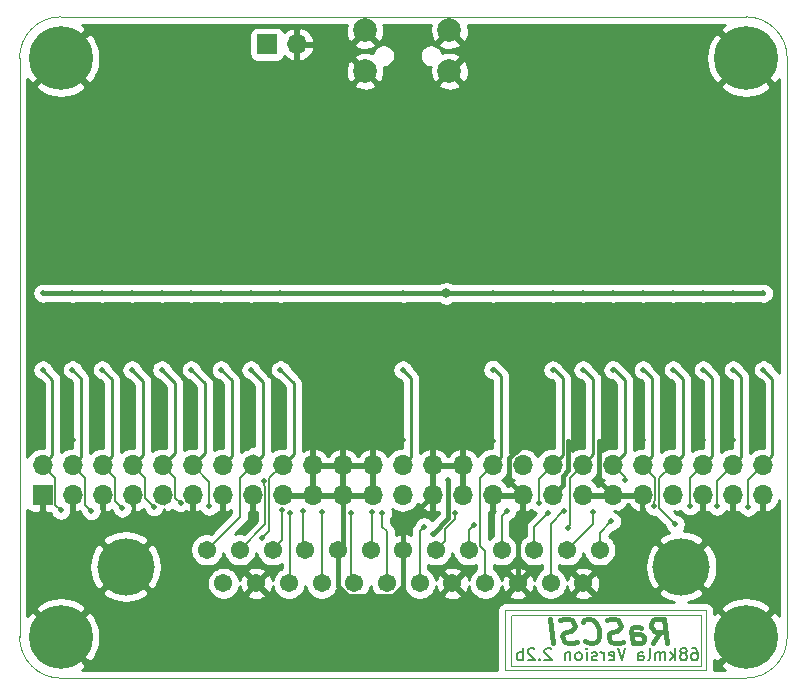
<source format=gbr>
%TF.GenerationSoftware,KiCad,Pcbnew,(5.1.4)-1*%
%TF.CreationDate,2020-08-22T19:58:44-05:00*%
%TF.ProjectId,rascsi_tester,72617363-7369-45f7-9465-737465722e6b,rev?*%
%TF.SameCoordinates,PX59d60c0PY325aa00*%
%TF.FileFunction,Copper,L2,Bot*%
%TF.FilePolarity,Positive*%
%FSLAX46Y46*%
G04 Gerber Fmt 4.6, Leading zero omitted, Abs format (unit mm)*
G04 Created by KiCad (PCBNEW (5.1.4)-1) date 2020-08-22 19:58:44*
%MOMM*%
%LPD*%
G04 APERTURE LIST*
%TA.AperFunction,NonConductor*%
%ADD10C,0.150000*%
%TD*%
%TA.AperFunction,NonConductor*%
%ADD11C,0.400000*%
%TD*%
%ADD12C,0.120000*%
%TA.AperFunction,NonConductor*%
%ADD13C,0.050000*%
%TD*%
%TA.AperFunction,ComponentPad*%
%ADD14C,4.845000*%
%TD*%
%TA.AperFunction,ComponentPad*%
%ADD15C,1.545000*%
%TD*%
%TA.AperFunction,ComponentPad*%
%ADD16O,1.700000X1.700000*%
%TD*%
%TA.AperFunction,ComponentPad*%
%ADD17R,1.700000X1.700000*%
%TD*%
%TA.AperFunction,ComponentPad*%
%ADD18C,2.000000*%
%TD*%
%TA.AperFunction,ComponentPad*%
%ADD19C,0.800000*%
%TD*%
%TA.AperFunction,ComponentPad*%
%ADD20C,5.400000*%
%TD*%
%TA.AperFunction,ViaPad*%
%ADD21C,0.500000*%
%TD*%
%TA.AperFunction,ViaPad*%
%ADD22C,0.800000*%
%TD*%
%TA.AperFunction,Conductor*%
%ADD23C,0.400000*%
%TD*%
%TA.AperFunction,Conductor*%
%ADD24C,0.200000*%
%TD*%
%TA.AperFunction,Conductor*%
%ADD25C,0.250000*%
%TD*%
%TA.AperFunction,Conductor*%
%ADD26C,0.150000*%
%TD*%
%TA.AperFunction,Conductor*%
%ADD27C,0.254000*%
%TD*%
G04 APERTURE END LIST*
D10*
X137272476Y-43172380D02*
X137462952Y-43172380D01*
X137558190Y-43220000D01*
X137605809Y-43267619D01*
X137701047Y-43410476D01*
X137748666Y-43600952D01*
X137748666Y-43981904D01*
X137701047Y-44077142D01*
X137653428Y-44124761D01*
X137558190Y-44172380D01*
X137367714Y-44172380D01*
X137272476Y-44124761D01*
X137224857Y-44077142D01*
X137177238Y-43981904D01*
X137177238Y-43743809D01*
X137224857Y-43648571D01*
X137272476Y-43600952D01*
X137367714Y-43553333D01*
X137558190Y-43553333D01*
X137653428Y-43600952D01*
X137701047Y-43648571D01*
X137748666Y-43743809D01*
X136605809Y-43600952D02*
X136701047Y-43553333D01*
X136748666Y-43505714D01*
X136796285Y-43410476D01*
X136796285Y-43362857D01*
X136748666Y-43267619D01*
X136701047Y-43220000D01*
X136605809Y-43172380D01*
X136415333Y-43172380D01*
X136320095Y-43220000D01*
X136272476Y-43267619D01*
X136224857Y-43362857D01*
X136224857Y-43410476D01*
X136272476Y-43505714D01*
X136320095Y-43553333D01*
X136415333Y-43600952D01*
X136605809Y-43600952D01*
X136701047Y-43648571D01*
X136748666Y-43696190D01*
X136796285Y-43791428D01*
X136796285Y-43981904D01*
X136748666Y-44077142D01*
X136701047Y-44124761D01*
X136605809Y-44172380D01*
X136415333Y-44172380D01*
X136320095Y-44124761D01*
X136272476Y-44077142D01*
X136224857Y-43981904D01*
X136224857Y-43791428D01*
X136272476Y-43696190D01*
X136320095Y-43648571D01*
X136415333Y-43600952D01*
X135796285Y-44172380D02*
X135796285Y-43172380D01*
X135701047Y-43791428D02*
X135415333Y-44172380D01*
X135415333Y-43505714D02*
X135796285Y-43886666D01*
X134986761Y-44172380D02*
X134986761Y-43505714D01*
X134986761Y-43600952D02*
X134939142Y-43553333D01*
X134843904Y-43505714D01*
X134701047Y-43505714D01*
X134605809Y-43553333D01*
X134558190Y-43648571D01*
X134558190Y-44172380D01*
X134558190Y-43648571D02*
X134510571Y-43553333D01*
X134415333Y-43505714D01*
X134272476Y-43505714D01*
X134177238Y-43553333D01*
X134129619Y-43648571D01*
X134129619Y-44172380D01*
X133510571Y-44172380D02*
X133605809Y-44124761D01*
X133653428Y-44029523D01*
X133653428Y-43172380D01*
X132701047Y-44172380D02*
X132701047Y-43648571D01*
X132748666Y-43553333D01*
X132843904Y-43505714D01*
X133034380Y-43505714D01*
X133129619Y-43553333D01*
X132701047Y-44124761D02*
X132796285Y-44172380D01*
X133034380Y-44172380D01*
X133129619Y-44124761D01*
X133177238Y-44029523D01*
X133177238Y-43934285D01*
X133129619Y-43839047D01*
X133034380Y-43791428D01*
X132796285Y-43791428D01*
X132701047Y-43743809D01*
X131605809Y-43172380D02*
X131272476Y-44172380D01*
X130939142Y-43172380D01*
X130224857Y-44124761D02*
X130320095Y-44172380D01*
X130510571Y-44172380D01*
X130605809Y-44124761D01*
X130653428Y-44029523D01*
X130653428Y-43648571D01*
X130605809Y-43553333D01*
X130510571Y-43505714D01*
X130320095Y-43505714D01*
X130224857Y-43553333D01*
X130177238Y-43648571D01*
X130177238Y-43743809D01*
X130653428Y-43839047D01*
X129748666Y-44172380D02*
X129748666Y-43505714D01*
X129748666Y-43696190D02*
X129701047Y-43600952D01*
X129653428Y-43553333D01*
X129558190Y-43505714D01*
X129462952Y-43505714D01*
X129177238Y-44124761D02*
X129082000Y-44172380D01*
X128891523Y-44172380D01*
X128796285Y-44124761D01*
X128748666Y-44029523D01*
X128748666Y-43981904D01*
X128796285Y-43886666D01*
X128891523Y-43839047D01*
X129034380Y-43839047D01*
X129129619Y-43791428D01*
X129177238Y-43696190D01*
X129177238Y-43648571D01*
X129129619Y-43553333D01*
X129034380Y-43505714D01*
X128891523Y-43505714D01*
X128796285Y-43553333D01*
X128320095Y-44172380D02*
X128320095Y-43505714D01*
X128320095Y-43172380D02*
X128367714Y-43220000D01*
X128320095Y-43267619D01*
X128272476Y-43220000D01*
X128320095Y-43172380D01*
X128320095Y-43267619D01*
X127701047Y-44172380D02*
X127796285Y-44124761D01*
X127843904Y-44077142D01*
X127891523Y-43981904D01*
X127891523Y-43696190D01*
X127843904Y-43600952D01*
X127796285Y-43553333D01*
X127701047Y-43505714D01*
X127558190Y-43505714D01*
X127462952Y-43553333D01*
X127415333Y-43600952D01*
X127367714Y-43696190D01*
X127367714Y-43981904D01*
X127415333Y-44077142D01*
X127462952Y-44124761D01*
X127558190Y-44172380D01*
X127701047Y-44172380D01*
X126939142Y-43505714D02*
X126939142Y-44172380D01*
X126939142Y-43600952D02*
X126891523Y-43553333D01*
X126796285Y-43505714D01*
X126653428Y-43505714D01*
X126558190Y-43553333D01*
X126510571Y-43648571D01*
X126510571Y-44172380D01*
X125320095Y-43267619D02*
X125272476Y-43220000D01*
X125177238Y-43172380D01*
X124939142Y-43172380D01*
X124843904Y-43220000D01*
X124796285Y-43267619D01*
X124748666Y-43362857D01*
X124748666Y-43458095D01*
X124796285Y-43600952D01*
X125367714Y-44172380D01*
X124748666Y-44172380D01*
X124320095Y-44077142D02*
X124272476Y-44124761D01*
X124320095Y-44172380D01*
X124367714Y-44124761D01*
X124320095Y-44077142D01*
X124320095Y-44172380D01*
X123891523Y-43267619D02*
X123843904Y-43220000D01*
X123748666Y-43172380D01*
X123510571Y-43172380D01*
X123415333Y-43220000D01*
X123367714Y-43267619D01*
X123320095Y-43362857D01*
X123320095Y-43458095D01*
X123367714Y-43600952D01*
X123939142Y-44172380D01*
X123320095Y-44172380D01*
X122891523Y-44172380D02*
X122891523Y-43172380D01*
X122891523Y-43553333D02*
X122796285Y-43505714D01*
X122605809Y-43505714D01*
X122510571Y-43553333D01*
X122462952Y-43600952D01*
X122415333Y-43696190D01*
X122415333Y-43981904D01*
X122462952Y-44077142D01*
X122510571Y-44124761D01*
X122605809Y-44172380D01*
X122796285Y-44172380D01*
X122891523Y-44124761D01*
D11*
X133956761Y-42719761D02*
X134504380Y-41767380D01*
X135099619Y-42719761D02*
X134849619Y-40719761D01*
X134087714Y-40719761D01*
X133909142Y-40815000D01*
X133825809Y-40910238D01*
X133754380Y-41100714D01*
X133790095Y-41386428D01*
X133909142Y-41576904D01*
X134016285Y-41672142D01*
X134218666Y-41767380D01*
X134980571Y-41767380D01*
X132242476Y-42719761D02*
X132111523Y-41672142D01*
X132182952Y-41481666D01*
X132361523Y-41386428D01*
X132742476Y-41386428D01*
X132944857Y-41481666D01*
X132230571Y-42624523D02*
X132432952Y-42719761D01*
X132909142Y-42719761D01*
X133087714Y-42624523D01*
X133159142Y-42434047D01*
X133135333Y-42243571D01*
X133016285Y-42053095D01*
X132813904Y-41957857D01*
X132337714Y-41957857D01*
X132135333Y-41862619D01*
X131373428Y-42624523D02*
X131099619Y-42719761D01*
X130623428Y-42719761D01*
X130421047Y-42624523D01*
X130313904Y-42529285D01*
X130194857Y-42338809D01*
X130171047Y-42148333D01*
X130242476Y-41957857D01*
X130325809Y-41862619D01*
X130504380Y-41767380D01*
X130873428Y-41672142D01*
X131052000Y-41576904D01*
X131135333Y-41481666D01*
X131206761Y-41291190D01*
X131182952Y-41100714D01*
X131063904Y-40910238D01*
X130956761Y-40815000D01*
X130754380Y-40719761D01*
X130278190Y-40719761D01*
X130004380Y-40815000D01*
X128218666Y-42529285D02*
X128325809Y-42624523D01*
X128623428Y-42719761D01*
X128813904Y-42719761D01*
X129087714Y-42624523D01*
X129254380Y-42434047D01*
X129325809Y-42243571D01*
X129373428Y-41862619D01*
X129337714Y-41576904D01*
X129194857Y-41195952D01*
X129075809Y-41005476D01*
X128861523Y-40815000D01*
X128563904Y-40719761D01*
X128373428Y-40719761D01*
X128099619Y-40815000D01*
X128016285Y-40910238D01*
X127468666Y-42624523D02*
X127194857Y-42719761D01*
X126718666Y-42719761D01*
X126516285Y-42624523D01*
X126409142Y-42529285D01*
X126290095Y-42338809D01*
X126266285Y-42148333D01*
X126337714Y-41957857D01*
X126421047Y-41862619D01*
X126599619Y-41767380D01*
X126968666Y-41672142D01*
X127147238Y-41576904D01*
X127230571Y-41481666D01*
X127302000Y-41291190D01*
X127278190Y-41100714D01*
X127159142Y-40910238D01*
X127052000Y-40815000D01*
X126849619Y-40719761D01*
X126373428Y-40719761D01*
X126099619Y-40815000D01*
X125480571Y-42719761D02*
X125230571Y-40719761D01*
D12*
X121994000Y-40342000D02*
X137996000Y-40342000D01*
X121930500Y-44660000D02*
X121930500Y-40405500D01*
X137996000Y-40342000D02*
X137996000Y-44660000D01*
X137996000Y-44660000D02*
X121930500Y-44660000D01*
X121422500Y-39961000D02*
X121422500Y-45041000D01*
X138440500Y-45041000D02*
X121422500Y-45041000D01*
X138377000Y-39961000D02*
X121422500Y-39961000D01*
X138440500Y-45041000D02*
X138440500Y-39961000D01*
D13*
X83800000Y-45696000D02*
X141800000Y-45696000D01*
X83800000Y-45696000D02*
G75*
G02X80300000Y-42196000I0J3500000D01*
G01*
X145300000Y-42196000D02*
G75*
G02X141800000Y-45696000I-3500000J0D01*
G01*
X80300000Y6800000D02*
X80300000Y-42196000D01*
X145300000Y6800000D02*
X145300000Y-42196000D01*
X83800000Y10300000D02*
X141800000Y10300000D01*
X80300000Y6800000D02*
G75*
G02X83800000Y10300000I3500000J0D01*
G01*
X141800000Y10300000D02*
G75*
G02X145300000Y6800000I0J-3500000D01*
G01*
D14*
%TO.P,J4,MH2*%
%TO.N,GND*%
X89281600Y-36250000D03*
%TO.P,J4,MH1*%
X136321600Y-36250000D03*
D15*
%TO.P,J4,25*%
%TO.N,TERMPOW*%
X97566600Y-37670000D03*
%TO.P,J4,24*%
%TO.N,GND*%
X100336600Y-37670000D03*
%TO.P,J4,23*%
%TO.N,C-D4*%
X103106600Y-37670000D03*
%TO.P,J4,22*%
%TO.N,C-D2*%
X105876600Y-37670000D03*
%TO.P,J4,21*%
%TO.N,C-D1*%
X108646600Y-37670000D03*
%TO.P,J4,20*%
%TO.N,C-DP*%
X111416600Y-37670000D03*
%TO.P,J4,19*%
%TO.N,C-SEL*%
X114186600Y-37670000D03*
%TO.P,J4,18*%
%TO.N,GND*%
X116956600Y-37670000D03*
%TO.P,J4,17*%
%TO.N,C-ATN*%
X119726600Y-37670000D03*
%TO.P,J4,16*%
%TO.N,GND*%
X122496600Y-37670000D03*
%TO.P,J4,15*%
%TO.N,C-C_D*%
X125266600Y-37670000D03*
%TO.P,J4,14*%
%TO.N,GND*%
X128036600Y-37670000D03*
%TO.P,J4,13*%
%TO.N,C-D7*%
X96181600Y-34830000D03*
%TO.P,J4,12*%
%TO.N,C-D6*%
X98951600Y-34830000D03*
%TO.P,J4,11*%
%TO.N,C-D5*%
X101721600Y-34830000D03*
%TO.P,J4,10*%
%TO.N,C-D3*%
X104491600Y-34830000D03*
%TO.P,J4,9*%
%TO.N,GND*%
X107261600Y-34830000D03*
%TO.P,J4,8*%
%TO.N,C-D0*%
X110031600Y-34830000D03*
%TO.P,J4,7*%
%TO.N,GND*%
X112801600Y-34830000D03*
%TO.P,J4,6*%
%TO.N,C-BSY*%
X115571600Y-34830000D03*
%TO.P,J4,5*%
%TO.N,C-ACK*%
X118341600Y-34830000D03*
%TO.P,J4,4*%
%TO.N,C-RST*%
X121111600Y-34830000D03*
%TO.P,J4,3*%
%TO.N,C-I_O*%
X123881600Y-34830000D03*
%TO.P,J4,2*%
%TO.N,C-MSG*%
X126651600Y-34830000D03*
%TO.P,J4,1*%
%TO.N,C-REQ*%
X129421600Y-34830000D03*
%TD*%
D16*
%TO.P,J2,50*%
%TO.N,C-I_O*%
X143226500Y-27654500D03*
%TO.P,J2,49*%
%TO.N,GND*%
X143226500Y-30194500D03*
%TO.P,J2,48*%
%TO.N,C-REQ*%
X140686500Y-27654500D03*
%TO.P,J2,47*%
%TO.N,GND*%
X140686500Y-30194500D03*
%TO.P,J2,46*%
%TO.N,C-C_D*%
X138146500Y-27654500D03*
%TO.P,J2,45*%
%TO.N,GND*%
X138146500Y-30194500D03*
%TO.P,J2,44*%
%TO.N,C-SEL*%
X135606500Y-27654500D03*
%TO.P,J2,43*%
%TO.N,GND*%
X135606500Y-30194500D03*
%TO.P,J2,42*%
%TO.N,C-MSG*%
X133066500Y-27654500D03*
%TO.P,J2,41*%
%TO.N,GND*%
X133066500Y-30194500D03*
%TO.P,J2,40*%
%TO.N,C-RST*%
X130526500Y-27654500D03*
%TO.P,J2,39*%
%TO.N,GND*%
X130526500Y-30194500D03*
%TO.P,J2,38*%
%TO.N,C-ACK*%
X127986500Y-27654500D03*
%TO.P,J2,37*%
%TO.N,GND*%
X127986500Y-30194500D03*
%TO.P,J2,36*%
%TO.N,C-BSY*%
X125446500Y-27654500D03*
%TO.P,J2,35*%
%TO.N,GND*%
X125446500Y-30194500D03*
%TO.P,J2,34*%
%TO.N,Net-(J2-Pad34)*%
X122906500Y-27654500D03*
%TO.P,J2,33*%
%TO.N,GND*%
X122906500Y-30194500D03*
%TO.P,J2,32*%
%TO.N,C-ATN*%
X120366500Y-27654500D03*
%TO.P,J2,31*%
%TO.N,GND*%
X120366500Y-30194500D03*
%TO.P,J2,30*%
X117826500Y-27654500D03*
%TO.P,J2,29*%
X117826500Y-30194500D03*
%TO.P,J2,28*%
X115286500Y-27654500D03*
%TO.P,J2,27*%
X115286500Y-30194500D03*
%TO.P,J2,26*%
%TO.N,TERMPOW*%
X112746500Y-27654500D03*
%TO.P,J2,25*%
%TO.N,Net-(J2-Pad25)*%
X112746500Y-30194500D03*
%TO.P,J2,24*%
%TO.N,GND*%
X110206500Y-27654500D03*
%TO.P,J2,23*%
X110206500Y-30194500D03*
%TO.P,J2,22*%
X107666500Y-27654500D03*
%TO.P,J2,21*%
X107666500Y-30194500D03*
%TO.P,J2,20*%
X105126500Y-27654500D03*
%TO.P,J2,19*%
X105126500Y-30194500D03*
%TO.P,J2,18*%
%TO.N,C-DP*%
X102586500Y-27654500D03*
%TO.P,J2,17*%
%TO.N,GND*%
X102586500Y-30194500D03*
%TO.P,J2,16*%
%TO.N,C-D7*%
X100046500Y-27654500D03*
%TO.P,J2,15*%
%TO.N,GND*%
X100046500Y-30194500D03*
%TO.P,J2,14*%
%TO.N,C-D6*%
X97506500Y-27654500D03*
%TO.P,J2,13*%
%TO.N,GND*%
X97506500Y-30194500D03*
%TO.P,J2,12*%
%TO.N,C-D5*%
X94966500Y-27654500D03*
%TO.P,J2,11*%
%TO.N,GND*%
X94966500Y-30194500D03*
%TO.P,J2,10*%
%TO.N,C-D4*%
X92426500Y-27654500D03*
%TO.P,J2,9*%
%TO.N,GND*%
X92426500Y-30194500D03*
%TO.P,J2,8*%
%TO.N,C-D3*%
X89886500Y-27654500D03*
%TO.P,J2,7*%
%TO.N,GND*%
X89886500Y-30194500D03*
%TO.P,J2,6*%
%TO.N,C-D2*%
X87346500Y-27654500D03*
%TO.P,J2,5*%
%TO.N,GND*%
X87346500Y-30194500D03*
%TO.P,J2,4*%
%TO.N,C-D1*%
X84806500Y-27654500D03*
%TO.P,J2,3*%
%TO.N,GND*%
X84806500Y-30194500D03*
%TO.P,J2,2*%
%TO.N,C-D0*%
X82266500Y-27654500D03*
D17*
%TO.P,J2,1*%
%TO.N,GND*%
X82266500Y-30194500D03*
%TD*%
D18*
%TO.P,J1,MH4*%
%TO.N,GND*%
X116702500Y5691000D03*
%TO.P,J1,MH3*%
X109552500Y5691000D03*
%TO.P,J1,MH2*%
X109552500Y9141000D03*
%TO.P,J1,MH1*%
X116702500Y9141000D03*
%TD*%
D16*
%TO.P,J3,2*%
%TO.N,GND*%
X103793000Y7969000D03*
D17*
%TO.P,J3,1*%
%TO.N,+5V*%
X101253000Y7969000D03*
%TD*%
D19*
%TO.P,H2,1*%
%TO.N,GND*%
X143231891Y8231891D03*
X141800000Y8825000D03*
X140368109Y8231891D03*
X139775000Y6800000D03*
X140368109Y5368109D03*
X141800000Y4775000D03*
X143231891Y5368109D03*
X143825000Y6800000D03*
D20*
X141800000Y6800000D03*
%TD*%
D19*
%TO.P,H1,1*%
%TO.N,GND*%
X85231891Y8231891D03*
X83800000Y8825000D03*
X82368109Y8231891D03*
X81775000Y6800000D03*
X82368109Y5368109D03*
X83800000Y4775000D03*
X85231891Y5368109D03*
X85825000Y6800000D03*
D20*
X83800000Y6800000D03*
%TD*%
D19*
%TO.P,H6,1*%
%TO.N,GND*%
X143231891Y-40768109D03*
X141800000Y-40175000D03*
X140368109Y-40768109D03*
X139775000Y-42200000D03*
X140368109Y-43631891D03*
X141800000Y-44225000D03*
X143231891Y-43631891D03*
X143825000Y-42200000D03*
D20*
X141800000Y-42200000D03*
%TD*%
D19*
%TO.P,H5,1*%
%TO.N,GND*%
X85231891Y-40768109D03*
X83800000Y-40175000D03*
X82368109Y-40768109D03*
X81775000Y-42200000D03*
X82368109Y-43631891D03*
X83800000Y-44225000D03*
X85231891Y-43631891D03*
X85825000Y-42200000D03*
D20*
X83800000Y-42200000D03*
%TD*%
D21*
%TO.N,GND*%
X125446500Y-25559000D03*
X127986500Y-25559000D03*
X120366500Y-25622500D03*
X82266500Y-25495500D03*
X84790625Y-25495500D03*
X87314750Y-25495500D03*
X89838875Y-25495500D03*
X92363000Y-25495500D03*
X94887125Y-25495500D03*
X97411250Y-25495500D03*
X99935375Y-25495500D03*
X102459500Y-25495500D03*
X130526500Y-25559000D03*
X133066500Y-25495500D03*
X135670000Y-25495500D03*
X138146500Y-25495500D03*
X140750000Y-25495500D03*
X143290000Y-25495500D03*
X112746500Y-25495500D03*
D22*
X106256800Y7994400D03*
X106256800Y3828800D03*
D21*
%TO.N,+5V*%
X133093713Y-13113000D03*
X130544642Y-13113000D03*
X135642784Y-13113000D03*
X138191855Y-13113000D03*
X143289997Y-13113000D03*
X140740926Y-13113000D03*
X127995571Y-13113000D03*
X125446500Y-13113000D03*
X120366500Y-13113000D03*
X112810000Y-13113000D03*
X102395996Y-13113000D03*
X99879809Y-13113000D03*
X97363622Y-13113000D03*
X94847435Y-13113000D03*
X92331248Y-13113000D03*
X89815061Y-13113000D03*
X87298874Y-13113000D03*
X84782687Y-13113000D03*
X82266500Y-13113000D03*
D22*
X116429500Y-13113000D03*
D21*
%TO.N,C-REQ*%
X139350000Y-31150000D03*
X130419308Y-32414713D03*
X140740926Y-19590003D03*
%TO.N,C-MSG*%
X133993502Y-31150000D03*
X128817950Y-31630159D03*
X133093713Y-19590003D03*
%TO.N,C-BSY*%
X124270000Y-30872990D03*
X117187010Y-31684832D03*
X125446500Y-19590003D03*
%TO.N,C-SEL*%
X114530000Y-32870000D03*
X135828947Y-32665648D03*
X135642784Y-19590003D03*
%TO.N,C-RST*%
X121540000Y-31560000D03*
X131560000Y-28920000D03*
X130544642Y-19590003D03*
%TO.N,C-ACK*%
X126730000Y-32950000D03*
X118812489Y-32689064D03*
X127995571Y-19590003D03*
%TO.N,C-ATN*%
X120366500Y-19590003D03*
%TO.N,C-DP*%
X111030000Y-31680000D03*
X100860000Y-33850000D03*
X102395996Y-19590003D03*
%TO.N,C-D0*%
X83780000Y-31480000D03*
X110120000Y-31630000D03*
X82266500Y-19590003D03*
%TO.N,C-D1*%
X86370000Y-31530000D03*
X108350000Y-31680000D03*
X84782687Y-19590003D03*
%TO.N,C-D2*%
X105950000Y-31630000D03*
X89002424Y-31302989D03*
X87298874Y-19590003D03*
%TO.N,C-D3*%
X104280000Y-31580000D03*
X91693529Y-31178968D03*
X89815061Y-19590003D03*
%TO.N,C-D4*%
X103220000Y-31750000D03*
X93930504Y-30851957D03*
X92331248Y-19590003D03*
%TO.N,C-D5*%
X96380000Y-31150000D03*
X102510000Y-31434946D03*
X94847435Y-19590003D03*
%TO.N,C-D6*%
X100973502Y-29027449D03*
X97363622Y-19590003D03*
%TO.N,C-D7*%
X99879809Y-19590003D03*
%TO.N,C-I_O*%
X142000000Y-31220000D03*
X125036247Y-31748511D03*
X143289997Y-19590003D03*
%TO.N,C-C_D*%
X137054940Y-31121502D03*
X126371042Y-31585360D03*
X138191855Y-19590003D03*
%TO.N,TERMPOW*%
X116610000Y-28880000D03*
X115320326Y-33454012D03*
X112746500Y-19590003D03*
%TD*%
D23*
%TO.N,GND*%
X107666500Y-34425100D02*
X107261600Y-34830000D01*
X107666500Y-30194500D02*
X107666500Y-34425100D01*
X112801600Y-37912262D02*
X112801600Y-34830000D01*
X111944361Y-38769501D02*
X112801600Y-37912262D01*
X108118839Y-38769501D02*
X111944361Y-38769501D01*
X107261600Y-37912262D02*
X108118839Y-38769501D01*
X107261600Y-34830000D02*
X107261600Y-37912262D01*
X112801600Y-32679400D02*
X112801600Y-34830000D01*
X115286500Y-30194500D02*
X112801600Y-32679400D01*
X122496600Y-31806481D02*
X122496600Y-37670000D01*
X122906500Y-31396581D02*
X122496600Y-31806481D01*
X122906500Y-30194500D02*
X122906500Y-31396581D01*
X126750000Y-28092962D02*
X126750000Y-25640000D01*
X126296499Y-28546463D02*
X126750000Y-28092962D01*
X125446500Y-30194500D02*
X126296499Y-29344501D01*
X126296499Y-29344501D02*
X126296499Y-28546463D01*
X129349499Y-25649499D02*
X129340000Y-25640000D01*
X129349499Y-29017499D02*
X129349499Y-25649499D01*
X130526500Y-30194500D02*
X129349499Y-29017499D01*
X122815538Y-26003500D02*
X123732000Y-26003500D01*
X121729499Y-27089539D02*
X122815538Y-26003500D01*
X121729499Y-29017499D02*
X121729499Y-27089539D01*
X122906500Y-30194500D02*
X121729499Y-29017499D01*
%TO.N,+5V*%
X116429500Y-13113000D02*
X82266500Y-13113000D01*
X143289997Y-13113000D02*
X116429500Y-13113000D01*
D24*
%TO.N,C-REQ*%
X139350000Y-28991000D02*
X140686500Y-27654500D01*
X139350000Y-31150000D02*
X139350000Y-28991000D01*
X129421600Y-34830000D02*
X129421600Y-33412421D01*
X129421600Y-33412421D02*
X130419308Y-32414713D01*
D25*
X140686500Y-27654500D02*
X141385000Y-26956000D01*
X141385000Y-20179648D02*
X140740926Y-19535574D01*
X141385000Y-26956000D02*
X141385000Y-20179648D01*
D24*
%TO.N,C-MSG*%
X133993502Y-30796447D02*
X133993502Y-31150000D01*
X133066500Y-27654500D02*
X134143501Y-28731501D01*
X134143501Y-30646448D02*
X133993502Y-30796447D01*
X134143501Y-28731501D02*
X134143501Y-30646448D01*
X126651600Y-34830000D02*
X128817950Y-32663650D01*
X128817950Y-32663650D02*
X128817950Y-31630159D01*
D25*
X133066500Y-27654500D02*
X133828500Y-26892500D01*
X133828500Y-20297574D02*
X133093713Y-19562787D01*
X133828500Y-26892500D02*
X133828500Y-20297574D01*
D24*
%TO.N,C-BSY*%
X124270000Y-28831000D02*
X124270000Y-30872990D01*
X125446500Y-27654500D02*
X124270000Y-28831000D01*
X117187010Y-32191212D02*
X117187010Y-31684832D01*
X116344099Y-34057501D02*
X116344099Y-33034123D01*
X116344099Y-33034123D02*
X117187010Y-32191212D01*
X115571600Y-34830000D02*
X116344099Y-34057501D01*
D25*
X126296499Y-25725001D02*
X126297990Y-25723510D01*
X126296499Y-26804501D02*
X126296499Y-25725001D01*
X125446500Y-27654500D02*
X126296499Y-26804501D01*
X126297990Y-20314490D02*
X125446500Y-19463000D01*
X126297990Y-25723510D02*
X126297990Y-20314490D01*
D24*
%TO.N,C-SEL*%
X114186600Y-33213400D02*
X114186600Y-37670000D01*
X114530000Y-32870000D02*
X114186600Y-33213400D01*
X134470512Y-31307213D02*
X135828947Y-32665648D01*
X135606500Y-27654500D02*
X134470512Y-28790488D01*
X134470512Y-28790488D02*
X134470512Y-31307213D01*
D25*
X136456499Y-20367431D02*
X135642784Y-19553716D01*
X136456499Y-26804501D02*
X136456499Y-20367431D01*
X135606500Y-27654500D02*
X136456499Y-26804501D01*
D24*
%TO.N,C-RST*%
X121111600Y-31988400D02*
X121540000Y-31560000D01*
X121111600Y-34830000D02*
X121111600Y-31988400D01*
D26*
X131560000Y-28688000D02*
X131560000Y-28920000D01*
X130526500Y-27654500D02*
X131560000Y-28688000D01*
D25*
X130526500Y-27591000D02*
X130024499Y-27088999D01*
X130526500Y-27654500D02*
X130526500Y-27591000D01*
X130526500Y-27654500D02*
X131542500Y-26638500D01*
X131542500Y-20442716D02*
X130544642Y-19444858D01*
X131542500Y-26638500D02*
X131542500Y-20442716D01*
D24*
%TO.N,C-ACK*%
X126909499Y-28731501D02*
X126909499Y-32770501D01*
X126909499Y-32770501D02*
X126730000Y-32950000D01*
X127986500Y-27654500D02*
X126909499Y-28731501D01*
X118341600Y-33159953D02*
X118812489Y-32689064D01*
X118341600Y-34830000D02*
X118341600Y-33159953D01*
D25*
X127986500Y-27654500D02*
X127484499Y-27152499D01*
X127986500Y-27654500D02*
X128887991Y-26753009D01*
X128887991Y-20409849D02*
X127995571Y-19517429D01*
X128887991Y-26753009D02*
X128887991Y-20409849D01*
D24*
%TO.N,C-ATN*%
X119726600Y-34924262D02*
X119726600Y-37670000D01*
X119289499Y-34487161D02*
X119726600Y-34924262D01*
X119289499Y-28731501D02*
X119289499Y-34487161D01*
X120366500Y-27654500D02*
X119289499Y-28731501D01*
D25*
X120366500Y-27654500D02*
X121065000Y-26956000D01*
X121065000Y-20098000D02*
X120366500Y-19399500D01*
X121065000Y-26956000D02*
X121065000Y-20098000D01*
D24*
%TO.N,C-DP*%
X111416600Y-37670000D02*
X111416600Y-33276600D01*
X111416600Y-33276600D02*
X111030000Y-32890000D01*
X111030000Y-32890000D02*
X111030000Y-31680000D01*
X101450512Y-28790488D02*
X102586500Y-27654500D01*
X101450512Y-33259488D02*
X101450512Y-28790488D01*
X100860000Y-33850000D02*
X101450512Y-33259488D01*
D25*
X102586500Y-27654500D02*
X103539000Y-26702000D01*
X103539000Y-20733007D02*
X102395996Y-19590003D01*
X103539000Y-26702000D02*
X103539000Y-20733007D01*
D24*
%TO.N,C-D0*%
X83343501Y-31043501D02*
X83780000Y-31480000D01*
X82266500Y-27654500D02*
X83343501Y-28731501D01*
X83343501Y-28731501D02*
X83343501Y-31043501D01*
X110120000Y-34741600D02*
X110031600Y-34830000D01*
X110120000Y-31630000D02*
X110120000Y-34741600D01*
D25*
X82266500Y-27654500D02*
X83092000Y-26829000D01*
X83092000Y-20415503D02*
X82266500Y-19590003D01*
X83092000Y-26829000D02*
X83092000Y-20415503D01*
D24*
%TO.N,C-D1*%
X85883501Y-31043501D02*
X86370000Y-31530000D01*
X84806500Y-27654500D02*
X85883501Y-28731501D01*
X85883501Y-28731501D02*
X85883501Y-31043501D01*
X108350000Y-37373400D02*
X108646600Y-37670000D01*
X108350000Y-31680000D02*
X108350000Y-37373400D01*
D25*
X84806500Y-27654500D02*
X85505000Y-26956000D01*
X85505000Y-20312316D02*
X84782687Y-19590003D01*
X85505000Y-26956000D02*
X85505000Y-20312316D01*
D24*
%TO.N,C-D2*%
X105950000Y-37596600D02*
X105876600Y-37670000D01*
X105950000Y-31630000D02*
X105950000Y-37596600D01*
X88423501Y-30724066D02*
X89002424Y-31302989D01*
X88423501Y-28731501D02*
X88423501Y-30724066D01*
X87346500Y-27654500D02*
X88423501Y-28731501D01*
D25*
X87346500Y-27654500D02*
X88108500Y-26892500D01*
X88108500Y-20399629D02*
X87298874Y-19590003D01*
X88108500Y-26892500D02*
X88108500Y-20399629D01*
D24*
%TO.N,C-D3*%
X104280000Y-34618400D02*
X104491600Y-34830000D01*
X104280000Y-31580000D02*
X104280000Y-34618400D01*
X90963501Y-28731501D02*
X90963501Y-30448940D01*
X89886500Y-27654500D02*
X90963501Y-28731501D01*
X90963501Y-30448940D02*
X91693529Y-31178968D01*
D25*
X89886500Y-27654500D02*
X90775500Y-26765500D01*
X90775500Y-20550442D02*
X89815061Y-19590003D01*
X90775500Y-26765500D02*
X90775500Y-20550442D01*
D24*
%TO.N,C-D4*%
X103220000Y-37556600D02*
X103106600Y-37670000D01*
X103220000Y-31750000D02*
X103220000Y-37556600D01*
X93503501Y-28731501D02*
X93503501Y-30424954D01*
X93503501Y-30424954D02*
X93930504Y-30851957D01*
X92426500Y-27654500D02*
X93503501Y-28731501D01*
D25*
X92426500Y-27654500D02*
X93442500Y-26638500D01*
X93442500Y-20701255D02*
X92331248Y-19590003D01*
X93442500Y-26638500D02*
X93442500Y-20701255D01*
%TO.N,C-D5*%
X94585500Y-27273500D02*
X94966500Y-27654500D01*
X95097490Y-27523510D02*
X94966500Y-27654500D01*
D24*
X94966500Y-27654500D02*
X96380000Y-29068000D01*
X96380000Y-29068000D02*
X96380000Y-31150000D01*
X102510000Y-34041600D02*
X102510000Y-31434946D01*
X101721600Y-34830000D02*
X102510000Y-34041600D01*
D25*
X94966500Y-27654500D02*
X95982500Y-26638500D01*
X95982500Y-20725068D02*
X94847435Y-19590003D01*
X95982500Y-26638500D02*
X95982500Y-20725068D01*
D24*
%TO.N,C-D6*%
X98951600Y-34830000D02*
X101123501Y-32658099D01*
X101123501Y-29531001D02*
X100973502Y-29381002D01*
X101123501Y-32658099D02*
X101123501Y-29531001D01*
X100973502Y-29381002D02*
X100973502Y-29027449D01*
D25*
X97506500Y-27654500D02*
X98268500Y-26892500D01*
X98268500Y-20494881D02*
X97363622Y-19590003D01*
X98268500Y-26892500D02*
X98268500Y-20494881D01*
%TO.N,C-D7*%
X100046500Y-26829000D02*
X100046500Y-27654500D01*
D24*
X98969499Y-32042101D02*
X96181600Y-34830000D01*
X98969499Y-28731501D02*
X98969499Y-32042101D01*
X100046500Y-27654500D02*
X98969499Y-28731501D01*
D25*
X100046500Y-27654500D02*
X100935500Y-26765500D01*
X100935500Y-20645694D02*
X99879809Y-19590003D01*
X100935500Y-26765500D02*
X100935500Y-20645694D01*
D24*
%TO.N,C-I_O*%
X142000000Y-28881000D02*
X143226500Y-27654500D01*
X142000000Y-31220000D02*
X142000000Y-28881000D01*
X123881600Y-34830000D02*
X123881600Y-32903158D01*
X123881600Y-32903158D02*
X125036247Y-31748511D01*
D25*
X143226500Y-27654500D02*
X144052000Y-26829000D01*
X144052000Y-20352006D02*
X143289997Y-19590003D01*
X144052000Y-26829000D02*
X144052000Y-20352006D01*
D24*
%TO.N,C-C_D*%
X137054940Y-28746060D02*
X137054940Y-31121502D01*
X138146500Y-27654500D02*
X137054940Y-28746060D01*
X125266600Y-32604208D02*
X126301830Y-31568978D01*
X126301830Y-31568978D02*
X126354660Y-31568978D01*
X125266600Y-37670000D02*
X125266600Y-32604208D01*
X126354660Y-31568978D02*
X126371042Y-31585360D01*
D25*
X138146500Y-27654500D02*
X138908500Y-26892500D01*
X138908500Y-20261290D02*
X138191855Y-19544645D01*
X138908500Y-26892500D02*
X138908500Y-20261290D01*
D23*
%TO.N,TERMPOW*%
X116610000Y-28880000D02*
X116610000Y-32164338D01*
X116610000Y-32164338D02*
X115320326Y-33454012D01*
D25*
X112746500Y-27654500D02*
X113445000Y-26956000D01*
X113445000Y-20288500D02*
X112746500Y-19590000D01*
X113445000Y-26956000D02*
X113445000Y-20288500D01*
%TD*%
D27*
%TO.N,GND*%
G36*
X82393500Y-30067500D02*
G01*
X82413500Y-30067500D01*
X82413500Y-30321500D01*
X82393500Y-30321500D01*
X82393500Y-31520750D01*
X82552250Y-31679500D01*
X82917741Y-31681490D01*
X82929010Y-31738145D01*
X82995723Y-31899205D01*
X83092576Y-32044155D01*
X83215845Y-32167424D01*
X83360795Y-32264277D01*
X83521855Y-32330990D01*
X83692835Y-32365000D01*
X83867165Y-32365000D01*
X84038145Y-32330990D01*
X84199205Y-32264277D01*
X84344155Y-32167424D01*
X84467424Y-32044155D01*
X84564277Y-31899205D01*
X84630990Y-31738145D01*
X84665000Y-31567165D01*
X84665000Y-31522307D01*
X84679500Y-31514655D01*
X84679500Y-30321500D01*
X84659500Y-30321500D01*
X84659500Y-30067500D01*
X84679500Y-30067500D01*
X84679500Y-30047500D01*
X84933500Y-30047500D01*
X84933500Y-30067500D01*
X84953500Y-30067500D01*
X84953500Y-30321500D01*
X84933500Y-30321500D01*
X84933500Y-31514655D01*
X85163390Y-31635976D01*
X85310599Y-31591325D01*
X85362385Y-31566659D01*
X85389309Y-31588755D01*
X85501706Y-31701152D01*
X85519010Y-31788145D01*
X85585723Y-31949205D01*
X85682576Y-32094155D01*
X85805845Y-32217424D01*
X85950795Y-32314277D01*
X86111855Y-32380990D01*
X86282835Y-32415000D01*
X86457165Y-32415000D01*
X86628145Y-32380990D01*
X86789205Y-32314277D01*
X86934155Y-32217424D01*
X87057424Y-32094155D01*
X87154277Y-31949205D01*
X87220990Y-31788145D01*
X87255000Y-31617165D01*
X87255000Y-31442835D01*
X87220990Y-31271855D01*
X87219500Y-31268258D01*
X87219500Y-30321500D01*
X87199500Y-30321500D01*
X87199500Y-30067500D01*
X87219500Y-30067500D01*
X87219500Y-30047500D01*
X87473500Y-30047500D01*
X87473500Y-30067500D01*
X87493500Y-30067500D01*
X87493500Y-30321500D01*
X87473500Y-30321500D01*
X87473500Y-31514655D01*
X87703390Y-31635976D01*
X87850599Y-31591325D01*
X88113420Y-31466141D01*
X88120700Y-31460711D01*
X88134130Y-31474142D01*
X88151434Y-31561134D01*
X88218147Y-31722194D01*
X88315000Y-31867144D01*
X88438269Y-31990413D01*
X88583219Y-32087266D01*
X88744279Y-32153979D01*
X88915259Y-32187989D01*
X89089589Y-32187989D01*
X89260569Y-32153979D01*
X89421629Y-32087266D01*
X89566579Y-31990413D01*
X89689848Y-31867144D01*
X89786701Y-31722194D01*
X89853414Y-31561134D01*
X89887424Y-31390154D01*
X89887424Y-31215824D01*
X89853414Y-31044844D01*
X89786701Y-30883784D01*
X89759500Y-30843075D01*
X89759500Y-30321500D01*
X89739500Y-30321500D01*
X89739500Y-30067500D01*
X89759500Y-30067500D01*
X89759500Y-30047500D01*
X90013500Y-30047500D01*
X90013500Y-30067500D01*
X90033500Y-30067500D01*
X90033500Y-30321500D01*
X90013500Y-30321500D01*
X90013500Y-31514655D01*
X90243390Y-31635976D01*
X90390599Y-31591325D01*
X90653420Y-31466141D01*
X90818284Y-31343170D01*
X90825235Y-31350121D01*
X90842539Y-31437113D01*
X90909252Y-31598173D01*
X91006105Y-31743123D01*
X91129374Y-31866392D01*
X91274324Y-31963245D01*
X91435384Y-32029958D01*
X91606364Y-32063968D01*
X91780694Y-32063968D01*
X91951674Y-32029958D01*
X92112734Y-31963245D01*
X92257684Y-31866392D01*
X92380953Y-31743123D01*
X92477806Y-31598173D01*
X92544519Y-31437113D01*
X92553500Y-31391962D01*
X92553500Y-31514655D01*
X92783390Y-31635976D01*
X92930599Y-31591325D01*
X93193420Y-31466141D01*
X93250519Y-31423551D01*
X93366349Y-31539381D01*
X93511299Y-31636234D01*
X93672359Y-31702947D01*
X93843339Y-31736957D01*
X94017669Y-31736957D01*
X94188649Y-31702947D01*
X94349709Y-31636234D01*
X94435848Y-31578678D01*
X94462401Y-31591325D01*
X94609610Y-31635976D01*
X94839500Y-31514655D01*
X94839500Y-30321500D01*
X94819500Y-30321500D01*
X94819500Y-30067500D01*
X94839500Y-30067500D01*
X94839500Y-30047500D01*
X95093500Y-30047500D01*
X95093500Y-30067500D01*
X95113500Y-30067500D01*
X95113500Y-30321500D01*
X95093500Y-30321500D01*
X95093500Y-31514655D01*
X95323390Y-31635976D01*
X95470599Y-31591325D01*
X95582757Y-31537903D01*
X95595723Y-31569205D01*
X95692576Y-31714155D01*
X95815845Y-31837424D01*
X95960795Y-31934277D01*
X96121855Y-32000990D01*
X96292835Y-32035000D01*
X96467165Y-32035000D01*
X96638145Y-32000990D01*
X96799205Y-31934277D01*
X96944155Y-31837424D01*
X97067424Y-31714155D01*
X97124709Y-31628423D01*
X97149610Y-31635976D01*
X97379500Y-31514655D01*
X97379500Y-30321500D01*
X97359500Y-30321500D01*
X97359500Y-30067500D01*
X97379500Y-30067500D01*
X97379500Y-30047500D01*
X97633500Y-30047500D01*
X97633500Y-30067500D01*
X97653500Y-30067500D01*
X97653500Y-30321500D01*
X97633500Y-30321500D01*
X97633500Y-31514655D01*
X97863390Y-31635976D01*
X98010599Y-31591325D01*
X98234500Y-31484679D01*
X98234500Y-31737653D01*
X96511589Y-33460565D01*
X96320227Y-33422500D01*
X96042973Y-33422500D01*
X95771047Y-33476590D01*
X95514899Y-33582690D01*
X95284371Y-33736724D01*
X95088324Y-33932771D01*
X94934290Y-34163299D01*
X94828190Y-34419447D01*
X94774100Y-34691373D01*
X94774100Y-34968627D01*
X94828190Y-35240553D01*
X94934290Y-35496701D01*
X95088324Y-35727229D01*
X95284371Y-35923276D01*
X95514899Y-36077310D01*
X95771047Y-36183410D01*
X96042973Y-36237500D01*
X96320227Y-36237500D01*
X96592153Y-36183410D01*
X96848301Y-36077310D01*
X97078829Y-35923276D01*
X97274876Y-35727229D01*
X97428910Y-35496701D01*
X97535010Y-35240553D01*
X97566600Y-35081741D01*
X97598190Y-35240553D01*
X97704290Y-35496701D01*
X97858324Y-35727229D01*
X98054371Y-35923276D01*
X98284899Y-36077310D01*
X98541047Y-36183410D01*
X98812973Y-36237500D01*
X99090227Y-36237500D01*
X99362153Y-36183410D01*
X99618301Y-36077310D01*
X99848829Y-35923276D01*
X100044876Y-35727229D01*
X100198910Y-35496701D01*
X100305010Y-35240553D01*
X100336600Y-35081741D01*
X100368190Y-35240553D01*
X100474290Y-35496701D01*
X100628324Y-35727229D01*
X100824371Y-35923276D01*
X101054899Y-36077310D01*
X101311047Y-36183410D01*
X101582973Y-36237500D01*
X101860227Y-36237500D01*
X102132153Y-36183410D01*
X102388301Y-36077310D01*
X102485001Y-36012697D01*
X102485001Y-36404008D01*
X102439899Y-36422690D01*
X102209371Y-36576724D01*
X102013324Y-36772771D01*
X101859290Y-37003299D01*
X101753190Y-37259447D01*
X101721878Y-37416862D01*
X101707987Y-37324212D01*
X101614176Y-37063312D01*
X101550827Y-36944793D01*
X101309664Y-36876541D01*
X100516205Y-37670000D01*
X101309664Y-38463459D01*
X101550827Y-38395207D01*
X101668977Y-38144389D01*
X101722834Y-37927946D01*
X101753190Y-38080553D01*
X101859290Y-38336701D01*
X102013324Y-38567229D01*
X102209371Y-38763276D01*
X102439899Y-38917310D01*
X102696047Y-39023410D01*
X102967973Y-39077500D01*
X103245227Y-39077500D01*
X103517153Y-39023410D01*
X103773301Y-38917310D01*
X104003829Y-38763276D01*
X104199876Y-38567229D01*
X104353910Y-38336701D01*
X104460010Y-38080553D01*
X104491600Y-37921741D01*
X104523190Y-38080553D01*
X104629290Y-38336701D01*
X104783324Y-38567229D01*
X104979371Y-38763276D01*
X105209899Y-38917310D01*
X105466047Y-39023410D01*
X105737973Y-39077500D01*
X106015227Y-39077500D01*
X106287153Y-39023410D01*
X106543301Y-38917310D01*
X106773829Y-38763276D01*
X106969876Y-38567229D01*
X107123910Y-38336701D01*
X107230010Y-38080553D01*
X107261600Y-37921741D01*
X107293190Y-38080553D01*
X107399290Y-38336701D01*
X107553324Y-38567229D01*
X107749371Y-38763276D01*
X107979899Y-38917310D01*
X108236047Y-39023410D01*
X108507973Y-39077500D01*
X108785227Y-39077500D01*
X109057153Y-39023410D01*
X109313301Y-38917310D01*
X109543829Y-38763276D01*
X109739876Y-38567229D01*
X109893910Y-38336701D01*
X110000010Y-38080553D01*
X110031600Y-37921741D01*
X110063190Y-38080553D01*
X110169290Y-38336701D01*
X110323324Y-38567229D01*
X110519371Y-38763276D01*
X110749899Y-38917310D01*
X111006047Y-39023410D01*
X111277973Y-39077500D01*
X111555227Y-39077500D01*
X111827153Y-39023410D01*
X112083301Y-38917310D01*
X112313829Y-38763276D01*
X112509876Y-38567229D01*
X112663910Y-38336701D01*
X112770010Y-38080553D01*
X112801600Y-37921741D01*
X112833190Y-38080553D01*
X112939290Y-38336701D01*
X113093324Y-38567229D01*
X113289371Y-38763276D01*
X113519899Y-38917310D01*
X113776047Y-39023410D01*
X114047973Y-39077500D01*
X114325227Y-39077500D01*
X114597153Y-39023410D01*
X114853301Y-38917310D01*
X115083829Y-38763276D01*
X115204041Y-38643064D01*
X116163141Y-38643064D01*
X116231393Y-38884227D01*
X116482211Y-39002377D01*
X116751260Y-39069324D01*
X117028200Y-39082496D01*
X117302388Y-39041387D01*
X117563288Y-38947576D01*
X117681807Y-38884227D01*
X117750059Y-38643064D01*
X116956600Y-37849605D01*
X116163141Y-38643064D01*
X115204041Y-38643064D01*
X115279876Y-38567229D01*
X115433910Y-38336701D01*
X115540010Y-38080553D01*
X115571322Y-37923138D01*
X115585213Y-38015788D01*
X115679024Y-38276688D01*
X115742373Y-38395207D01*
X115983536Y-38463459D01*
X116776995Y-37670000D01*
X115983536Y-36876541D01*
X115742373Y-36944793D01*
X115624223Y-37195611D01*
X115570366Y-37412054D01*
X115540010Y-37259447D01*
X115433910Y-37003299D01*
X115279876Y-36772771D01*
X115204041Y-36696936D01*
X116163141Y-36696936D01*
X116956600Y-37490395D01*
X117750059Y-36696936D01*
X117681807Y-36455773D01*
X117430989Y-36337623D01*
X117161940Y-36270676D01*
X116885000Y-36257504D01*
X116610812Y-36298613D01*
X116349912Y-36392424D01*
X116231393Y-36455773D01*
X116163141Y-36696936D01*
X115204041Y-36696936D01*
X115083829Y-36576724D01*
X114921600Y-36468326D01*
X114921600Y-36084228D01*
X115161047Y-36183410D01*
X115432973Y-36237500D01*
X115710227Y-36237500D01*
X115982153Y-36183410D01*
X116238301Y-36077310D01*
X116468829Y-35923276D01*
X116664876Y-35727229D01*
X116818910Y-35496701D01*
X116925010Y-35240553D01*
X116956600Y-35081741D01*
X116988190Y-35240553D01*
X117094290Y-35496701D01*
X117248324Y-35727229D01*
X117444371Y-35923276D01*
X117674899Y-36077310D01*
X117931047Y-36183410D01*
X118202973Y-36237500D01*
X118480227Y-36237500D01*
X118752153Y-36183410D01*
X118991600Y-36084228D01*
X118991601Y-36468326D01*
X118829371Y-36576724D01*
X118633324Y-36772771D01*
X118479290Y-37003299D01*
X118373190Y-37259447D01*
X118341878Y-37416862D01*
X118327987Y-37324212D01*
X118234176Y-37063312D01*
X118170827Y-36944793D01*
X117929664Y-36876541D01*
X117136205Y-37670000D01*
X117929664Y-38463459D01*
X118170827Y-38395207D01*
X118288977Y-38144389D01*
X118342834Y-37927946D01*
X118373190Y-38080553D01*
X118479290Y-38336701D01*
X118633324Y-38567229D01*
X118829371Y-38763276D01*
X119059899Y-38917310D01*
X119316047Y-39023410D01*
X119587973Y-39077500D01*
X119865227Y-39077500D01*
X120137153Y-39023410D01*
X120393301Y-38917310D01*
X120623829Y-38763276D01*
X120744041Y-38643064D01*
X121703141Y-38643064D01*
X121771393Y-38884227D01*
X122022211Y-39002377D01*
X122291260Y-39069324D01*
X122568200Y-39082496D01*
X122842388Y-39041387D01*
X123103288Y-38947576D01*
X123221807Y-38884227D01*
X123290059Y-38643064D01*
X122496600Y-37849605D01*
X121703141Y-38643064D01*
X120744041Y-38643064D01*
X120819876Y-38567229D01*
X120973910Y-38336701D01*
X121080010Y-38080553D01*
X121111322Y-37923138D01*
X121125213Y-38015788D01*
X121219024Y-38276688D01*
X121282373Y-38395207D01*
X121523536Y-38463459D01*
X122316995Y-37670000D01*
X121523536Y-36876541D01*
X121282373Y-36944793D01*
X121164223Y-37195611D01*
X121110366Y-37412054D01*
X121080010Y-37259447D01*
X120973910Y-37003299D01*
X120819876Y-36772771D01*
X120744041Y-36696936D01*
X121703141Y-36696936D01*
X122496600Y-37490395D01*
X123290059Y-36696936D01*
X123221807Y-36455773D01*
X122970989Y-36337623D01*
X122701940Y-36270676D01*
X122425000Y-36257504D01*
X122150812Y-36298613D01*
X121889912Y-36392424D01*
X121771393Y-36455773D01*
X121703141Y-36696936D01*
X120744041Y-36696936D01*
X120623829Y-36576724D01*
X120461600Y-36468326D01*
X120461600Y-36084228D01*
X120701047Y-36183410D01*
X120972973Y-36237500D01*
X121250227Y-36237500D01*
X121522153Y-36183410D01*
X121778301Y-36077310D01*
X122008829Y-35923276D01*
X122204876Y-35727229D01*
X122358910Y-35496701D01*
X122465010Y-35240553D01*
X122496600Y-35081741D01*
X122528190Y-35240553D01*
X122634290Y-35496701D01*
X122788324Y-35727229D01*
X122984371Y-35923276D01*
X123214899Y-36077310D01*
X123471047Y-36183410D01*
X123742973Y-36237500D01*
X124020227Y-36237500D01*
X124292153Y-36183410D01*
X124531600Y-36084228D01*
X124531600Y-36468326D01*
X124369371Y-36576724D01*
X124173324Y-36772771D01*
X124019290Y-37003299D01*
X123913190Y-37259447D01*
X123881878Y-37416862D01*
X123867987Y-37324212D01*
X123774176Y-37063312D01*
X123710827Y-36944793D01*
X123469664Y-36876541D01*
X122676205Y-37670000D01*
X123469664Y-38463459D01*
X123710827Y-38395207D01*
X123828977Y-38144389D01*
X123882834Y-37927946D01*
X123913190Y-38080553D01*
X124019290Y-38336701D01*
X124173324Y-38567229D01*
X124369371Y-38763276D01*
X124599899Y-38917310D01*
X124856047Y-39023410D01*
X125127973Y-39077500D01*
X125405227Y-39077500D01*
X125677153Y-39023410D01*
X125933301Y-38917310D01*
X126163829Y-38763276D01*
X126284041Y-38643064D01*
X127243141Y-38643064D01*
X127311393Y-38884227D01*
X127562211Y-39002377D01*
X127831260Y-39069324D01*
X128108200Y-39082496D01*
X128382388Y-39041387D01*
X128643288Y-38947576D01*
X128761807Y-38884227D01*
X128830059Y-38643064D01*
X128036600Y-37849605D01*
X127243141Y-38643064D01*
X126284041Y-38643064D01*
X126359876Y-38567229D01*
X126513910Y-38336701D01*
X126620010Y-38080553D01*
X126651322Y-37923138D01*
X126665213Y-38015788D01*
X126759024Y-38276688D01*
X126822373Y-38395207D01*
X127063536Y-38463459D01*
X127856995Y-37670000D01*
X128216205Y-37670000D01*
X129009664Y-38463459D01*
X129250827Y-38395207D01*
X129368977Y-38144389D01*
X129435924Y-37875340D01*
X129449096Y-37598400D01*
X129407987Y-37324212D01*
X129314176Y-37063312D01*
X129250827Y-36944793D01*
X129009664Y-36876541D01*
X128216205Y-37670000D01*
X127856995Y-37670000D01*
X127063536Y-36876541D01*
X126822373Y-36944793D01*
X126704223Y-37195611D01*
X126650366Y-37412054D01*
X126620010Y-37259447D01*
X126513910Y-37003299D01*
X126359876Y-36772771D01*
X126284041Y-36696936D01*
X127243141Y-36696936D01*
X128036600Y-37490395D01*
X128830059Y-36696936D01*
X128761807Y-36455773D01*
X128510989Y-36337623D01*
X128241940Y-36270676D01*
X127965000Y-36257504D01*
X127690812Y-36298613D01*
X127429912Y-36392424D01*
X127311393Y-36455773D01*
X127243141Y-36696936D01*
X126284041Y-36696936D01*
X126163829Y-36576724D01*
X126001600Y-36468326D01*
X126001600Y-36256387D01*
X133249313Y-36256387D01*
X133309592Y-36855638D01*
X133485620Y-37431614D01*
X133763538Y-37951561D01*
X134173569Y-38218426D01*
X136141995Y-36250000D01*
X136501205Y-36250000D01*
X138469631Y-38218426D01*
X138879662Y-37951561D01*
X139162467Y-37419813D01*
X139336100Y-36843109D01*
X139393887Y-36243613D01*
X139333608Y-35644362D01*
X139157580Y-35068386D01*
X138879662Y-34548439D01*
X138469631Y-34281574D01*
X136501205Y-36250000D01*
X136141995Y-36250000D01*
X134173569Y-34281574D01*
X133763538Y-34548439D01*
X133480733Y-35080187D01*
X133307100Y-35656891D01*
X133249313Y-36256387D01*
X126001600Y-36256387D01*
X126001600Y-36084228D01*
X126241047Y-36183410D01*
X126512973Y-36237500D01*
X126790227Y-36237500D01*
X127062153Y-36183410D01*
X127318301Y-36077310D01*
X127548829Y-35923276D01*
X127744876Y-35727229D01*
X127898910Y-35496701D01*
X128005010Y-35240553D01*
X128036600Y-35081741D01*
X128068190Y-35240553D01*
X128174290Y-35496701D01*
X128328324Y-35727229D01*
X128524371Y-35923276D01*
X128754899Y-36077310D01*
X129011047Y-36183410D01*
X129282973Y-36237500D01*
X129560227Y-36237500D01*
X129832153Y-36183410D01*
X130088301Y-36077310D01*
X130318829Y-35923276D01*
X130514876Y-35727229D01*
X130668910Y-35496701D01*
X130775010Y-35240553D01*
X130829100Y-34968627D01*
X130829100Y-34691373D01*
X130775010Y-34419447D01*
X130668910Y-34163299D01*
X130514876Y-33932771D01*
X130318829Y-33736724D01*
X130209677Y-33663791D01*
X130590461Y-33283007D01*
X130677453Y-33265703D01*
X130838513Y-33198990D01*
X130983463Y-33102137D01*
X131106732Y-32978868D01*
X131203585Y-32833918D01*
X131270298Y-32672858D01*
X131304308Y-32501878D01*
X131304308Y-32327548D01*
X131270298Y-32156568D01*
X131203585Y-31995508D01*
X131106732Y-31850558D01*
X130983463Y-31727289D01*
X130838513Y-31630436D01*
X130677453Y-31563723D01*
X130653502Y-31558959D01*
X130653502Y-31514656D01*
X130883390Y-31635976D01*
X131030599Y-31591325D01*
X131293420Y-31466141D01*
X131526769Y-31292088D01*
X131721678Y-31075855D01*
X131796500Y-30950245D01*
X131871322Y-31075855D01*
X132066231Y-31292088D01*
X132299580Y-31466141D01*
X132562401Y-31591325D01*
X132709610Y-31635976D01*
X132939500Y-31514655D01*
X132939500Y-30321500D01*
X130653500Y-30321500D01*
X130653500Y-30341500D01*
X130399500Y-30341500D01*
X130399500Y-30321500D01*
X128113500Y-30321500D01*
X128113500Y-30341500D01*
X127859500Y-30341500D01*
X127859500Y-30321500D01*
X127839500Y-30321500D01*
X127839500Y-30067500D01*
X127859500Y-30067500D01*
X127859500Y-30047500D01*
X128113500Y-30047500D01*
X128113500Y-30067500D01*
X130399500Y-30067500D01*
X130399500Y-30047500D01*
X130653500Y-30047500D01*
X130653500Y-30067500D01*
X132939500Y-30067500D01*
X132939500Y-30047500D01*
X133193500Y-30047500D01*
X133193500Y-30067500D01*
X133213500Y-30067500D01*
X133213500Y-30321500D01*
X133193500Y-30321500D01*
X133193500Y-30768759D01*
X133142512Y-30891855D01*
X133108502Y-31062835D01*
X133108502Y-31237165D01*
X133142512Y-31408145D01*
X133209225Y-31569205D01*
X133306078Y-31714155D01*
X133429347Y-31837424D01*
X133574297Y-31934277D01*
X133735357Y-32000990D01*
X133906337Y-32035000D01*
X134080667Y-32035000D01*
X134145881Y-32022028D01*
X134960653Y-32836801D01*
X134977957Y-32923793D01*
X135044670Y-33084853D01*
X135141523Y-33229803D01*
X135264792Y-33353072D01*
X135288211Y-33368720D01*
X135139986Y-33414020D01*
X134620039Y-33691938D01*
X134353174Y-34101969D01*
X136321600Y-36070395D01*
X138290026Y-34101969D01*
X138023161Y-33691938D01*
X137491413Y-33409133D01*
X136914709Y-33235500D01*
X136536898Y-33199082D01*
X136613224Y-33084853D01*
X136679937Y-32923793D01*
X136713947Y-32752813D01*
X136713947Y-32578483D01*
X136679937Y-32407503D01*
X136613224Y-32246443D01*
X136516371Y-32101493D01*
X136393102Y-31978224D01*
X136248152Y-31881371D01*
X136087092Y-31814658D01*
X136000100Y-31797354D01*
X135733502Y-31530757D01*
X135733502Y-31514656D01*
X135963390Y-31635976D01*
X136110599Y-31591325D01*
X136261799Y-31519307D01*
X136270663Y-31540707D01*
X136367516Y-31685657D01*
X136490785Y-31808926D01*
X136635735Y-31905779D01*
X136796795Y-31972492D01*
X136967775Y-32006502D01*
X137142105Y-32006502D01*
X137313085Y-31972492D01*
X137474145Y-31905779D01*
X137619095Y-31808926D01*
X137742364Y-31685657D01*
X137777928Y-31632433D01*
X137789610Y-31635976D01*
X138019500Y-31514655D01*
X138019500Y-30321500D01*
X137999500Y-30321500D01*
X137999500Y-30067500D01*
X138019500Y-30067500D01*
X138019500Y-30047500D01*
X138273500Y-30047500D01*
X138273500Y-30067500D01*
X138293500Y-30067500D01*
X138293500Y-30321500D01*
X138273500Y-30321500D01*
X138273500Y-31514655D01*
X138503390Y-31635976D01*
X138592316Y-31609003D01*
X138662576Y-31714155D01*
X138785845Y-31837424D01*
X138930795Y-31934277D01*
X139091855Y-32000990D01*
X139262835Y-32035000D01*
X139437165Y-32035000D01*
X139608145Y-32000990D01*
X139769205Y-31934277D01*
X139914155Y-31837424D01*
X140037424Y-31714155D01*
X140134277Y-31569205D01*
X140134554Y-31568535D01*
X140182401Y-31591325D01*
X140329610Y-31635976D01*
X140559500Y-31514655D01*
X140559500Y-30321500D01*
X140539500Y-30321500D01*
X140539500Y-30067500D01*
X140559500Y-30067500D01*
X140559500Y-30047500D01*
X140813500Y-30047500D01*
X140813500Y-30067500D01*
X140833500Y-30067500D01*
X140833500Y-30321500D01*
X140813500Y-30321500D01*
X140813500Y-31514655D01*
X141043390Y-31635976D01*
X141190599Y-31591325D01*
X141195019Y-31589220D01*
X141215723Y-31639205D01*
X141312576Y-31784155D01*
X141435845Y-31907424D01*
X141580795Y-32004277D01*
X141741855Y-32070990D01*
X141912835Y-32105000D01*
X142087165Y-32105000D01*
X142258145Y-32070990D01*
X142419205Y-32004277D01*
X142564155Y-31907424D01*
X142687424Y-31784155D01*
X142784277Y-31639205D01*
X142794990Y-31613342D01*
X142869610Y-31635976D01*
X143099500Y-31514655D01*
X143099500Y-30321500D01*
X143079500Y-30321500D01*
X143079500Y-30067500D01*
X143099500Y-30067500D01*
X143099500Y-30047500D01*
X143353500Y-30047500D01*
X143353500Y-30067500D01*
X143373500Y-30067500D01*
X143373500Y-30321500D01*
X143353500Y-30321500D01*
X143353500Y-31514655D01*
X143583390Y-31635976D01*
X143730599Y-31591325D01*
X143993420Y-31466141D01*
X144226769Y-31292088D01*
X144421678Y-31075855D01*
X144570657Y-30825752D01*
X144640001Y-30630269D01*
X144640001Y-40437918D01*
X144588904Y-40342008D01*
X144583828Y-40334411D01*
X144145374Y-40034231D01*
X141979605Y-42200000D01*
X141993748Y-42214143D01*
X141814143Y-42393748D01*
X141800000Y-42379605D01*
X139634231Y-44545374D01*
X139934411Y-44983828D01*
X140031699Y-45036000D01*
X139138370Y-45036000D01*
X139135500Y-45006865D01*
X139135500Y-44147285D01*
X139454626Y-44365769D01*
X141620395Y-42200000D01*
X139454626Y-40034231D01*
X139135500Y-40252715D01*
X139135500Y-39926865D01*
X139128385Y-39854626D01*
X139634231Y-39854626D01*
X141800000Y-42020395D01*
X143965769Y-39854626D01*
X143665589Y-39416172D01*
X143086644Y-39105704D01*
X142458254Y-38914148D01*
X141804569Y-38848866D01*
X141150707Y-38912366D01*
X140521797Y-39102208D01*
X139942008Y-39411096D01*
X139934411Y-39416172D01*
X139634231Y-39854626D01*
X139128385Y-39854626D01*
X139125443Y-39824756D01*
X139085702Y-39693748D01*
X139021167Y-39573011D01*
X138934317Y-39467183D01*
X138828489Y-39380333D01*
X138707752Y-39315798D01*
X138576744Y-39276057D01*
X138440500Y-39262638D01*
X138406366Y-39266000D01*
X136887552Y-39266000D01*
X136927238Y-39262008D01*
X137503214Y-39085980D01*
X138023161Y-38808062D01*
X138290026Y-38398031D01*
X136321600Y-36429605D01*
X134353174Y-38398031D01*
X134620039Y-38808062D01*
X135151787Y-39090867D01*
X135728491Y-39264500D01*
X135744052Y-39266000D01*
X121456634Y-39266000D01*
X121422500Y-39262638D01*
X121388365Y-39266000D01*
X121286256Y-39276057D01*
X121155248Y-39315798D01*
X121034511Y-39380333D01*
X120928683Y-39467183D01*
X120841833Y-39573011D01*
X120777298Y-39693748D01*
X120737557Y-39824756D01*
X120724138Y-39961000D01*
X120727500Y-39995135D01*
X120727501Y-45006855D01*
X120724630Y-45036000D01*
X85569592Y-45036000D01*
X85657992Y-44988904D01*
X85665589Y-44983828D01*
X85965769Y-44545374D01*
X83800000Y-42379605D01*
X83785858Y-42393748D01*
X83606253Y-42214143D01*
X83620395Y-42200000D01*
X83979605Y-42200000D01*
X86145374Y-44365769D01*
X86583828Y-44065589D01*
X86894296Y-43486644D01*
X87085852Y-42858254D01*
X87151134Y-42204569D01*
X87087634Y-41550707D01*
X86897792Y-40921797D01*
X86588904Y-40342008D01*
X86583828Y-40334411D01*
X86145374Y-40034231D01*
X83979605Y-42200000D01*
X83620395Y-42200000D01*
X81454626Y-40034231D01*
X81016172Y-40334411D01*
X80960000Y-40439158D01*
X80960000Y-39854626D01*
X81634231Y-39854626D01*
X83800000Y-42020395D01*
X85965769Y-39854626D01*
X85665589Y-39416172D01*
X85086644Y-39105704D01*
X84458254Y-38914148D01*
X83804569Y-38848866D01*
X83150707Y-38912366D01*
X82521797Y-39102208D01*
X81942008Y-39411096D01*
X81934411Y-39416172D01*
X81634231Y-39854626D01*
X80960000Y-39854626D01*
X80960000Y-38398031D01*
X87313174Y-38398031D01*
X87580039Y-38808062D01*
X88111787Y-39090867D01*
X88688491Y-39264500D01*
X89287987Y-39322287D01*
X89887238Y-39262008D01*
X90463214Y-39085980D01*
X90983161Y-38808062D01*
X91250026Y-38398031D01*
X89281600Y-36429605D01*
X87313174Y-38398031D01*
X80960000Y-38398031D01*
X80960000Y-36256387D01*
X86209313Y-36256387D01*
X86269592Y-36855638D01*
X86445620Y-37431614D01*
X86723538Y-37951561D01*
X87133569Y-38218426D01*
X89101995Y-36250000D01*
X89461205Y-36250000D01*
X91429631Y-38218426D01*
X91839662Y-37951561D01*
X92063134Y-37531373D01*
X96159100Y-37531373D01*
X96159100Y-37808627D01*
X96213190Y-38080553D01*
X96319290Y-38336701D01*
X96473324Y-38567229D01*
X96669371Y-38763276D01*
X96899899Y-38917310D01*
X97156047Y-39023410D01*
X97427973Y-39077500D01*
X97705227Y-39077500D01*
X97977153Y-39023410D01*
X98233301Y-38917310D01*
X98463829Y-38763276D01*
X98584041Y-38643064D01*
X99543141Y-38643064D01*
X99611393Y-38884227D01*
X99862211Y-39002377D01*
X100131260Y-39069324D01*
X100408200Y-39082496D01*
X100682388Y-39041387D01*
X100943288Y-38947576D01*
X101061807Y-38884227D01*
X101130059Y-38643064D01*
X100336600Y-37849605D01*
X99543141Y-38643064D01*
X98584041Y-38643064D01*
X98659876Y-38567229D01*
X98813910Y-38336701D01*
X98920010Y-38080553D01*
X98951322Y-37923138D01*
X98965213Y-38015788D01*
X99059024Y-38276688D01*
X99122373Y-38395207D01*
X99363536Y-38463459D01*
X100156995Y-37670000D01*
X99363536Y-36876541D01*
X99122373Y-36944793D01*
X99004223Y-37195611D01*
X98950366Y-37412054D01*
X98920010Y-37259447D01*
X98813910Y-37003299D01*
X98659876Y-36772771D01*
X98584041Y-36696936D01*
X99543141Y-36696936D01*
X100336600Y-37490395D01*
X101130059Y-36696936D01*
X101061807Y-36455773D01*
X100810989Y-36337623D01*
X100541940Y-36270676D01*
X100265000Y-36257504D01*
X99990812Y-36298613D01*
X99729912Y-36392424D01*
X99611393Y-36455773D01*
X99543141Y-36696936D01*
X98584041Y-36696936D01*
X98463829Y-36576724D01*
X98233301Y-36422690D01*
X97977153Y-36316590D01*
X97705227Y-36262500D01*
X97427973Y-36262500D01*
X97156047Y-36316590D01*
X96899899Y-36422690D01*
X96669371Y-36576724D01*
X96473324Y-36772771D01*
X96319290Y-37003299D01*
X96213190Y-37259447D01*
X96159100Y-37531373D01*
X92063134Y-37531373D01*
X92122467Y-37419813D01*
X92296100Y-36843109D01*
X92353887Y-36243613D01*
X92293608Y-35644362D01*
X92117580Y-35068386D01*
X91839662Y-34548439D01*
X91429631Y-34281574D01*
X89461205Y-36250000D01*
X89101995Y-36250000D01*
X87133569Y-34281574D01*
X86723538Y-34548439D01*
X86440733Y-35080187D01*
X86267100Y-35656891D01*
X86209313Y-36256387D01*
X80960000Y-36256387D01*
X80960000Y-34101969D01*
X87313174Y-34101969D01*
X89281600Y-36070395D01*
X91250026Y-34101969D01*
X90983161Y-33691938D01*
X90451413Y-33409133D01*
X89874709Y-33235500D01*
X89275213Y-33177713D01*
X88675962Y-33237992D01*
X88099986Y-33414020D01*
X87580039Y-33691938D01*
X87313174Y-34101969D01*
X80960000Y-34101969D01*
X80960000Y-31489209D01*
X80965315Y-31495685D01*
X81062006Y-31575037D01*
X81172320Y-31634002D01*
X81292018Y-31670312D01*
X81416500Y-31682572D01*
X81980750Y-31679500D01*
X82139500Y-31520750D01*
X82139500Y-30321500D01*
X82119500Y-30321500D01*
X82119500Y-30067500D01*
X82139500Y-30067500D01*
X82139500Y-30047500D01*
X82393500Y-30047500D01*
X82393500Y-30067500D01*
X82393500Y-30067500D01*
G37*
X82393500Y-30067500D02*
X82413500Y-30067500D01*
X82413500Y-30321500D01*
X82393500Y-30321500D01*
X82393500Y-31520750D01*
X82552250Y-31679500D01*
X82917741Y-31681490D01*
X82929010Y-31738145D01*
X82995723Y-31899205D01*
X83092576Y-32044155D01*
X83215845Y-32167424D01*
X83360795Y-32264277D01*
X83521855Y-32330990D01*
X83692835Y-32365000D01*
X83867165Y-32365000D01*
X84038145Y-32330990D01*
X84199205Y-32264277D01*
X84344155Y-32167424D01*
X84467424Y-32044155D01*
X84564277Y-31899205D01*
X84630990Y-31738145D01*
X84665000Y-31567165D01*
X84665000Y-31522307D01*
X84679500Y-31514655D01*
X84679500Y-30321500D01*
X84659500Y-30321500D01*
X84659500Y-30067500D01*
X84679500Y-30067500D01*
X84679500Y-30047500D01*
X84933500Y-30047500D01*
X84933500Y-30067500D01*
X84953500Y-30067500D01*
X84953500Y-30321500D01*
X84933500Y-30321500D01*
X84933500Y-31514655D01*
X85163390Y-31635976D01*
X85310599Y-31591325D01*
X85362385Y-31566659D01*
X85389309Y-31588755D01*
X85501706Y-31701152D01*
X85519010Y-31788145D01*
X85585723Y-31949205D01*
X85682576Y-32094155D01*
X85805845Y-32217424D01*
X85950795Y-32314277D01*
X86111855Y-32380990D01*
X86282835Y-32415000D01*
X86457165Y-32415000D01*
X86628145Y-32380990D01*
X86789205Y-32314277D01*
X86934155Y-32217424D01*
X87057424Y-32094155D01*
X87154277Y-31949205D01*
X87220990Y-31788145D01*
X87255000Y-31617165D01*
X87255000Y-31442835D01*
X87220990Y-31271855D01*
X87219500Y-31268258D01*
X87219500Y-30321500D01*
X87199500Y-30321500D01*
X87199500Y-30067500D01*
X87219500Y-30067500D01*
X87219500Y-30047500D01*
X87473500Y-30047500D01*
X87473500Y-30067500D01*
X87493500Y-30067500D01*
X87493500Y-30321500D01*
X87473500Y-30321500D01*
X87473500Y-31514655D01*
X87703390Y-31635976D01*
X87850599Y-31591325D01*
X88113420Y-31466141D01*
X88120700Y-31460711D01*
X88134130Y-31474142D01*
X88151434Y-31561134D01*
X88218147Y-31722194D01*
X88315000Y-31867144D01*
X88438269Y-31990413D01*
X88583219Y-32087266D01*
X88744279Y-32153979D01*
X88915259Y-32187989D01*
X89089589Y-32187989D01*
X89260569Y-32153979D01*
X89421629Y-32087266D01*
X89566579Y-31990413D01*
X89689848Y-31867144D01*
X89786701Y-31722194D01*
X89853414Y-31561134D01*
X89887424Y-31390154D01*
X89887424Y-31215824D01*
X89853414Y-31044844D01*
X89786701Y-30883784D01*
X89759500Y-30843075D01*
X89759500Y-30321500D01*
X89739500Y-30321500D01*
X89739500Y-30067500D01*
X89759500Y-30067500D01*
X89759500Y-30047500D01*
X90013500Y-30047500D01*
X90013500Y-30067500D01*
X90033500Y-30067500D01*
X90033500Y-30321500D01*
X90013500Y-30321500D01*
X90013500Y-31514655D01*
X90243390Y-31635976D01*
X90390599Y-31591325D01*
X90653420Y-31466141D01*
X90818284Y-31343170D01*
X90825235Y-31350121D01*
X90842539Y-31437113D01*
X90909252Y-31598173D01*
X91006105Y-31743123D01*
X91129374Y-31866392D01*
X91274324Y-31963245D01*
X91435384Y-32029958D01*
X91606364Y-32063968D01*
X91780694Y-32063968D01*
X91951674Y-32029958D01*
X92112734Y-31963245D01*
X92257684Y-31866392D01*
X92380953Y-31743123D01*
X92477806Y-31598173D01*
X92544519Y-31437113D01*
X92553500Y-31391962D01*
X92553500Y-31514655D01*
X92783390Y-31635976D01*
X92930599Y-31591325D01*
X93193420Y-31466141D01*
X93250519Y-31423551D01*
X93366349Y-31539381D01*
X93511299Y-31636234D01*
X93672359Y-31702947D01*
X93843339Y-31736957D01*
X94017669Y-31736957D01*
X94188649Y-31702947D01*
X94349709Y-31636234D01*
X94435848Y-31578678D01*
X94462401Y-31591325D01*
X94609610Y-31635976D01*
X94839500Y-31514655D01*
X94839500Y-30321500D01*
X94819500Y-30321500D01*
X94819500Y-30067500D01*
X94839500Y-30067500D01*
X94839500Y-30047500D01*
X95093500Y-30047500D01*
X95093500Y-30067500D01*
X95113500Y-30067500D01*
X95113500Y-30321500D01*
X95093500Y-30321500D01*
X95093500Y-31514655D01*
X95323390Y-31635976D01*
X95470599Y-31591325D01*
X95582757Y-31537903D01*
X95595723Y-31569205D01*
X95692576Y-31714155D01*
X95815845Y-31837424D01*
X95960795Y-31934277D01*
X96121855Y-32000990D01*
X96292835Y-32035000D01*
X96467165Y-32035000D01*
X96638145Y-32000990D01*
X96799205Y-31934277D01*
X96944155Y-31837424D01*
X97067424Y-31714155D01*
X97124709Y-31628423D01*
X97149610Y-31635976D01*
X97379500Y-31514655D01*
X97379500Y-30321500D01*
X97359500Y-30321500D01*
X97359500Y-30067500D01*
X97379500Y-30067500D01*
X97379500Y-30047500D01*
X97633500Y-30047500D01*
X97633500Y-30067500D01*
X97653500Y-30067500D01*
X97653500Y-30321500D01*
X97633500Y-30321500D01*
X97633500Y-31514655D01*
X97863390Y-31635976D01*
X98010599Y-31591325D01*
X98234500Y-31484679D01*
X98234500Y-31737653D01*
X96511589Y-33460565D01*
X96320227Y-33422500D01*
X96042973Y-33422500D01*
X95771047Y-33476590D01*
X95514899Y-33582690D01*
X95284371Y-33736724D01*
X95088324Y-33932771D01*
X94934290Y-34163299D01*
X94828190Y-34419447D01*
X94774100Y-34691373D01*
X94774100Y-34968627D01*
X94828190Y-35240553D01*
X94934290Y-35496701D01*
X95088324Y-35727229D01*
X95284371Y-35923276D01*
X95514899Y-36077310D01*
X95771047Y-36183410D01*
X96042973Y-36237500D01*
X96320227Y-36237500D01*
X96592153Y-36183410D01*
X96848301Y-36077310D01*
X97078829Y-35923276D01*
X97274876Y-35727229D01*
X97428910Y-35496701D01*
X97535010Y-35240553D01*
X97566600Y-35081741D01*
X97598190Y-35240553D01*
X97704290Y-35496701D01*
X97858324Y-35727229D01*
X98054371Y-35923276D01*
X98284899Y-36077310D01*
X98541047Y-36183410D01*
X98812973Y-36237500D01*
X99090227Y-36237500D01*
X99362153Y-36183410D01*
X99618301Y-36077310D01*
X99848829Y-35923276D01*
X100044876Y-35727229D01*
X100198910Y-35496701D01*
X100305010Y-35240553D01*
X100336600Y-35081741D01*
X100368190Y-35240553D01*
X100474290Y-35496701D01*
X100628324Y-35727229D01*
X100824371Y-35923276D01*
X101054899Y-36077310D01*
X101311047Y-36183410D01*
X101582973Y-36237500D01*
X101860227Y-36237500D01*
X102132153Y-36183410D01*
X102388301Y-36077310D01*
X102485001Y-36012697D01*
X102485001Y-36404008D01*
X102439899Y-36422690D01*
X102209371Y-36576724D01*
X102013324Y-36772771D01*
X101859290Y-37003299D01*
X101753190Y-37259447D01*
X101721878Y-37416862D01*
X101707987Y-37324212D01*
X101614176Y-37063312D01*
X101550827Y-36944793D01*
X101309664Y-36876541D01*
X100516205Y-37670000D01*
X101309664Y-38463459D01*
X101550827Y-38395207D01*
X101668977Y-38144389D01*
X101722834Y-37927946D01*
X101753190Y-38080553D01*
X101859290Y-38336701D01*
X102013324Y-38567229D01*
X102209371Y-38763276D01*
X102439899Y-38917310D01*
X102696047Y-39023410D01*
X102967973Y-39077500D01*
X103245227Y-39077500D01*
X103517153Y-39023410D01*
X103773301Y-38917310D01*
X104003829Y-38763276D01*
X104199876Y-38567229D01*
X104353910Y-38336701D01*
X104460010Y-38080553D01*
X104491600Y-37921741D01*
X104523190Y-38080553D01*
X104629290Y-38336701D01*
X104783324Y-38567229D01*
X104979371Y-38763276D01*
X105209899Y-38917310D01*
X105466047Y-39023410D01*
X105737973Y-39077500D01*
X106015227Y-39077500D01*
X106287153Y-39023410D01*
X106543301Y-38917310D01*
X106773829Y-38763276D01*
X106969876Y-38567229D01*
X107123910Y-38336701D01*
X107230010Y-38080553D01*
X107261600Y-37921741D01*
X107293190Y-38080553D01*
X107399290Y-38336701D01*
X107553324Y-38567229D01*
X107749371Y-38763276D01*
X107979899Y-38917310D01*
X108236047Y-39023410D01*
X108507973Y-39077500D01*
X108785227Y-39077500D01*
X109057153Y-39023410D01*
X109313301Y-38917310D01*
X109543829Y-38763276D01*
X109739876Y-38567229D01*
X109893910Y-38336701D01*
X110000010Y-38080553D01*
X110031600Y-37921741D01*
X110063190Y-38080553D01*
X110169290Y-38336701D01*
X110323324Y-38567229D01*
X110519371Y-38763276D01*
X110749899Y-38917310D01*
X111006047Y-39023410D01*
X111277973Y-39077500D01*
X111555227Y-39077500D01*
X111827153Y-39023410D01*
X112083301Y-38917310D01*
X112313829Y-38763276D01*
X112509876Y-38567229D01*
X112663910Y-38336701D01*
X112770010Y-38080553D01*
X112801600Y-37921741D01*
X112833190Y-38080553D01*
X112939290Y-38336701D01*
X113093324Y-38567229D01*
X113289371Y-38763276D01*
X113519899Y-38917310D01*
X113776047Y-39023410D01*
X114047973Y-39077500D01*
X114325227Y-39077500D01*
X114597153Y-39023410D01*
X114853301Y-38917310D01*
X115083829Y-38763276D01*
X115204041Y-38643064D01*
X116163141Y-38643064D01*
X116231393Y-38884227D01*
X116482211Y-39002377D01*
X116751260Y-39069324D01*
X117028200Y-39082496D01*
X117302388Y-39041387D01*
X117563288Y-38947576D01*
X117681807Y-38884227D01*
X117750059Y-38643064D01*
X116956600Y-37849605D01*
X116163141Y-38643064D01*
X115204041Y-38643064D01*
X115279876Y-38567229D01*
X115433910Y-38336701D01*
X115540010Y-38080553D01*
X115571322Y-37923138D01*
X115585213Y-38015788D01*
X115679024Y-38276688D01*
X115742373Y-38395207D01*
X115983536Y-38463459D01*
X116776995Y-37670000D01*
X115983536Y-36876541D01*
X115742373Y-36944793D01*
X115624223Y-37195611D01*
X115570366Y-37412054D01*
X115540010Y-37259447D01*
X115433910Y-37003299D01*
X115279876Y-36772771D01*
X115204041Y-36696936D01*
X116163141Y-36696936D01*
X116956600Y-37490395D01*
X117750059Y-36696936D01*
X117681807Y-36455773D01*
X117430989Y-36337623D01*
X117161940Y-36270676D01*
X116885000Y-36257504D01*
X116610812Y-36298613D01*
X116349912Y-36392424D01*
X116231393Y-36455773D01*
X116163141Y-36696936D01*
X115204041Y-36696936D01*
X115083829Y-36576724D01*
X114921600Y-36468326D01*
X114921600Y-36084228D01*
X115161047Y-36183410D01*
X115432973Y-36237500D01*
X115710227Y-36237500D01*
X115982153Y-36183410D01*
X116238301Y-36077310D01*
X116468829Y-35923276D01*
X116664876Y-35727229D01*
X116818910Y-35496701D01*
X116925010Y-35240553D01*
X116956600Y-35081741D01*
X116988190Y-35240553D01*
X117094290Y-35496701D01*
X117248324Y-35727229D01*
X117444371Y-35923276D01*
X117674899Y-36077310D01*
X117931047Y-36183410D01*
X118202973Y-36237500D01*
X118480227Y-36237500D01*
X118752153Y-36183410D01*
X118991600Y-36084228D01*
X118991601Y-36468326D01*
X118829371Y-36576724D01*
X118633324Y-36772771D01*
X118479290Y-37003299D01*
X118373190Y-37259447D01*
X118341878Y-37416862D01*
X118327987Y-37324212D01*
X118234176Y-37063312D01*
X118170827Y-36944793D01*
X117929664Y-36876541D01*
X117136205Y-37670000D01*
X117929664Y-38463459D01*
X118170827Y-38395207D01*
X118288977Y-38144389D01*
X118342834Y-37927946D01*
X118373190Y-38080553D01*
X118479290Y-38336701D01*
X118633324Y-38567229D01*
X118829371Y-38763276D01*
X119059899Y-38917310D01*
X119316047Y-39023410D01*
X119587973Y-39077500D01*
X119865227Y-39077500D01*
X120137153Y-39023410D01*
X120393301Y-38917310D01*
X120623829Y-38763276D01*
X120744041Y-38643064D01*
X121703141Y-38643064D01*
X121771393Y-38884227D01*
X122022211Y-39002377D01*
X122291260Y-39069324D01*
X122568200Y-39082496D01*
X122842388Y-39041387D01*
X123103288Y-38947576D01*
X123221807Y-38884227D01*
X123290059Y-38643064D01*
X122496600Y-37849605D01*
X121703141Y-38643064D01*
X120744041Y-38643064D01*
X120819876Y-38567229D01*
X120973910Y-38336701D01*
X121080010Y-38080553D01*
X121111322Y-37923138D01*
X121125213Y-38015788D01*
X121219024Y-38276688D01*
X121282373Y-38395207D01*
X121523536Y-38463459D01*
X122316995Y-37670000D01*
X121523536Y-36876541D01*
X121282373Y-36944793D01*
X121164223Y-37195611D01*
X121110366Y-37412054D01*
X121080010Y-37259447D01*
X120973910Y-37003299D01*
X120819876Y-36772771D01*
X120744041Y-36696936D01*
X121703141Y-36696936D01*
X122496600Y-37490395D01*
X123290059Y-36696936D01*
X123221807Y-36455773D01*
X122970989Y-36337623D01*
X122701940Y-36270676D01*
X122425000Y-36257504D01*
X122150812Y-36298613D01*
X121889912Y-36392424D01*
X121771393Y-36455773D01*
X121703141Y-36696936D01*
X120744041Y-36696936D01*
X120623829Y-36576724D01*
X120461600Y-36468326D01*
X120461600Y-36084228D01*
X120701047Y-36183410D01*
X120972973Y-36237500D01*
X121250227Y-36237500D01*
X121522153Y-36183410D01*
X121778301Y-36077310D01*
X122008829Y-35923276D01*
X122204876Y-35727229D01*
X122358910Y-35496701D01*
X122465010Y-35240553D01*
X122496600Y-35081741D01*
X122528190Y-35240553D01*
X122634290Y-35496701D01*
X122788324Y-35727229D01*
X122984371Y-35923276D01*
X123214899Y-36077310D01*
X123471047Y-36183410D01*
X123742973Y-36237500D01*
X124020227Y-36237500D01*
X124292153Y-36183410D01*
X124531600Y-36084228D01*
X124531600Y-36468326D01*
X124369371Y-36576724D01*
X124173324Y-36772771D01*
X124019290Y-37003299D01*
X123913190Y-37259447D01*
X123881878Y-37416862D01*
X123867987Y-37324212D01*
X123774176Y-37063312D01*
X123710827Y-36944793D01*
X123469664Y-36876541D01*
X122676205Y-37670000D01*
X123469664Y-38463459D01*
X123710827Y-38395207D01*
X123828977Y-38144389D01*
X123882834Y-37927946D01*
X123913190Y-38080553D01*
X124019290Y-38336701D01*
X124173324Y-38567229D01*
X124369371Y-38763276D01*
X124599899Y-38917310D01*
X124856047Y-39023410D01*
X125127973Y-39077500D01*
X125405227Y-39077500D01*
X125677153Y-39023410D01*
X125933301Y-38917310D01*
X126163829Y-38763276D01*
X126284041Y-38643064D01*
X127243141Y-38643064D01*
X127311393Y-38884227D01*
X127562211Y-39002377D01*
X127831260Y-39069324D01*
X128108200Y-39082496D01*
X128382388Y-39041387D01*
X128643288Y-38947576D01*
X128761807Y-38884227D01*
X128830059Y-38643064D01*
X128036600Y-37849605D01*
X127243141Y-38643064D01*
X126284041Y-38643064D01*
X126359876Y-38567229D01*
X126513910Y-38336701D01*
X126620010Y-38080553D01*
X126651322Y-37923138D01*
X126665213Y-38015788D01*
X126759024Y-38276688D01*
X126822373Y-38395207D01*
X127063536Y-38463459D01*
X127856995Y-37670000D01*
X128216205Y-37670000D01*
X129009664Y-38463459D01*
X129250827Y-38395207D01*
X129368977Y-38144389D01*
X129435924Y-37875340D01*
X129449096Y-37598400D01*
X129407987Y-37324212D01*
X129314176Y-37063312D01*
X129250827Y-36944793D01*
X129009664Y-36876541D01*
X128216205Y-37670000D01*
X127856995Y-37670000D01*
X127063536Y-36876541D01*
X126822373Y-36944793D01*
X126704223Y-37195611D01*
X126650366Y-37412054D01*
X126620010Y-37259447D01*
X126513910Y-37003299D01*
X126359876Y-36772771D01*
X126284041Y-36696936D01*
X127243141Y-36696936D01*
X128036600Y-37490395D01*
X128830059Y-36696936D01*
X128761807Y-36455773D01*
X128510989Y-36337623D01*
X128241940Y-36270676D01*
X127965000Y-36257504D01*
X127690812Y-36298613D01*
X127429912Y-36392424D01*
X127311393Y-36455773D01*
X127243141Y-36696936D01*
X126284041Y-36696936D01*
X126163829Y-36576724D01*
X126001600Y-36468326D01*
X126001600Y-36256387D01*
X133249313Y-36256387D01*
X133309592Y-36855638D01*
X133485620Y-37431614D01*
X133763538Y-37951561D01*
X134173569Y-38218426D01*
X136141995Y-36250000D01*
X136501205Y-36250000D01*
X138469631Y-38218426D01*
X138879662Y-37951561D01*
X139162467Y-37419813D01*
X139336100Y-36843109D01*
X139393887Y-36243613D01*
X139333608Y-35644362D01*
X139157580Y-35068386D01*
X138879662Y-34548439D01*
X138469631Y-34281574D01*
X136501205Y-36250000D01*
X136141995Y-36250000D01*
X134173569Y-34281574D01*
X133763538Y-34548439D01*
X133480733Y-35080187D01*
X133307100Y-35656891D01*
X133249313Y-36256387D01*
X126001600Y-36256387D01*
X126001600Y-36084228D01*
X126241047Y-36183410D01*
X126512973Y-36237500D01*
X126790227Y-36237500D01*
X127062153Y-36183410D01*
X127318301Y-36077310D01*
X127548829Y-35923276D01*
X127744876Y-35727229D01*
X127898910Y-35496701D01*
X128005010Y-35240553D01*
X128036600Y-35081741D01*
X128068190Y-35240553D01*
X128174290Y-35496701D01*
X128328324Y-35727229D01*
X128524371Y-35923276D01*
X128754899Y-36077310D01*
X129011047Y-36183410D01*
X129282973Y-36237500D01*
X129560227Y-36237500D01*
X129832153Y-36183410D01*
X130088301Y-36077310D01*
X130318829Y-35923276D01*
X130514876Y-35727229D01*
X130668910Y-35496701D01*
X130775010Y-35240553D01*
X130829100Y-34968627D01*
X130829100Y-34691373D01*
X130775010Y-34419447D01*
X130668910Y-34163299D01*
X130514876Y-33932771D01*
X130318829Y-33736724D01*
X130209677Y-33663791D01*
X130590461Y-33283007D01*
X130677453Y-33265703D01*
X130838513Y-33198990D01*
X130983463Y-33102137D01*
X131106732Y-32978868D01*
X131203585Y-32833918D01*
X131270298Y-32672858D01*
X131304308Y-32501878D01*
X131304308Y-32327548D01*
X131270298Y-32156568D01*
X131203585Y-31995508D01*
X131106732Y-31850558D01*
X130983463Y-31727289D01*
X130838513Y-31630436D01*
X130677453Y-31563723D01*
X130653502Y-31558959D01*
X130653502Y-31514656D01*
X130883390Y-31635976D01*
X131030599Y-31591325D01*
X131293420Y-31466141D01*
X131526769Y-31292088D01*
X131721678Y-31075855D01*
X131796500Y-30950245D01*
X131871322Y-31075855D01*
X132066231Y-31292088D01*
X132299580Y-31466141D01*
X132562401Y-31591325D01*
X132709610Y-31635976D01*
X132939500Y-31514655D01*
X132939500Y-30321500D01*
X130653500Y-30321500D01*
X130653500Y-30341500D01*
X130399500Y-30341500D01*
X130399500Y-30321500D01*
X128113500Y-30321500D01*
X128113500Y-30341500D01*
X127859500Y-30341500D01*
X127859500Y-30321500D01*
X127839500Y-30321500D01*
X127839500Y-30067500D01*
X127859500Y-30067500D01*
X127859500Y-30047500D01*
X128113500Y-30047500D01*
X128113500Y-30067500D01*
X130399500Y-30067500D01*
X130399500Y-30047500D01*
X130653500Y-30047500D01*
X130653500Y-30067500D01*
X132939500Y-30067500D01*
X132939500Y-30047500D01*
X133193500Y-30047500D01*
X133193500Y-30067500D01*
X133213500Y-30067500D01*
X133213500Y-30321500D01*
X133193500Y-30321500D01*
X133193500Y-30768759D01*
X133142512Y-30891855D01*
X133108502Y-31062835D01*
X133108502Y-31237165D01*
X133142512Y-31408145D01*
X133209225Y-31569205D01*
X133306078Y-31714155D01*
X133429347Y-31837424D01*
X133574297Y-31934277D01*
X133735357Y-32000990D01*
X133906337Y-32035000D01*
X134080667Y-32035000D01*
X134145881Y-32022028D01*
X134960653Y-32836801D01*
X134977957Y-32923793D01*
X135044670Y-33084853D01*
X135141523Y-33229803D01*
X135264792Y-33353072D01*
X135288211Y-33368720D01*
X135139986Y-33414020D01*
X134620039Y-33691938D01*
X134353174Y-34101969D01*
X136321600Y-36070395D01*
X138290026Y-34101969D01*
X138023161Y-33691938D01*
X137491413Y-33409133D01*
X136914709Y-33235500D01*
X136536898Y-33199082D01*
X136613224Y-33084853D01*
X136679937Y-32923793D01*
X136713947Y-32752813D01*
X136713947Y-32578483D01*
X136679937Y-32407503D01*
X136613224Y-32246443D01*
X136516371Y-32101493D01*
X136393102Y-31978224D01*
X136248152Y-31881371D01*
X136087092Y-31814658D01*
X136000100Y-31797354D01*
X135733502Y-31530757D01*
X135733502Y-31514656D01*
X135963390Y-31635976D01*
X136110599Y-31591325D01*
X136261799Y-31519307D01*
X136270663Y-31540707D01*
X136367516Y-31685657D01*
X136490785Y-31808926D01*
X136635735Y-31905779D01*
X136796795Y-31972492D01*
X136967775Y-32006502D01*
X137142105Y-32006502D01*
X137313085Y-31972492D01*
X137474145Y-31905779D01*
X137619095Y-31808926D01*
X137742364Y-31685657D01*
X137777928Y-31632433D01*
X137789610Y-31635976D01*
X138019500Y-31514655D01*
X138019500Y-30321500D01*
X137999500Y-30321500D01*
X137999500Y-30067500D01*
X138019500Y-30067500D01*
X138019500Y-30047500D01*
X138273500Y-30047500D01*
X138273500Y-30067500D01*
X138293500Y-30067500D01*
X138293500Y-30321500D01*
X138273500Y-30321500D01*
X138273500Y-31514655D01*
X138503390Y-31635976D01*
X138592316Y-31609003D01*
X138662576Y-31714155D01*
X138785845Y-31837424D01*
X138930795Y-31934277D01*
X139091855Y-32000990D01*
X139262835Y-32035000D01*
X139437165Y-32035000D01*
X139608145Y-32000990D01*
X139769205Y-31934277D01*
X139914155Y-31837424D01*
X140037424Y-31714155D01*
X140134277Y-31569205D01*
X140134554Y-31568535D01*
X140182401Y-31591325D01*
X140329610Y-31635976D01*
X140559500Y-31514655D01*
X140559500Y-30321500D01*
X140539500Y-30321500D01*
X140539500Y-30067500D01*
X140559500Y-30067500D01*
X140559500Y-30047500D01*
X140813500Y-30047500D01*
X140813500Y-30067500D01*
X140833500Y-30067500D01*
X140833500Y-30321500D01*
X140813500Y-30321500D01*
X140813500Y-31514655D01*
X141043390Y-31635976D01*
X141190599Y-31591325D01*
X141195019Y-31589220D01*
X141215723Y-31639205D01*
X141312576Y-31784155D01*
X141435845Y-31907424D01*
X141580795Y-32004277D01*
X141741855Y-32070990D01*
X141912835Y-32105000D01*
X142087165Y-32105000D01*
X142258145Y-32070990D01*
X142419205Y-32004277D01*
X142564155Y-31907424D01*
X142687424Y-31784155D01*
X142784277Y-31639205D01*
X142794990Y-31613342D01*
X142869610Y-31635976D01*
X143099500Y-31514655D01*
X143099500Y-30321500D01*
X143079500Y-30321500D01*
X143079500Y-30067500D01*
X143099500Y-30067500D01*
X143099500Y-30047500D01*
X143353500Y-30047500D01*
X143353500Y-30067500D01*
X143373500Y-30067500D01*
X143373500Y-30321500D01*
X143353500Y-30321500D01*
X143353500Y-31514655D01*
X143583390Y-31635976D01*
X143730599Y-31591325D01*
X143993420Y-31466141D01*
X144226769Y-31292088D01*
X144421678Y-31075855D01*
X144570657Y-30825752D01*
X144640001Y-30630269D01*
X144640001Y-40437918D01*
X144588904Y-40342008D01*
X144583828Y-40334411D01*
X144145374Y-40034231D01*
X141979605Y-42200000D01*
X141993748Y-42214143D01*
X141814143Y-42393748D01*
X141800000Y-42379605D01*
X139634231Y-44545374D01*
X139934411Y-44983828D01*
X140031699Y-45036000D01*
X139138370Y-45036000D01*
X139135500Y-45006865D01*
X139135500Y-44147285D01*
X139454626Y-44365769D01*
X141620395Y-42200000D01*
X139454626Y-40034231D01*
X139135500Y-40252715D01*
X139135500Y-39926865D01*
X139128385Y-39854626D01*
X139634231Y-39854626D01*
X141800000Y-42020395D01*
X143965769Y-39854626D01*
X143665589Y-39416172D01*
X143086644Y-39105704D01*
X142458254Y-38914148D01*
X141804569Y-38848866D01*
X141150707Y-38912366D01*
X140521797Y-39102208D01*
X139942008Y-39411096D01*
X139934411Y-39416172D01*
X139634231Y-39854626D01*
X139128385Y-39854626D01*
X139125443Y-39824756D01*
X139085702Y-39693748D01*
X139021167Y-39573011D01*
X138934317Y-39467183D01*
X138828489Y-39380333D01*
X138707752Y-39315798D01*
X138576744Y-39276057D01*
X138440500Y-39262638D01*
X138406366Y-39266000D01*
X136887552Y-39266000D01*
X136927238Y-39262008D01*
X137503214Y-39085980D01*
X138023161Y-38808062D01*
X138290026Y-38398031D01*
X136321600Y-36429605D01*
X134353174Y-38398031D01*
X134620039Y-38808062D01*
X135151787Y-39090867D01*
X135728491Y-39264500D01*
X135744052Y-39266000D01*
X121456634Y-39266000D01*
X121422500Y-39262638D01*
X121388365Y-39266000D01*
X121286256Y-39276057D01*
X121155248Y-39315798D01*
X121034511Y-39380333D01*
X120928683Y-39467183D01*
X120841833Y-39573011D01*
X120777298Y-39693748D01*
X120737557Y-39824756D01*
X120724138Y-39961000D01*
X120727500Y-39995135D01*
X120727501Y-45006855D01*
X120724630Y-45036000D01*
X85569592Y-45036000D01*
X85657992Y-44988904D01*
X85665589Y-44983828D01*
X85965769Y-44545374D01*
X83800000Y-42379605D01*
X83785858Y-42393748D01*
X83606253Y-42214143D01*
X83620395Y-42200000D01*
X83979605Y-42200000D01*
X86145374Y-44365769D01*
X86583828Y-44065589D01*
X86894296Y-43486644D01*
X87085852Y-42858254D01*
X87151134Y-42204569D01*
X87087634Y-41550707D01*
X86897792Y-40921797D01*
X86588904Y-40342008D01*
X86583828Y-40334411D01*
X86145374Y-40034231D01*
X83979605Y-42200000D01*
X83620395Y-42200000D01*
X81454626Y-40034231D01*
X81016172Y-40334411D01*
X80960000Y-40439158D01*
X80960000Y-39854626D01*
X81634231Y-39854626D01*
X83800000Y-42020395D01*
X85965769Y-39854626D01*
X85665589Y-39416172D01*
X85086644Y-39105704D01*
X84458254Y-38914148D01*
X83804569Y-38848866D01*
X83150707Y-38912366D01*
X82521797Y-39102208D01*
X81942008Y-39411096D01*
X81934411Y-39416172D01*
X81634231Y-39854626D01*
X80960000Y-39854626D01*
X80960000Y-38398031D01*
X87313174Y-38398031D01*
X87580039Y-38808062D01*
X88111787Y-39090867D01*
X88688491Y-39264500D01*
X89287987Y-39322287D01*
X89887238Y-39262008D01*
X90463214Y-39085980D01*
X90983161Y-38808062D01*
X91250026Y-38398031D01*
X89281600Y-36429605D01*
X87313174Y-38398031D01*
X80960000Y-38398031D01*
X80960000Y-36256387D01*
X86209313Y-36256387D01*
X86269592Y-36855638D01*
X86445620Y-37431614D01*
X86723538Y-37951561D01*
X87133569Y-38218426D01*
X89101995Y-36250000D01*
X89461205Y-36250000D01*
X91429631Y-38218426D01*
X91839662Y-37951561D01*
X92063134Y-37531373D01*
X96159100Y-37531373D01*
X96159100Y-37808627D01*
X96213190Y-38080553D01*
X96319290Y-38336701D01*
X96473324Y-38567229D01*
X96669371Y-38763276D01*
X96899899Y-38917310D01*
X97156047Y-39023410D01*
X97427973Y-39077500D01*
X97705227Y-39077500D01*
X97977153Y-39023410D01*
X98233301Y-38917310D01*
X98463829Y-38763276D01*
X98584041Y-38643064D01*
X99543141Y-38643064D01*
X99611393Y-38884227D01*
X99862211Y-39002377D01*
X100131260Y-39069324D01*
X100408200Y-39082496D01*
X100682388Y-39041387D01*
X100943288Y-38947576D01*
X101061807Y-38884227D01*
X101130059Y-38643064D01*
X100336600Y-37849605D01*
X99543141Y-38643064D01*
X98584041Y-38643064D01*
X98659876Y-38567229D01*
X98813910Y-38336701D01*
X98920010Y-38080553D01*
X98951322Y-37923138D01*
X98965213Y-38015788D01*
X99059024Y-38276688D01*
X99122373Y-38395207D01*
X99363536Y-38463459D01*
X100156995Y-37670000D01*
X99363536Y-36876541D01*
X99122373Y-36944793D01*
X99004223Y-37195611D01*
X98950366Y-37412054D01*
X98920010Y-37259447D01*
X98813910Y-37003299D01*
X98659876Y-36772771D01*
X98584041Y-36696936D01*
X99543141Y-36696936D01*
X100336600Y-37490395D01*
X101130059Y-36696936D01*
X101061807Y-36455773D01*
X100810989Y-36337623D01*
X100541940Y-36270676D01*
X100265000Y-36257504D01*
X99990812Y-36298613D01*
X99729912Y-36392424D01*
X99611393Y-36455773D01*
X99543141Y-36696936D01*
X98584041Y-36696936D01*
X98463829Y-36576724D01*
X98233301Y-36422690D01*
X97977153Y-36316590D01*
X97705227Y-36262500D01*
X97427973Y-36262500D01*
X97156047Y-36316590D01*
X96899899Y-36422690D01*
X96669371Y-36576724D01*
X96473324Y-36772771D01*
X96319290Y-37003299D01*
X96213190Y-37259447D01*
X96159100Y-37531373D01*
X92063134Y-37531373D01*
X92122467Y-37419813D01*
X92296100Y-36843109D01*
X92353887Y-36243613D01*
X92293608Y-35644362D01*
X92117580Y-35068386D01*
X91839662Y-34548439D01*
X91429631Y-34281574D01*
X89461205Y-36250000D01*
X89101995Y-36250000D01*
X87133569Y-34281574D01*
X86723538Y-34548439D01*
X86440733Y-35080187D01*
X86267100Y-35656891D01*
X86209313Y-36256387D01*
X80960000Y-36256387D01*
X80960000Y-34101969D01*
X87313174Y-34101969D01*
X89281600Y-36070395D01*
X91250026Y-34101969D01*
X90983161Y-33691938D01*
X90451413Y-33409133D01*
X89874709Y-33235500D01*
X89275213Y-33177713D01*
X88675962Y-33237992D01*
X88099986Y-33414020D01*
X87580039Y-33691938D01*
X87313174Y-34101969D01*
X80960000Y-34101969D01*
X80960000Y-31489209D01*
X80965315Y-31495685D01*
X81062006Y-31575037D01*
X81172320Y-31634002D01*
X81292018Y-31670312D01*
X81416500Y-31682572D01*
X81980750Y-31679500D01*
X82139500Y-31520750D01*
X82139500Y-30321500D01*
X82119500Y-30321500D01*
X82119500Y-30067500D01*
X82139500Y-30067500D01*
X82139500Y-30047500D01*
X82393500Y-30047500D01*
X82393500Y-30067500D01*
G36*
X107455348Y-34815858D02*
G01*
X107441205Y-34830000D01*
X107455348Y-34844143D01*
X107275743Y-35023748D01*
X107261600Y-35009605D01*
X107247458Y-35023748D01*
X107067853Y-34844143D01*
X107081995Y-34830000D01*
X107067853Y-34815858D01*
X107247458Y-34636253D01*
X107261600Y-34650395D01*
X107275743Y-34636253D01*
X107455348Y-34815858D01*
X107455348Y-34815858D01*
G37*
X107455348Y-34815858D02*
X107441205Y-34830000D01*
X107455348Y-34844143D01*
X107275743Y-35023748D01*
X107261600Y-35009605D01*
X107247458Y-35023748D01*
X107067853Y-34844143D01*
X107081995Y-34830000D01*
X107067853Y-34815858D01*
X107247458Y-34636253D01*
X107261600Y-34650395D01*
X107275743Y-34636253D01*
X107455348Y-34815858D01*
G36*
X112995348Y-34815858D02*
G01*
X112981205Y-34830000D01*
X112995348Y-34844143D01*
X112815743Y-35023748D01*
X112801600Y-35009605D01*
X112787458Y-35023748D01*
X112607853Y-34844143D01*
X112621995Y-34830000D01*
X112607853Y-34815858D01*
X112787458Y-34636253D01*
X112801600Y-34650395D01*
X112815743Y-34636253D01*
X112995348Y-34815858D01*
X112995348Y-34815858D01*
G37*
X112995348Y-34815858D02*
X112981205Y-34830000D01*
X112995348Y-34844143D01*
X112815743Y-35023748D01*
X112801600Y-35009605D01*
X112787458Y-35023748D01*
X112607853Y-34844143D01*
X112621995Y-34830000D01*
X112607853Y-34815858D01*
X112787458Y-34636253D01*
X112801600Y-34650395D01*
X112815743Y-34636253D01*
X112995348Y-34815858D01*
G36*
X120493500Y-30067500D02*
G01*
X122779500Y-30067500D01*
X122779500Y-30047500D01*
X123033500Y-30047500D01*
X123033500Y-30067500D01*
X123053500Y-30067500D01*
X123053500Y-30321500D01*
X123033500Y-30321500D01*
X123033500Y-31514655D01*
X123263390Y-31635976D01*
X123410599Y-31591325D01*
X123631526Y-31486095D01*
X123705845Y-31560414D01*
X123850795Y-31657267D01*
X124011855Y-31723980D01*
X124019759Y-31725552D01*
X123387408Y-32357904D01*
X123359363Y-32380920D01*
X123267514Y-32492838D01*
X123209416Y-32601532D01*
X123199264Y-32620525D01*
X123157235Y-32759073D01*
X123143044Y-32903158D01*
X123146601Y-32939273D01*
X123146601Y-33628326D01*
X122984371Y-33736724D01*
X122788324Y-33932771D01*
X122634290Y-34163299D01*
X122528190Y-34419447D01*
X122496600Y-34578259D01*
X122465010Y-34419447D01*
X122358910Y-34163299D01*
X122204876Y-33932771D01*
X122008829Y-33736724D01*
X121846600Y-33628326D01*
X121846600Y-32390919D01*
X121959205Y-32344277D01*
X122104155Y-32247424D01*
X122227424Y-32124155D01*
X122324277Y-31979205D01*
X122390990Y-31818145D01*
X122425000Y-31647165D01*
X122425000Y-31598180D01*
X122549610Y-31635976D01*
X122779500Y-31514655D01*
X122779500Y-30321500D01*
X120493500Y-30321500D01*
X120493500Y-31514655D01*
X120532622Y-31535301D01*
X120497514Y-31578080D01*
X120433312Y-31698194D01*
X120429264Y-31705767D01*
X120387235Y-31844315D01*
X120373044Y-31988400D01*
X120376601Y-32024515D01*
X120376600Y-33628326D01*
X120214371Y-33736724D01*
X120024499Y-33926596D01*
X120024499Y-31628119D01*
X120239500Y-31514655D01*
X120239500Y-30321500D01*
X120219500Y-30321500D01*
X120219500Y-30067500D01*
X120239500Y-30067500D01*
X120239500Y-30047500D01*
X120493500Y-30047500D01*
X120493500Y-30067500D01*
X120493500Y-30067500D01*
G37*
X120493500Y-30067500D02*
X122779500Y-30067500D01*
X122779500Y-30047500D01*
X123033500Y-30047500D01*
X123033500Y-30067500D01*
X123053500Y-30067500D01*
X123053500Y-30321500D01*
X123033500Y-30321500D01*
X123033500Y-31514655D01*
X123263390Y-31635976D01*
X123410599Y-31591325D01*
X123631526Y-31486095D01*
X123705845Y-31560414D01*
X123850795Y-31657267D01*
X124011855Y-31723980D01*
X124019759Y-31725552D01*
X123387408Y-32357904D01*
X123359363Y-32380920D01*
X123267514Y-32492838D01*
X123209416Y-32601532D01*
X123199264Y-32620525D01*
X123157235Y-32759073D01*
X123143044Y-32903158D01*
X123146601Y-32939273D01*
X123146601Y-33628326D01*
X122984371Y-33736724D01*
X122788324Y-33932771D01*
X122634290Y-34163299D01*
X122528190Y-34419447D01*
X122496600Y-34578259D01*
X122465010Y-34419447D01*
X122358910Y-34163299D01*
X122204876Y-33932771D01*
X122008829Y-33736724D01*
X121846600Y-33628326D01*
X121846600Y-32390919D01*
X121959205Y-32344277D01*
X122104155Y-32247424D01*
X122227424Y-32124155D01*
X122324277Y-31979205D01*
X122390990Y-31818145D01*
X122425000Y-31647165D01*
X122425000Y-31598180D01*
X122549610Y-31635976D01*
X122779500Y-31514655D01*
X122779500Y-30321500D01*
X120493500Y-30321500D01*
X120493500Y-31514655D01*
X120532622Y-31535301D01*
X120497514Y-31578080D01*
X120433312Y-31698194D01*
X120429264Y-31705767D01*
X120387235Y-31844315D01*
X120373044Y-31988400D01*
X120376601Y-32024515D01*
X120376600Y-33628326D01*
X120214371Y-33736724D01*
X120024499Y-33926596D01*
X120024499Y-31628119D01*
X120239500Y-31514655D01*
X120239500Y-30321500D01*
X120219500Y-30321500D01*
X120219500Y-30067500D01*
X120239500Y-30067500D01*
X120239500Y-30047500D01*
X120493500Y-30047500D01*
X120493500Y-30067500D01*
G36*
X107930116Y9399892D02*
G01*
X107910782Y9078405D01*
X107954539Y8759325D01*
X108059705Y8454912D01*
X108152686Y8280956D01*
X108417087Y8185192D01*
X109372895Y9141000D01*
X109358753Y9155142D01*
X109538358Y9334747D01*
X109552500Y9320605D01*
X109566643Y9334747D01*
X109746248Y9155142D01*
X109732105Y9141000D01*
X110687913Y8185192D01*
X110952314Y8280956D01*
X111093204Y8570571D01*
X111174884Y8882108D01*
X111194218Y9203595D01*
X111150461Y9522675D01*
X111109929Y9640000D01*
X115143068Y9640000D01*
X115080116Y9399892D01*
X115060782Y9078405D01*
X115104539Y8759325D01*
X115209705Y8454912D01*
X115302686Y8280956D01*
X115567087Y8185192D01*
X116522895Y9141000D01*
X116508753Y9155142D01*
X116688358Y9334747D01*
X116702500Y9320605D01*
X116716643Y9334747D01*
X116896248Y9155142D01*
X116882105Y9141000D01*
X117837913Y8185192D01*
X118102314Y8280956D01*
X118243204Y8570571D01*
X118324884Y8882108D01*
X118344218Y9203595D01*
X118300461Y9522675D01*
X118259929Y9640000D01*
X140037916Y9640000D01*
X139942008Y9588904D01*
X139934411Y9583828D01*
X139634231Y9145374D01*
X141800000Y6979605D01*
X141814143Y6993747D01*
X141993748Y6814142D01*
X141979605Y6800000D01*
X144145374Y4634231D01*
X144583828Y4934411D01*
X144640000Y5039158D01*
X144640001Y-19870492D01*
X144615799Y-19841003D01*
X144592001Y-19812005D01*
X144563002Y-19788207D01*
X144149512Y-19374717D01*
X144140987Y-19331858D01*
X144074274Y-19170798D01*
X143977421Y-19025848D01*
X143854152Y-18902579D01*
X143709202Y-18805726D01*
X143548142Y-18739013D01*
X143377162Y-18705003D01*
X143202832Y-18705003D01*
X143031852Y-18739013D01*
X142870792Y-18805726D01*
X142725842Y-18902579D01*
X142602573Y-19025848D01*
X142505720Y-19170798D01*
X142439007Y-19331858D01*
X142404997Y-19502838D01*
X142404997Y-19677168D01*
X142439007Y-19848148D01*
X142505720Y-20009208D01*
X142602573Y-20154158D01*
X142725842Y-20277427D01*
X142870792Y-20374280D01*
X143031852Y-20440993D01*
X143074711Y-20449518D01*
X143292001Y-20666809D01*
X143292000Y-26169500D01*
X143153550Y-26169500D01*
X142935389Y-26190987D01*
X142655466Y-26275901D01*
X142397486Y-26413794D01*
X142171366Y-26599366D01*
X142145000Y-26631493D01*
X142145000Y-20216970D01*
X142148676Y-20179647D01*
X142145000Y-20142324D01*
X142145000Y-20142315D01*
X142134003Y-20030662D01*
X142090546Y-19887401D01*
X142019974Y-19755372D01*
X141925001Y-19639647D01*
X141896002Y-19615848D01*
X141577706Y-19297553D01*
X141525203Y-19170798D01*
X141428350Y-19025848D01*
X141305081Y-18902579D01*
X141160131Y-18805726D01*
X140999071Y-18739013D01*
X140828091Y-18705003D01*
X140653761Y-18705003D01*
X140482781Y-18739013D01*
X140321721Y-18805726D01*
X140176771Y-18902579D01*
X140053502Y-19025848D01*
X139956649Y-19170798D01*
X139889936Y-19331858D01*
X139855926Y-19502838D01*
X139855926Y-19677168D01*
X139889936Y-19848148D01*
X139956649Y-20009208D01*
X140053502Y-20154158D01*
X140176771Y-20277427D01*
X140321721Y-20374280D01*
X140482781Y-20440993D01*
X140593583Y-20463033D01*
X140625001Y-20494451D01*
X140625000Y-26169500D01*
X140613550Y-26169500D01*
X140395389Y-26190987D01*
X140115466Y-26275901D01*
X139857486Y-26413794D01*
X139668500Y-26568891D01*
X139668500Y-20298612D01*
X139672176Y-20261289D01*
X139668500Y-20223966D01*
X139668500Y-20223957D01*
X139657503Y-20112304D01*
X139614046Y-19969043D01*
X139597227Y-19937578D01*
X139543474Y-19837013D01*
X139472299Y-19750287D01*
X139448501Y-19721289D01*
X139419502Y-19697491D01*
X139035050Y-19313038D01*
X138976132Y-19170798D01*
X138879279Y-19025848D01*
X138756010Y-18902579D01*
X138611060Y-18805726D01*
X138450000Y-18739013D01*
X138279020Y-18705003D01*
X138104690Y-18705003D01*
X137933710Y-18739013D01*
X137772650Y-18805726D01*
X137627700Y-18902579D01*
X137504431Y-19025848D01*
X137407578Y-19170798D01*
X137340865Y-19331858D01*
X137306855Y-19502838D01*
X137306855Y-19677168D01*
X137340865Y-19848148D01*
X137407578Y-20009208D01*
X137504431Y-20154158D01*
X137627700Y-20277427D01*
X137772650Y-20374280D01*
X137933710Y-20440993D01*
X138033189Y-20460781D01*
X138148501Y-20576093D01*
X138148500Y-26169500D01*
X138073550Y-26169500D01*
X137855389Y-26190987D01*
X137575466Y-26275901D01*
X137317486Y-26413794D01*
X137216499Y-26496672D01*
X137216499Y-20404756D01*
X137220175Y-20367431D01*
X137216499Y-20330106D01*
X137216499Y-20330098D01*
X137205502Y-20218445D01*
X137162045Y-20075184D01*
X137091473Y-19943155D01*
X136996500Y-19827430D01*
X136967501Y-19803632D01*
X136492393Y-19328523D01*
X136427061Y-19170798D01*
X136330208Y-19025848D01*
X136206939Y-18902579D01*
X136061989Y-18805726D01*
X135900929Y-18739013D01*
X135729949Y-18705003D01*
X135555619Y-18705003D01*
X135384639Y-18739013D01*
X135223579Y-18805726D01*
X135078629Y-18902579D01*
X134955360Y-19025848D01*
X134858507Y-19170798D01*
X134791794Y-19331858D01*
X134757784Y-19502838D01*
X134757784Y-19677168D01*
X134791794Y-19848148D01*
X134858507Y-20009208D01*
X134955360Y-20154158D01*
X135078629Y-20277427D01*
X135223579Y-20374280D01*
X135384639Y-20440993D01*
X135472795Y-20458528D01*
X135696500Y-20682234D01*
X135696499Y-26171179D01*
X135679450Y-26169500D01*
X135533550Y-26169500D01*
X135315389Y-26190987D01*
X135035466Y-26275901D01*
X134777486Y-26413794D01*
X134588500Y-26568891D01*
X134588500Y-20334899D01*
X134592176Y-20297574D01*
X134588500Y-20260249D01*
X134588500Y-20260241D01*
X134577503Y-20148588D01*
X134534046Y-20005327D01*
X134463474Y-19873298D01*
X134368501Y-19757573D01*
X134339502Y-19733775D01*
X133946470Y-19340743D01*
X133944703Y-19331858D01*
X133877990Y-19170798D01*
X133781137Y-19025848D01*
X133657868Y-18902579D01*
X133512918Y-18805726D01*
X133351858Y-18739013D01*
X133180878Y-18705003D01*
X133006548Y-18705003D01*
X132835568Y-18739013D01*
X132674508Y-18805726D01*
X132529558Y-18902579D01*
X132406289Y-19025848D01*
X132309436Y-19170798D01*
X132242723Y-19331858D01*
X132208713Y-19502838D01*
X132208713Y-19677168D01*
X132242723Y-19848148D01*
X132309436Y-20009208D01*
X132406289Y-20154158D01*
X132529558Y-20277427D01*
X132674508Y-20374280D01*
X132835568Y-20440993D01*
X132912400Y-20456276D01*
X133068501Y-20612377D01*
X133068500Y-26169500D01*
X132993550Y-26169500D01*
X132775389Y-26190987D01*
X132495466Y-26275901D01*
X132302500Y-26379043D01*
X132302500Y-20480038D01*
X132306176Y-20442715D01*
X132302500Y-20405392D01*
X132302500Y-20405383D01*
X132291503Y-20293730D01*
X132248046Y-20150469D01*
X132177474Y-20018440D01*
X132082501Y-19902715D01*
X132053503Y-19878917D01*
X131295765Y-19121180D01*
X131232066Y-19025848D01*
X131108797Y-18902579D01*
X130963847Y-18805726D01*
X130951815Y-18800742D01*
X130836888Y-18739312D01*
X130693627Y-18695856D01*
X130544642Y-18681182D01*
X130395657Y-18695856D01*
X130252396Y-18739312D01*
X130137469Y-18800742D01*
X130125437Y-18805726D01*
X129980487Y-18902579D01*
X129857218Y-19025848D01*
X129760365Y-19170798D01*
X129693652Y-19331858D01*
X129659642Y-19502838D01*
X129659642Y-19677168D01*
X129693652Y-19848148D01*
X129760365Y-20009208D01*
X129857218Y-20154158D01*
X129980487Y-20277427D01*
X130125437Y-20374280D01*
X130286497Y-20440993D01*
X130457477Y-20475003D01*
X130499986Y-20475003D01*
X130782501Y-20757519D01*
X130782500Y-26187529D01*
X130599450Y-26169500D01*
X130453550Y-26169500D01*
X130235389Y-26190987D01*
X129955466Y-26275901D01*
X129783113Y-26368025D01*
X129732253Y-26383453D01*
X129647991Y-26428492D01*
X129647991Y-20447171D01*
X129651667Y-20409848D01*
X129647991Y-20372525D01*
X129647991Y-20372516D01*
X129636994Y-20260863D01*
X129593537Y-20117602D01*
X129522965Y-19985573D01*
X129492961Y-19949013D01*
X129451790Y-19898845D01*
X129451786Y-19898841D01*
X129427992Y-19869848D01*
X129398999Y-19846054D01*
X128819521Y-19266577D01*
X128779848Y-19170798D01*
X128682995Y-19025848D01*
X128559726Y-18902579D01*
X128414776Y-18805726D01*
X128253716Y-18739013D01*
X128082736Y-18705003D01*
X127908406Y-18705003D01*
X127737426Y-18739013D01*
X127576366Y-18805726D01*
X127431416Y-18902579D01*
X127308147Y-19025848D01*
X127211294Y-19170798D01*
X127144581Y-19331858D01*
X127110571Y-19502838D01*
X127110571Y-19677168D01*
X127144581Y-19848148D01*
X127211294Y-20009208D01*
X127308147Y-20154158D01*
X127431416Y-20277427D01*
X127576366Y-20374280D01*
X127737426Y-20440993D01*
X127870878Y-20467538D01*
X128127992Y-20724652D01*
X128127991Y-26176251D01*
X128059450Y-26169500D01*
X127913550Y-26169500D01*
X127695389Y-26190987D01*
X127415466Y-26275901D01*
X127157486Y-26413794D01*
X127056499Y-26496672D01*
X127056499Y-25775981D01*
X127057990Y-25760843D01*
X127057990Y-25760842D01*
X127061667Y-25723510D01*
X127057990Y-25686177D01*
X127057990Y-20351815D01*
X127061666Y-20314490D01*
X127057990Y-20277165D01*
X127057990Y-20277157D01*
X127046993Y-20165504D01*
X127003536Y-20022243D01*
X126932964Y-19890214D01*
X126837991Y-19774489D01*
X126808993Y-19750691D01*
X126231963Y-19173662D01*
X126230777Y-19170798D01*
X126133924Y-19025848D01*
X126010655Y-18902579D01*
X125865705Y-18805726D01*
X125704645Y-18739013D01*
X125627104Y-18723589D01*
X125595485Y-18713998D01*
X125562605Y-18710760D01*
X125533665Y-18705003D01*
X125504159Y-18705003D01*
X125446500Y-18699324D01*
X125388841Y-18705003D01*
X125359335Y-18705003D01*
X125330395Y-18710760D01*
X125297515Y-18713998D01*
X125265896Y-18723589D01*
X125188355Y-18739013D01*
X125027295Y-18805726D01*
X124882345Y-18902579D01*
X124759076Y-19025848D01*
X124662223Y-19170798D01*
X124595510Y-19331858D01*
X124561500Y-19502838D01*
X124561500Y-19677168D01*
X124595510Y-19848148D01*
X124662223Y-20009208D01*
X124759076Y-20154158D01*
X124882345Y-20277427D01*
X125027295Y-20374280D01*
X125188355Y-20440993D01*
X125359335Y-20475003D01*
X125383701Y-20475003D01*
X125537991Y-20629293D01*
X125537990Y-25672540D01*
X125532823Y-25725001D01*
X125536500Y-25762333D01*
X125536500Y-26171179D01*
X125519450Y-26169500D01*
X125373550Y-26169500D01*
X125155389Y-26190987D01*
X124875466Y-26275901D01*
X124617486Y-26413794D01*
X124391366Y-26599366D01*
X124205794Y-26825486D01*
X124176500Y-26880291D01*
X124147206Y-26825486D01*
X123961634Y-26599366D01*
X123735514Y-26413794D01*
X123477534Y-26275901D01*
X123197611Y-26190987D01*
X122979450Y-26169500D01*
X122833550Y-26169500D01*
X122615389Y-26190987D01*
X122335466Y-26275901D01*
X122077486Y-26413794D01*
X121851366Y-26599366D01*
X121825000Y-26631493D01*
X121825000Y-20135322D01*
X121828676Y-20097999D01*
X121825000Y-20060676D01*
X121825000Y-20060667D01*
X121814003Y-19949014D01*
X121770546Y-19805753D01*
X121699974Y-19673724D01*
X121605001Y-19557999D01*
X121576002Y-19534201D01*
X120877502Y-18835701D01*
X120790776Y-18764526D01*
X120658746Y-18693954D01*
X120515485Y-18650498D01*
X120366500Y-18635824D01*
X120217515Y-18650498D01*
X120074254Y-18693954D01*
X119942224Y-18764526D01*
X119826499Y-18859499D01*
X119739883Y-18965041D01*
X119679076Y-19025848D01*
X119582223Y-19170798D01*
X119515510Y-19331858D01*
X119481500Y-19502838D01*
X119481500Y-19677168D01*
X119515510Y-19848148D01*
X119582223Y-20009208D01*
X119679076Y-20154158D01*
X119802345Y-20277427D01*
X119947295Y-20374280D01*
X120108355Y-20440993D01*
X120279335Y-20475003D01*
X120305001Y-20475003D01*
X120305000Y-26169500D01*
X120293550Y-26169500D01*
X120075389Y-26190987D01*
X119795466Y-26275901D01*
X119537486Y-26413794D01*
X119311366Y-26599366D01*
X119125794Y-26825486D01*
X119091299Y-26890023D01*
X119021678Y-26773145D01*
X118826769Y-26556912D01*
X118593420Y-26382859D01*
X118330599Y-26257675D01*
X118183390Y-26213024D01*
X117953500Y-26334345D01*
X117953500Y-27527500D01*
X117973500Y-27527500D01*
X117973500Y-27781500D01*
X117953500Y-27781500D01*
X117953500Y-30067500D01*
X117973500Y-30067500D01*
X117973500Y-30321500D01*
X117953500Y-30321500D01*
X117953500Y-30341500D01*
X117699500Y-30341500D01*
X117699500Y-30321500D01*
X117679500Y-30321500D01*
X117679500Y-30067500D01*
X117699500Y-30067500D01*
X117699500Y-27781500D01*
X115413500Y-27781500D01*
X115413500Y-30067500D01*
X115433500Y-30067500D01*
X115433500Y-30321500D01*
X115413500Y-30321500D01*
X115413500Y-31514655D01*
X115643390Y-31635976D01*
X115775001Y-31596056D01*
X115775001Y-31818469D01*
X115245543Y-32347928D01*
X115217424Y-32305845D01*
X115094155Y-32182576D01*
X114949205Y-32085723D01*
X114788145Y-32019010D01*
X114617165Y-31985000D01*
X114442835Y-31985000D01*
X114271855Y-32019010D01*
X114110795Y-32085723D01*
X113965845Y-32182576D01*
X113842576Y-32305845D01*
X113745723Y-32450795D01*
X113679010Y-32611855D01*
X113662874Y-32692976D01*
X113572513Y-32803081D01*
X113504263Y-32930768D01*
X113482624Y-33002102D01*
X113462235Y-33069315D01*
X113448044Y-33213400D01*
X113451600Y-33249505D01*
X113451600Y-33580346D01*
X113275989Y-33497623D01*
X113006940Y-33430676D01*
X112730000Y-33417504D01*
X112455812Y-33458613D01*
X112194912Y-33552424D01*
X112151600Y-33575574D01*
X112151600Y-33312705D01*
X112155156Y-33276600D01*
X112140965Y-33132514D01*
X112123811Y-33075967D01*
X112098937Y-32993967D01*
X112030687Y-32866280D01*
X111938838Y-32754362D01*
X111910787Y-32731341D01*
X111765000Y-32585554D01*
X111765000Y-32172953D01*
X111814277Y-32099205D01*
X111880990Y-31938145D01*
X111915000Y-31767165D01*
X111915000Y-31592835D01*
X111880990Y-31421855D01*
X111870573Y-31396705D01*
X111917486Y-31435206D01*
X112175466Y-31573099D01*
X112455389Y-31658013D01*
X112673550Y-31679500D01*
X112819450Y-31679500D01*
X113037611Y-31658013D01*
X113317534Y-31573099D01*
X113575514Y-31435206D01*
X113801634Y-31249634D01*
X113987206Y-31023514D01*
X114021701Y-30958977D01*
X114091322Y-31075855D01*
X114286231Y-31292088D01*
X114519580Y-31466141D01*
X114782401Y-31591325D01*
X114929610Y-31635976D01*
X115159500Y-31514655D01*
X115159500Y-30321500D01*
X115139500Y-30321500D01*
X115139500Y-30067500D01*
X115159500Y-30067500D01*
X115159500Y-27781500D01*
X115139500Y-27781500D01*
X115139500Y-27527500D01*
X115159500Y-27527500D01*
X115159500Y-26334345D01*
X115413500Y-26334345D01*
X115413500Y-27527500D01*
X117699500Y-27527500D01*
X117699500Y-26334345D01*
X117469610Y-26213024D01*
X117322401Y-26257675D01*
X117059580Y-26382859D01*
X116826231Y-26556912D01*
X116631322Y-26773145D01*
X116556500Y-26898755D01*
X116481678Y-26773145D01*
X116286769Y-26556912D01*
X116053420Y-26382859D01*
X115790599Y-26257675D01*
X115643390Y-26213024D01*
X115413500Y-26334345D01*
X115159500Y-26334345D01*
X114929610Y-26213024D01*
X114782401Y-26257675D01*
X114519580Y-26382859D01*
X114286231Y-26556912D01*
X114205000Y-26647030D01*
X114205000Y-20325822D01*
X114208676Y-20288499D01*
X114205000Y-20251176D01*
X114205000Y-20251167D01*
X114194003Y-20139514D01*
X114150546Y-19996253D01*
X114079974Y-19864224D01*
X113985001Y-19748499D01*
X113956002Y-19724701D01*
X113606014Y-19374713D01*
X113597490Y-19331858D01*
X113530777Y-19170798D01*
X113433924Y-19025848D01*
X113310655Y-18902579D01*
X113165705Y-18805726D01*
X113004645Y-18739013D01*
X112833665Y-18705003D01*
X112659335Y-18705003D01*
X112488355Y-18739013D01*
X112327295Y-18805726D01*
X112182345Y-18902579D01*
X112059076Y-19025848D01*
X111962223Y-19170798D01*
X111895510Y-19331858D01*
X111861500Y-19502838D01*
X111861500Y-19677168D01*
X111895510Y-19848148D01*
X111962223Y-20009208D01*
X112059076Y-20154158D01*
X112182345Y-20277427D01*
X112327295Y-20374280D01*
X112488355Y-20440993D01*
X112531217Y-20449519D01*
X112685001Y-20603303D01*
X112685000Y-26169500D01*
X112673550Y-26169500D01*
X112455389Y-26190987D01*
X112175466Y-26275901D01*
X111917486Y-26413794D01*
X111691366Y-26599366D01*
X111505794Y-26825486D01*
X111471299Y-26890023D01*
X111401678Y-26773145D01*
X111206769Y-26556912D01*
X110973420Y-26382859D01*
X110710599Y-26257675D01*
X110563390Y-26213024D01*
X110333500Y-26334345D01*
X110333500Y-27527500D01*
X110353500Y-27527500D01*
X110353500Y-27781500D01*
X110333500Y-27781500D01*
X110333500Y-30067500D01*
X110353500Y-30067500D01*
X110353500Y-30321500D01*
X110333500Y-30321500D01*
X110333500Y-30341500D01*
X110079500Y-30341500D01*
X110079500Y-30321500D01*
X107793500Y-30321500D01*
X107793500Y-30341500D01*
X107539500Y-30341500D01*
X107539500Y-30321500D01*
X105253500Y-30321500D01*
X105253500Y-30341500D01*
X104999500Y-30341500D01*
X104999500Y-30321500D01*
X102713500Y-30321500D01*
X102713500Y-30341500D01*
X102459500Y-30341500D01*
X102459500Y-30321500D01*
X102439500Y-30321500D01*
X102439500Y-30067500D01*
X102459500Y-30067500D01*
X102459500Y-30047500D01*
X102713500Y-30047500D01*
X102713500Y-30067500D01*
X104999500Y-30067500D01*
X104999500Y-27781500D01*
X105253500Y-27781500D01*
X105253500Y-30067500D01*
X107539500Y-30067500D01*
X107539500Y-27781500D01*
X107793500Y-27781500D01*
X107793500Y-30067500D01*
X110079500Y-30067500D01*
X110079500Y-27781500D01*
X107793500Y-27781500D01*
X107539500Y-27781500D01*
X105253500Y-27781500D01*
X104999500Y-27781500D01*
X104979500Y-27781500D01*
X104979500Y-27527500D01*
X104999500Y-27527500D01*
X104999500Y-26334345D01*
X105253500Y-26334345D01*
X105253500Y-27527500D01*
X107539500Y-27527500D01*
X107539500Y-26334345D01*
X107793500Y-26334345D01*
X107793500Y-27527500D01*
X110079500Y-27527500D01*
X110079500Y-26334345D01*
X109849610Y-26213024D01*
X109702401Y-26257675D01*
X109439580Y-26382859D01*
X109206231Y-26556912D01*
X109011322Y-26773145D01*
X108936500Y-26898755D01*
X108861678Y-26773145D01*
X108666769Y-26556912D01*
X108433420Y-26382859D01*
X108170599Y-26257675D01*
X108023390Y-26213024D01*
X107793500Y-26334345D01*
X107539500Y-26334345D01*
X107309610Y-26213024D01*
X107162401Y-26257675D01*
X106899580Y-26382859D01*
X106666231Y-26556912D01*
X106471322Y-26773145D01*
X106396500Y-26898755D01*
X106321678Y-26773145D01*
X106126769Y-26556912D01*
X105893420Y-26382859D01*
X105630599Y-26257675D01*
X105483390Y-26213024D01*
X105253500Y-26334345D01*
X104999500Y-26334345D01*
X104769610Y-26213024D01*
X104622401Y-26257675D01*
X104359580Y-26382859D01*
X104299000Y-26428045D01*
X104299000Y-20770332D01*
X104302676Y-20733007D01*
X104299000Y-20695682D01*
X104299000Y-20695674D01*
X104288003Y-20584021D01*
X104244546Y-20440760D01*
X104173974Y-20308731D01*
X104079001Y-20193006D01*
X104050003Y-20169208D01*
X103255511Y-19374717D01*
X103246986Y-19331858D01*
X103180273Y-19170798D01*
X103083420Y-19025848D01*
X102960151Y-18902579D01*
X102815201Y-18805726D01*
X102654141Y-18739013D01*
X102483161Y-18705003D01*
X102308831Y-18705003D01*
X102137851Y-18739013D01*
X101976791Y-18805726D01*
X101831841Y-18902579D01*
X101708572Y-19025848D01*
X101611719Y-19170798D01*
X101545006Y-19331858D01*
X101510996Y-19502838D01*
X101510996Y-19677168D01*
X101545006Y-19848148D01*
X101611719Y-20009208D01*
X101708572Y-20154158D01*
X101831841Y-20277427D01*
X101976791Y-20374280D01*
X102137851Y-20440993D01*
X102180710Y-20449518D01*
X102779001Y-21047810D01*
X102779000Y-26181275D01*
X102659450Y-26169500D01*
X102513550Y-26169500D01*
X102295389Y-26190987D01*
X102015466Y-26275901D01*
X101757486Y-26413794D01*
X101695500Y-26464665D01*
X101695500Y-20683027D01*
X101699177Y-20645694D01*
X101684503Y-20496708D01*
X101641046Y-20353447D01*
X101570474Y-20221418D01*
X101499299Y-20134691D01*
X101475501Y-20105693D01*
X101446503Y-20081895D01*
X100739324Y-19374717D01*
X100730799Y-19331858D01*
X100664086Y-19170798D01*
X100567233Y-19025848D01*
X100443964Y-18902579D01*
X100299014Y-18805726D01*
X100137954Y-18739013D01*
X99966974Y-18705003D01*
X99792644Y-18705003D01*
X99621664Y-18739013D01*
X99460604Y-18805726D01*
X99315654Y-18902579D01*
X99192385Y-19025848D01*
X99095532Y-19170798D01*
X99028819Y-19331858D01*
X98994809Y-19502838D01*
X98994809Y-19677168D01*
X99028819Y-19848148D01*
X99095532Y-20009208D01*
X99192385Y-20154158D01*
X99315654Y-20277427D01*
X99460604Y-20374280D01*
X99621664Y-20440993D01*
X99664523Y-20449518D01*
X100175501Y-20960497D01*
X100175500Y-26078029D01*
X100046500Y-26065323D01*
X99897514Y-26079997D01*
X99754253Y-26123454D01*
X99622224Y-26194026D01*
X99550014Y-26253287D01*
X99475466Y-26275901D01*
X99217486Y-26413794D01*
X99028500Y-26568891D01*
X99028500Y-20532206D01*
X99032176Y-20494881D01*
X99028500Y-20457556D01*
X99028500Y-20457548D01*
X99017503Y-20345895D01*
X98974046Y-20202634D01*
X98903474Y-20070605D01*
X98808501Y-19954880D01*
X98779503Y-19931082D01*
X98223137Y-19374717D01*
X98214612Y-19331858D01*
X98147899Y-19170798D01*
X98051046Y-19025848D01*
X97927777Y-18902579D01*
X97782827Y-18805726D01*
X97621767Y-18739013D01*
X97450787Y-18705003D01*
X97276457Y-18705003D01*
X97105477Y-18739013D01*
X96944417Y-18805726D01*
X96799467Y-18902579D01*
X96676198Y-19025848D01*
X96579345Y-19170798D01*
X96512632Y-19331858D01*
X96478622Y-19502838D01*
X96478622Y-19677168D01*
X96512632Y-19848148D01*
X96579345Y-20009208D01*
X96676198Y-20154158D01*
X96799467Y-20277427D01*
X96944417Y-20374280D01*
X97105477Y-20440993D01*
X97148336Y-20449518D01*
X97508501Y-20809684D01*
X97508500Y-26169500D01*
X97433550Y-26169500D01*
X97215389Y-26190987D01*
X96935466Y-26275901D01*
X96742500Y-26379043D01*
X96742500Y-20762390D01*
X96746176Y-20725067D01*
X96742500Y-20687744D01*
X96742500Y-20687735D01*
X96731503Y-20576082D01*
X96688046Y-20432821D01*
X96617474Y-20300792D01*
X96522501Y-20185067D01*
X96493503Y-20161269D01*
X95706950Y-19374717D01*
X95698425Y-19331858D01*
X95631712Y-19170798D01*
X95534859Y-19025848D01*
X95411590Y-18902579D01*
X95266640Y-18805726D01*
X95105580Y-18739013D01*
X94934600Y-18705003D01*
X94760270Y-18705003D01*
X94589290Y-18739013D01*
X94428230Y-18805726D01*
X94283280Y-18902579D01*
X94160011Y-19025848D01*
X94063158Y-19170798D01*
X93996445Y-19331858D01*
X93962435Y-19502838D01*
X93962435Y-19677168D01*
X93996445Y-19848148D01*
X94063158Y-20009208D01*
X94160011Y-20154158D01*
X94283280Y-20277427D01*
X94428230Y-20374280D01*
X94589290Y-20440993D01*
X94632149Y-20449518D01*
X95222501Y-21039871D01*
X95222500Y-26187529D01*
X95039450Y-26169500D01*
X94893550Y-26169500D01*
X94675389Y-26190987D01*
X94395466Y-26275901D01*
X94202500Y-26379043D01*
X94202500Y-20738580D01*
X94206176Y-20701255D01*
X94202500Y-20663930D01*
X94202500Y-20663922D01*
X94191503Y-20552269D01*
X94148046Y-20409008D01*
X94077474Y-20276979D01*
X93982501Y-20161254D01*
X93953503Y-20137456D01*
X93190763Y-19374717D01*
X93182238Y-19331858D01*
X93115525Y-19170798D01*
X93018672Y-19025848D01*
X92895403Y-18902579D01*
X92750453Y-18805726D01*
X92589393Y-18739013D01*
X92418413Y-18705003D01*
X92244083Y-18705003D01*
X92073103Y-18739013D01*
X91912043Y-18805726D01*
X91767093Y-18902579D01*
X91643824Y-19025848D01*
X91546971Y-19170798D01*
X91480258Y-19331858D01*
X91446248Y-19502838D01*
X91446248Y-19677168D01*
X91480258Y-19848148D01*
X91546971Y-20009208D01*
X91643824Y-20154158D01*
X91767093Y-20277427D01*
X91912043Y-20374280D01*
X92073103Y-20440993D01*
X92115962Y-20449518D01*
X92682501Y-21016058D01*
X92682500Y-26187529D01*
X92499450Y-26169500D01*
X92353550Y-26169500D01*
X92135389Y-26190987D01*
X91855466Y-26275901D01*
X91597486Y-26413794D01*
X91535500Y-26464665D01*
X91535500Y-20587765D01*
X91539176Y-20550442D01*
X91535500Y-20513119D01*
X91535500Y-20513109D01*
X91524503Y-20401456D01*
X91481046Y-20258195D01*
X91410474Y-20126166D01*
X91315501Y-20010441D01*
X91286503Y-19986643D01*
X90674576Y-19374717D01*
X90666051Y-19331858D01*
X90599338Y-19170798D01*
X90502485Y-19025848D01*
X90379216Y-18902579D01*
X90234266Y-18805726D01*
X90073206Y-18739013D01*
X89902226Y-18705003D01*
X89727896Y-18705003D01*
X89556916Y-18739013D01*
X89395856Y-18805726D01*
X89250906Y-18902579D01*
X89127637Y-19025848D01*
X89030784Y-19170798D01*
X88964071Y-19331858D01*
X88930061Y-19502838D01*
X88930061Y-19677168D01*
X88964071Y-19848148D01*
X89030784Y-20009208D01*
X89127637Y-20154158D01*
X89250906Y-20277427D01*
X89395856Y-20374280D01*
X89556916Y-20440993D01*
X89599775Y-20449518D01*
X90015501Y-20865245D01*
X90015500Y-26175020D01*
X89959450Y-26169500D01*
X89813550Y-26169500D01*
X89595389Y-26190987D01*
X89315466Y-26275901D01*
X89057486Y-26413794D01*
X88868500Y-26568891D01*
X88868500Y-20436951D01*
X88872176Y-20399628D01*
X88868500Y-20362305D01*
X88868500Y-20362296D01*
X88857503Y-20250643D01*
X88814046Y-20107382D01*
X88773037Y-20030661D01*
X88743474Y-19975352D01*
X88672299Y-19888626D01*
X88648501Y-19859628D01*
X88619502Y-19835830D01*
X88158389Y-19374717D01*
X88149864Y-19331858D01*
X88083151Y-19170798D01*
X87986298Y-19025848D01*
X87863029Y-18902579D01*
X87718079Y-18805726D01*
X87557019Y-18739013D01*
X87386039Y-18705003D01*
X87211709Y-18705003D01*
X87040729Y-18739013D01*
X86879669Y-18805726D01*
X86734719Y-18902579D01*
X86611450Y-19025848D01*
X86514597Y-19170798D01*
X86447884Y-19331858D01*
X86413874Y-19502838D01*
X86413874Y-19677168D01*
X86447884Y-19848148D01*
X86514597Y-20009208D01*
X86611450Y-20154158D01*
X86734719Y-20277427D01*
X86879669Y-20374280D01*
X87040729Y-20440993D01*
X87083588Y-20449518D01*
X87348501Y-20714432D01*
X87348500Y-26169500D01*
X87273550Y-26169500D01*
X87055389Y-26190987D01*
X86775466Y-26275901D01*
X86517486Y-26413794D01*
X86291366Y-26599366D01*
X86265000Y-26631493D01*
X86265000Y-20349639D01*
X86268676Y-20312316D01*
X86265000Y-20274993D01*
X86265000Y-20274983D01*
X86254003Y-20163330D01*
X86210546Y-20020069D01*
X86139974Y-19888040D01*
X86045001Y-19772315D01*
X86016002Y-19748517D01*
X85642202Y-19374717D01*
X85633677Y-19331858D01*
X85566964Y-19170798D01*
X85470111Y-19025848D01*
X85346842Y-18902579D01*
X85201892Y-18805726D01*
X85040832Y-18739013D01*
X84869852Y-18705003D01*
X84695522Y-18705003D01*
X84524542Y-18739013D01*
X84363482Y-18805726D01*
X84218532Y-18902579D01*
X84095263Y-19025848D01*
X83998410Y-19170798D01*
X83931697Y-19331858D01*
X83897687Y-19502838D01*
X83897687Y-19677168D01*
X83931697Y-19848148D01*
X83998410Y-20009208D01*
X84095263Y-20154158D01*
X84218532Y-20277427D01*
X84363482Y-20374280D01*
X84524542Y-20440993D01*
X84567401Y-20449518D01*
X84745001Y-20627119D01*
X84745000Y-26169500D01*
X84733550Y-26169500D01*
X84515389Y-26190987D01*
X84235466Y-26275901D01*
X83977486Y-26413794D01*
X83852000Y-26516778D01*
X83852000Y-20452825D01*
X83855676Y-20415502D01*
X83852000Y-20378179D01*
X83852000Y-20378170D01*
X83841003Y-20266517D01*
X83797546Y-20123256D01*
X83726974Y-19991227D01*
X83632001Y-19875502D01*
X83603002Y-19851704D01*
X83126015Y-19374717D01*
X83117490Y-19331858D01*
X83050777Y-19170798D01*
X82953924Y-19025848D01*
X82830655Y-18902579D01*
X82685705Y-18805726D01*
X82524645Y-18739013D01*
X82353665Y-18705003D01*
X82179335Y-18705003D01*
X82008355Y-18739013D01*
X81847295Y-18805726D01*
X81702345Y-18902579D01*
X81579076Y-19025848D01*
X81482223Y-19170798D01*
X81415510Y-19331858D01*
X81381500Y-19502838D01*
X81381500Y-19677168D01*
X81415510Y-19848148D01*
X81482223Y-20009208D01*
X81579076Y-20154158D01*
X81702345Y-20277427D01*
X81847295Y-20374280D01*
X82008355Y-20440993D01*
X82051214Y-20449518D01*
X82332001Y-20730306D01*
X82332000Y-26169500D01*
X82193550Y-26169500D01*
X81975389Y-26190987D01*
X81695466Y-26275901D01*
X81437486Y-26413794D01*
X81211366Y-26599366D01*
X81025794Y-26825486D01*
X80960000Y-26948578D01*
X80960000Y-13025835D01*
X81381500Y-13025835D01*
X81381500Y-13200165D01*
X81415510Y-13371145D01*
X81482223Y-13532205D01*
X81579076Y-13677155D01*
X81702345Y-13800424D01*
X81847295Y-13897277D01*
X82008355Y-13963990D01*
X82179335Y-13998000D01*
X82353665Y-13998000D01*
X82524645Y-13963990D01*
X82563248Y-13948000D01*
X84485939Y-13948000D01*
X84524542Y-13963990D01*
X84695522Y-13998000D01*
X84869852Y-13998000D01*
X85040832Y-13963990D01*
X85079435Y-13948000D01*
X87002126Y-13948000D01*
X87040729Y-13963990D01*
X87211709Y-13998000D01*
X87386039Y-13998000D01*
X87557019Y-13963990D01*
X87595622Y-13948000D01*
X89518313Y-13948000D01*
X89556916Y-13963990D01*
X89727896Y-13998000D01*
X89902226Y-13998000D01*
X90073206Y-13963990D01*
X90111809Y-13948000D01*
X92034500Y-13948000D01*
X92073103Y-13963990D01*
X92244083Y-13998000D01*
X92418413Y-13998000D01*
X92589393Y-13963990D01*
X92627996Y-13948000D01*
X94550687Y-13948000D01*
X94589290Y-13963990D01*
X94760270Y-13998000D01*
X94934600Y-13998000D01*
X95105580Y-13963990D01*
X95144183Y-13948000D01*
X97066874Y-13948000D01*
X97105477Y-13963990D01*
X97276457Y-13998000D01*
X97450787Y-13998000D01*
X97621767Y-13963990D01*
X97660370Y-13948000D01*
X99583061Y-13948000D01*
X99621664Y-13963990D01*
X99792644Y-13998000D01*
X99966974Y-13998000D01*
X100137954Y-13963990D01*
X100176557Y-13948000D01*
X102099248Y-13948000D01*
X102137851Y-13963990D01*
X102308831Y-13998000D01*
X102483161Y-13998000D01*
X102654141Y-13963990D01*
X102692744Y-13948000D01*
X112513252Y-13948000D01*
X112551855Y-13963990D01*
X112722835Y-13998000D01*
X112897165Y-13998000D01*
X113068145Y-13963990D01*
X113106748Y-13948000D01*
X115816215Y-13948000D01*
X115939244Y-14030205D01*
X116127602Y-14108226D01*
X116327561Y-14148000D01*
X116531439Y-14148000D01*
X116731398Y-14108226D01*
X116919756Y-14030205D01*
X117042785Y-13948000D01*
X120069752Y-13948000D01*
X120108355Y-13963990D01*
X120279335Y-13998000D01*
X120453665Y-13998000D01*
X120624645Y-13963990D01*
X120663248Y-13948000D01*
X125149752Y-13948000D01*
X125188355Y-13963990D01*
X125359335Y-13998000D01*
X125533665Y-13998000D01*
X125704645Y-13963990D01*
X125743248Y-13948000D01*
X127698823Y-13948000D01*
X127737426Y-13963990D01*
X127908406Y-13998000D01*
X128082736Y-13998000D01*
X128253716Y-13963990D01*
X128292319Y-13948000D01*
X130247894Y-13948000D01*
X130286497Y-13963990D01*
X130457477Y-13998000D01*
X130631807Y-13998000D01*
X130802787Y-13963990D01*
X130841390Y-13948000D01*
X132796965Y-13948000D01*
X132835568Y-13963990D01*
X133006548Y-13998000D01*
X133180878Y-13998000D01*
X133351858Y-13963990D01*
X133390461Y-13948000D01*
X135346036Y-13948000D01*
X135384639Y-13963990D01*
X135555619Y-13998000D01*
X135729949Y-13998000D01*
X135900929Y-13963990D01*
X135939532Y-13948000D01*
X137895107Y-13948000D01*
X137933710Y-13963990D01*
X138104690Y-13998000D01*
X138279020Y-13998000D01*
X138450000Y-13963990D01*
X138488603Y-13948000D01*
X140444178Y-13948000D01*
X140482781Y-13963990D01*
X140653761Y-13998000D01*
X140828091Y-13998000D01*
X140999071Y-13963990D01*
X141037674Y-13948000D01*
X142993249Y-13948000D01*
X143031852Y-13963990D01*
X143202832Y-13998000D01*
X143377162Y-13998000D01*
X143548142Y-13963990D01*
X143709202Y-13897277D01*
X143854152Y-13800424D01*
X143977421Y-13677155D01*
X144074274Y-13532205D01*
X144140987Y-13371145D01*
X144174997Y-13200165D01*
X144174997Y-13025835D01*
X144140987Y-12854855D01*
X144074274Y-12693795D01*
X143977421Y-12548845D01*
X143854152Y-12425576D01*
X143709202Y-12328723D01*
X143548142Y-12262010D01*
X143377162Y-12228000D01*
X143202832Y-12228000D01*
X143031852Y-12262010D01*
X142993249Y-12278000D01*
X141037674Y-12278000D01*
X140999071Y-12262010D01*
X140828091Y-12228000D01*
X140653761Y-12228000D01*
X140482781Y-12262010D01*
X140444178Y-12278000D01*
X138488603Y-12278000D01*
X138450000Y-12262010D01*
X138279020Y-12228000D01*
X138104690Y-12228000D01*
X137933710Y-12262010D01*
X137895107Y-12278000D01*
X135939532Y-12278000D01*
X135900929Y-12262010D01*
X135729949Y-12228000D01*
X135555619Y-12228000D01*
X135384639Y-12262010D01*
X135346036Y-12278000D01*
X133390461Y-12278000D01*
X133351858Y-12262010D01*
X133180878Y-12228000D01*
X133006548Y-12228000D01*
X132835568Y-12262010D01*
X132796965Y-12278000D01*
X130841390Y-12278000D01*
X130802787Y-12262010D01*
X130631807Y-12228000D01*
X130457477Y-12228000D01*
X130286497Y-12262010D01*
X130247894Y-12278000D01*
X128292319Y-12278000D01*
X128253716Y-12262010D01*
X128082736Y-12228000D01*
X127908406Y-12228000D01*
X127737426Y-12262010D01*
X127698823Y-12278000D01*
X125743248Y-12278000D01*
X125704645Y-12262010D01*
X125533665Y-12228000D01*
X125359335Y-12228000D01*
X125188355Y-12262010D01*
X125149752Y-12278000D01*
X120663248Y-12278000D01*
X120624645Y-12262010D01*
X120453665Y-12228000D01*
X120279335Y-12228000D01*
X120108355Y-12262010D01*
X120069752Y-12278000D01*
X117042785Y-12278000D01*
X116919756Y-12195795D01*
X116731398Y-12117774D01*
X116531439Y-12078000D01*
X116327561Y-12078000D01*
X116127602Y-12117774D01*
X115939244Y-12195795D01*
X115816215Y-12278000D01*
X113106748Y-12278000D01*
X113068145Y-12262010D01*
X112897165Y-12228000D01*
X112722835Y-12228000D01*
X112551855Y-12262010D01*
X112513252Y-12278000D01*
X102692744Y-12278000D01*
X102654141Y-12262010D01*
X102483161Y-12228000D01*
X102308831Y-12228000D01*
X102137851Y-12262010D01*
X102099248Y-12278000D01*
X100176557Y-12278000D01*
X100137954Y-12262010D01*
X99966974Y-12228000D01*
X99792644Y-12228000D01*
X99621664Y-12262010D01*
X99583061Y-12278000D01*
X97660370Y-12278000D01*
X97621767Y-12262010D01*
X97450787Y-12228000D01*
X97276457Y-12228000D01*
X97105477Y-12262010D01*
X97066874Y-12278000D01*
X95144183Y-12278000D01*
X95105580Y-12262010D01*
X94934600Y-12228000D01*
X94760270Y-12228000D01*
X94589290Y-12262010D01*
X94550687Y-12278000D01*
X92627996Y-12278000D01*
X92589393Y-12262010D01*
X92418413Y-12228000D01*
X92244083Y-12228000D01*
X92073103Y-12262010D01*
X92034500Y-12278000D01*
X90111809Y-12278000D01*
X90073206Y-12262010D01*
X89902226Y-12228000D01*
X89727896Y-12228000D01*
X89556916Y-12262010D01*
X89518313Y-12278000D01*
X87595622Y-12278000D01*
X87557019Y-12262010D01*
X87386039Y-12228000D01*
X87211709Y-12228000D01*
X87040729Y-12262010D01*
X87002126Y-12278000D01*
X85079435Y-12278000D01*
X85040832Y-12262010D01*
X84869852Y-12228000D01*
X84695522Y-12228000D01*
X84524542Y-12262010D01*
X84485939Y-12278000D01*
X82563248Y-12278000D01*
X82524645Y-12262010D01*
X82353665Y-12228000D01*
X82179335Y-12228000D01*
X82008355Y-12262010D01*
X81847295Y-12328723D01*
X81702345Y-12425576D01*
X81579076Y-12548845D01*
X81482223Y-12693795D01*
X81415510Y-12854855D01*
X81381500Y-13025835D01*
X80960000Y-13025835D01*
X80960000Y4454626D01*
X81634231Y4454626D01*
X81934411Y4016172D01*
X82513356Y3705704D01*
X83141746Y3514148D01*
X83795431Y3448866D01*
X84449293Y3512366D01*
X85078203Y3702208D01*
X85657992Y4011096D01*
X85665589Y4016172D01*
X85965769Y4454626D01*
X85864808Y4555587D01*
X108596692Y4555587D01*
X108692456Y4291186D01*
X108982071Y4150296D01*
X109293608Y4068616D01*
X109615095Y4049282D01*
X109934175Y4093039D01*
X110238588Y4198205D01*
X110412544Y4291186D01*
X110508308Y4555587D01*
X115746692Y4555587D01*
X115842456Y4291186D01*
X116132071Y4150296D01*
X116443608Y4068616D01*
X116765095Y4049282D01*
X117084175Y4093039D01*
X117388588Y4198205D01*
X117562544Y4291186D01*
X117621740Y4454626D01*
X139634231Y4454626D01*
X139934411Y4016172D01*
X140513356Y3705704D01*
X141141746Y3514148D01*
X141795431Y3448866D01*
X142449293Y3512366D01*
X143078203Y3702208D01*
X143657992Y4011096D01*
X143665589Y4016172D01*
X143965769Y4454626D01*
X141800000Y6620395D01*
X139634231Y4454626D01*
X117621740Y4454626D01*
X117658308Y4555587D01*
X116702500Y5511395D01*
X115746692Y4555587D01*
X110508308Y4555587D01*
X109552500Y5511395D01*
X108596692Y4555587D01*
X85864808Y4555587D01*
X83800000Y6620395D01*
X81634231Y4454626D01*
X80960000Y4454626D01*
X80960000Y5037916D01*
X81011096Y4942008D01*
X81016172Y4934411D01*
X81454626Y4634231D01*
X83620395Y6800000D01*
X83979605Y6800000D01*
X86145374Y4634231D01*
X86583828Y4934411D01*
X86894296Y5513356D01*
X86929367Y5628405D01*
X107910782Y5628405D01*
X107954539Y5309325D01*
X108059705Y5004912D01*
X108152686Y4830956D01*
X108417087Y4735192D01*
X109372895Y5691000D01*
X108417087Y6646808D01*
X108152686Y6551044D01*
X108011796Y6261429D01*
X107930116Y5949892D01*
X107910782Y5628405D01*
X86929367Y5628405D01*
X87085852Y6141746D01*
X87151134Y6795431D01*
X87087634Y7449293D01*
X86897792Y8078203D01*
X86588904Y8657992D01*
X86583828Y8665589D01*
X86359751Y8819000D01*
X99764928Y8819000D01*
X99764928Y7119000D01*
X99777188Y6994518D01*
X99813498Y6874820D01*
X99872463Y6764506D01*
X99951815Y6667815D01*
X100048506Y6588463D01*
X100158820Y6529498D01*
X100278518Y6493188D01*
X100403000Y6480928D01*
X102103000Y6480928D01*
X102227482Y6493188D01*
X102347180Y6529498D01*
X102457494Y6588463D01*
X102554185Y6667815D01*
X102633537Y6764506D01*
X102692502Y6874820D01*
X102716966Y6955466D01*
X102792731Y6871412D01*
X103026080Y6697359D01*
X103288901Y6572175D01*
X103436110Y6527524D01*
X103666000Y6648845D01*
X103666000Y7842000D01*
X103920000Y7842000D01*
X103920000Y6648845D01*
X104149890Y6527524D01*
X104297099Y6572175D01*
X104559920Y6697359D01*
X104732939Y6826413D01*
X108596692Y6826413D01*
X109552500Y5870605D01*
X109566643Y5884747D01*
X109746248Y5705142D01*
X109732105Y5691000D01*
X110687913Y4735192D01*
X110952314Y4830956D01*
X111093204Y5120571D01*
X111174884Y5432108D01*
X111194218Y5753595D01*
X111153433Y6051000D01*
X111222052Y6051000D01*
X111407522Y6087892D01*
X111582231Y6160259D01*
X111739464Y6265319D01*
X111873181Y6399036D01*
X111978241Y6556269D01*
X112050608Y6730978D01*
X112087500Y6916448D01*
X112087500Y7105552D01*
X114167500Y7105552D01*
X114167500Y6916448D01*
X114204392Y6730978D01*
X114276759Y6556269D01*
X114381819Y6399036D01*
X114515536Y6265319D01*
X114672769Y6160259D01*
X114847478Y6087892D01*
X115032948Y6051000D01*
X115106625Y6051000D01*
X115080116Y5949892D01*
X115060782Y5628405D01*
X115104539Y5309325D01*
X115209705Y5004912D01*
X115302686Y4830956D01*
X115567087Y4735192D01*
X116522895Y5691000D01*
X116882105Y5691000D01*
X117837913Y4735192D01*
X118102314Y4830956D01*
X118243204Y5120571D01*
X118324884Y5432108D01*
X118344218Y5753595D01*
X118300461Y6072675D01*
X118195295Y6377088D01*
X118102314Y6551044D01*
X117837913Y6646808D01*
X116882105Y5691000D01*
X116522895Y5691000D01*
X116508753Y5705142D01*
X116688358Y5884747D01*
X116702500Y5870605D01*
X117636464Y6804569D01*
X138448866Y6804569D01*
X138512366Y6150707D01*
X138702208Y5521797D01*
X139011096Y4942008D01*
X139016172Y4934411D01*
X139454626Y4634231D01*
X141620395Y6800000D01*
X139454626Y8965769D01*
X139016172Y8665589D01*
X138705704Y8086644D01*
X138514148Y7458254D01*
X138448866Y6804569D01*
X117636464Y6804569D01*
X117658308Y6826413D01*
X117562544Y7090814D01*
X117272929Y7231704D01*
X116961392Y7313384D01*
X116639905Y7332718D01*
X116320825Y7288961D01*
X116068366Y7201744D01*
X116050608Y7291022D01*
X115978241Y7465731D01*
X115873181Y7622964D01*
X115739464Y7756681D01*
X115582231Y7861741D01*
X115407522Y7934108D01*
X115222052Y7971000D01*
X115032948Y7971000D01*
X114847478Y7934108D01*
X114672769Y7861741D01*
X114515536Y7756681D01*
X114381819Y7622964D01*
X114276759Y7465731D01*
X114204392Y7291022D01*
X114167500Y7105552D01*
X112087500Y7105552D01*
X112050608Y7291022D01*
X111978241Y7465731D01*
X111873181Y7622964D01*
X111739464Y7756681D01*
X111582231Y7861741D01*
X111407522Y7934108D01*
X111222052Y7971000D01*
X111032948Y7971000D01*
X110847478Y7934108D01*
X110672769Y7861741D01*
X110515536Y7756681D01*
X110381819Y7622964D01*
X110276759Y7465731D01*
X110204392Y7291022D01*
X110186447Y7200804D01*
X110122929Y7231704D01*
X109811392Y7313384D01*
X109489905Y7332718D01*
X109170825Y7288961D01*
X108866412Y7183795D01*
X108692456Y7090814D01*
X108596692Y6826413D01*
X104732939Y6826413D01*
X104793269Y6871412D01*
X104988178Y7087645D01*
X105137157Y7337748D01*
X105234481Y7612109D01*
X105113814Y7842000D01*
X103920000Y7842000D01*
X103666000Y7842000D01*
X103646000Y7842000D01*
X103646000Y8005587D01*
X108596692Y8005587D01*
X108692456Y7741186D01*
X108982071Y7600296D01*
X109293608Y7518616D01*
X109615095Y7499282D01*
X109934175Y7543039D01*
X110238588Y7648205D01*
X110412544Y7741186D01*
X110508308Y8005587D01*
X115746692Y8005587D01*
X115842456Y7741186D01*
X116132071Y7600296D01*
X116443608Y7518616D01*
X116765095Y7499282D01*
X117084175Y7543039D01*
X117388588Y7648205D01*
X117562544Y7741186D01*
X117658308Y8005587D01*
X116702500Y8961395D01*
X115746692Y8005587D01*
X110508308Y8005587D01*
X109552500Y8961395D01*
X108596692Y8005587D01*
X103646000Y8005587D01*
X103646000Y8096000D01*
X103666000Y8096000D01*
X103666000Y9289155D01*
X103920000Y9289155D01*
X103920000Y8096000D01*
X105113814Y8096000D01*
X105234481Y8325891D01*
X105137157Y8600252D01*
X104988178Y8850355D01*
X104793269Y9066588D01*
X104559920Y9240641D01*
X104297099Y9365825D01*
X104149890Y9410476D01*
X103920000Y9289155D01*
X103666000Y9289155D01*
X103436110Y9410476D01*
X103288901Y9365825D01*
X103026080Y9240641D01*
X102792731Y9066588D01*
X102716966Y8982534D01*
X102692502Y9063180D01*
X102633537Y9173494D01*
X102554185Y9270185D01*
X102457494Y9349537D01*
X102347180Y9408502D01*
X102227482Y9444812D01*
X102103000Y9457072D01*
X100403000Y9457072D01*
X100278518Y9444812D01*
X100158820Y9408502D01*
X100048506Y9349537D01*
X99951815Y9270185D01*
X99872463Y9173494D01*
X99813498Y9063180D01*
X99777188Y8943482D01*
X99764928Y8819000D01*
X86359751Y8819000D01*
X86145374Y8965769D01*
X83979605Y6800000D01*
X83620395Y6800000D01*
X83606253Y6814142D01*
X83785858Y6993747D01*
X83800000Y6979605D01*
X85965769Y9145374D01*
X85665589Y9583828D01*
X85560842Y9640000D01*
X107993068Y9640000D01*
X107930116Y9399892D01*
X107930116Y9399892D01*
G37*
X107930116Y9399892D02*
X107910782Y9078405D01*
X107954539Y8759325D01*
X108059705Y8454912D01*
X108152686Y8280956D01*
X108417087Y8185192D01*
X109372895Y9141000D01*
X109358753Y9155142D01*
X109538358Y9334747D01*
X109552500Y9320605D01*
X109566643Y9334747D01*
X109746248Y9155142D01*
X109732105Y9141000D01*
X110687913Y8185192D01*
X110952314Y8280956D01*
X111093204Y8570571D01*
X111174884Y8882108D01*
X111194218Y9203595D01*
X111150461Y9522675D01*
X111109929Y9640000D01*
X115143068Y9640000D01*
X115080116Y9399892D01*
X115060782Y9078405D01*
X115104539Y8759325D01*
X115209705Y8454912D01*
X115302686Y8280956D01*
X115567087Y8185192D01*
X116522895Y9141000D01*
X116508753Y9155142D01*
X116688358Y9334747D01*
X116702500Y9320605D01*
X116716643Y9334747D01*
X116896248Y9155142D01*
X116882105Y9141000D01*
X117837913Y8185192D01*
X118102314Y8280956D01*
X118243204Y8570571D01*
X118324884Y8882108D01*
X118344218Y9203595D01*
X118300461Y9522675D01*
X118259929Y9640000D01*
X140037916Y9640000D01*
X139942008Y9588904D01*
X139934411Y9583828D01*
X139634231Y9145374D01*
X141800000Y6979605D01*
X141814143Y6993747D01*
X141993748Y6814142D01*
X141979605Y6800000D01*
X144145374Y4634231D01*
X144583828Y4934411D01*
X144640000Y5039158D01*
X144640001Y-19870492D01*
X144615799Y-19841003D01*
X144592001Y-19812005D01*
X144563002Y-19788207D01*
X144149512Y-19374717D01*
X144140987Y-19331858D01*
X144074274Y-19170798D01*
X143977421Y-19025848D01*
X143854152Y-18902579D01*
X143709202Y-18805726D01*
X143548142Y-18739013D01*
X143377162Y-18705003D01*
X143202832Y-18705003D01*
X143031852Y-18739013D01*
X142870792Y-18805726D01*
X142725842Y-18902579D01*
X142602573Y-19025848D01*
X142505720Y-19170798D01*
X142439007Y-19331858D01*
X142404997Y-19502838D01*
X142404997Y-19677168D01*
X142439007Y-19848148D01*
X142505720Y-20009208D01*
X142602573Y-20154158D01*
X142725842Y-20277427D01*
X142870792Y-20374280D01*
X143031852Y-20440993D01*
X143074711Y-20449518D01*
X143292001Y-20666809D01*
X143292000Y-26169500D01*
X143153550Y-26169500D01*
X142935389Y-26190987D01*
X142655466Y-26275901D01*
X142397486Y-26413794D01*
X142171366Y-26599366D01*
X142145000Y-26631493D01*
X142145000Y-20216970D01*
X142148676Y-20179647D01*
X142145000Y-20142324D01*
X142145000Y-20142315D01*
X142134003Y-20030662D01*
X142090546Y-19887401D01*
X142019974Y-19755372D01*
X141925001Y-19639647D01*
X141896002Y-19615848D01*
X141577706Y-19297553D01*
X141525203Y-19170798D01*
X141428350Y-19025848D01*
X141305081Y-18902579D01*
X141160131Y-18805726D01*
X140999071Y-18739013D01*
X140828091Y-18705003D01*
X140653761Y-18705003D01*
X140482781Y-18739013D01*
X140321721Y-18805726D01*
X140176771Y-18902579D01*
X140053502Y-19025848D01*
X139956649Y-19170798D01*
X139889936Y-19331858D01*
X139855926Y-19502838D01*
X139855926Y-19677168D01*
X139889936Y-19848148D01*
X139956649Y-20009208D01*
X140053502Y-20154158D01*
X140176771Y-20277427D01*
X140321721Y-20374280D01*
X140482781Y-20440993D01*
X140593583Y-20463033D01*
X140625001Y-20494451D01*
X140625000Y-26169500D01*
X140613550Y-26169500D01*
X140395389Y-26190987D01*
X140115466Y-26275901D01*
X139857486Y-26413794D01*
X139668500Y-26568891D01*
X139668500Y-20298612D01*
X139672176Y-20261289D01*
X139668500Y-20223966D01*
X139668500Y-20223957D01*
X139657503Y-20112304D01*
X139614046Y-19969043D01*
X139597227Y-19937578D01*
X139543474Y-19837013D01*
X139472299Y-19750287D01*
X139448501Y-19721289D01*
X139419502Y-19697491D01*
X139035050Y-19313038D01*
X138976132Y-19170798D01*
X138879279Y-19025848D01*
X138756010Y-18902579D01*
X138611060Y-18805726D01*
X138450000Y-18739013D01*
X138279020Y-18705003D01*
X138104690Y-18705003D01*
X137933710Y-18739013D01*
X137772650Y-18805726D01*
X137627700Y-18902579D01*
X137504431Y-19025848D01*
X137407578Y-19170798D01*
X137340865Y-19331858D01*
X137306855Y-19502838D01*
X137306855Y-19677168D01*
X137340865Y-19848148D01*
X137407578Y-20009208D01*
X137504431Y-20154158D01*
X137627700Y-20277427D01*
X137772650Y-20374280D01*
X137933710Y-20440993D01*
X138033189Y-20460781D01*
X138148501Y-20576093D01*
X138148500Y-26169500D01*
X138073550Y-26169500D01*
X137855389Y-26190987D01*
X137575466Y-26275901D01*
X137317486Y-26413794D01*
X137216499Y-26496672D01*
X137216499Y-20404756D01*
X137220175Y-20367431D01*
X137216499Y-20330106D01*
X137216499Y-20330098D01*
X137205502Y-20218445D01*
X137162045Y-20075184D01*
X137091473Y-19943155D01*
X136996500Y-19827430D01*
X136967501Y-19803632D01*
X136492393Y-19328523D01*
X136427061Y-19170798D01*
X136330208Y-19025848D01*
X136206939Y-18902579D01*
X136061989Y-18805726D01*
X135900929Y-18739013D01*
X135729949Y-18705003D01*
X135555619Y-18705003D01*
X135384639Y-18739013D01*
X135223579Y-18805726D01*
X135078629Y-18902579D01*
X134955360Y-19025848D01*
X134858507Y-19170798D01*
X134791794Y-19331858D01*
X134757784Y-19502838D01*
X134757784Y-19677168D01*
X134791794Y-19848148D01*
X134858507Y-20009208D01*
X134955360Y-20154158D01*
X135078629Y-20277427D01*
X135223579Y-20374280D01*
X135384639Y-20440993D01*
X135472795Y-20458528D01*
X135696500Y-20682234D01*
X135696499Y-26171179D01*
X135679450Y-26169500D01*
X135533550Y-26169500D01*
X135315389Y-26190987D01*
X135035466Y-26275901D01*
X134777486Y-26413794D01*
X134588500Y-26568891D01*
X134588500Y-20334899D01*
X134592176Y-20297574D01*
X134588500Y-20260249D01*
X134588500Y-20260241D01*
X134577503Y-20148588D01*
X134534046Y-20005327D01*
X134463474Y-19873298D01*
X134368501Y-19757573D01*
X134339502Y-19733775D01*
X133946470Y-19340743D01*
X133944703Y-19331858D01*
X133877990Y-19170798D01*
X133781137Y-19025848D01*
X133657868Y-18902579D01*
X133512918Y-18805726D01*
X133351858Y-18739013D01*
X133180878Y-18705003D01*
X133006548Y-18705003D01*
X132835568Y-18739013D01*
X132674508Y-18805726D01*
X132529558Y-18902579D01*
X132406289Y-19025848D01*
X132309436Y-19170798D01*
X132242723Y-19331858D01*
X132208713Y-19502838D01*
X132208713Y-19677168D01*
X132242723Y-19848148D01*
X132309436Y-20009208D01*
X132406289Y-20154158D01*
X132529558Y-20277427D01*
X132674508Y-20374280D01*
X132835568Y-20440993D01*
X132912400Y-20456276D01*
X133068501Y-20612377D01*
X133068500Y-26169500D01*
X132993550Y-26169500D01*
X132775389Y-26190987D01*
X132495466Y-26275901D01*
X132302500Y-26379043D01*
X132302500Y-20480038D01*
X132306176Y-20442715D01*
X132302500Y-20405392D01*
X132302500Y-20405383D01*
X132291503Y-20293730D01*
X132248046Y-20150469D01*
X132177474Y-20018440D01*
X132082501Y-19902715D01*
X132053503Y-19878917D01*
X131295765Y-19121180D01*
X131232066Y-19025848D01*
X131108797Y-18902579D01*
X130963847Y-18805726D01*
X130951815Y-18800742D01*
X130836888Y-18739312D01*
X130693627Y-18695856D01*
X130544642Y-18681182D01*
X130395657Y-18695856D01*
X130252396Y-18739312D01*
X130137469Y-18800742D01*
X130125437Y-18805726D01*
X129980487Y-18902579D01*
X129857218Y-19025848D01*
X129760365Y-19170798D01*
X129693652Y-19331858D01*
X129659642Y-19502838D01*
X129659642Y-19677168D01*
X129693652Y-19848148D01*
X129760365Y-20009208D01*
X129857218Y-20154158D01*
X129980487Y-20277427D01*
X130125437Y-20374280D01*
X130286497Y-20440993D01*
X130457477Y-20475003D01*
X130499986Y-20475003D01*
X130782501Y-20757519D01*
X130782500Y-26187529D01*
X130599450Y-26169500D01*
X130453550Y-26169500D01*
X130235389Y-26190987D01*
X129955466Y-26275901D01*
X129783113Y-26368025D01*
X129732253Y-26383453D01*
X129647991Y-26428492D01*
X129647991Y-20447171D01*
X129651667Y-20409848D01*
X129647991Y-20372525D01*
X129647991Y-20372516D01*
X129636994Y-20260863D01*
X129593537Y-20117602D01*
X129522965Y-19985573D01*
X129492961Y-19949013D01*
X129451790Y-19898845D01*
X129451786Y-19898841D01*
X129427992Y-19869848D01*
X129398999Y-19846054D01*
X128819521Y-19266577D01*
X128779848Y-19170798D01*
X128682995Y-19025848D01*
X128559726Y-18902579D01*
X128414776Y-18805726D01*
X128253716Y-18739013D01*
X128082736Y-18705003D01*
X127908406Y-18705003D01*
X127737426Y-18739013D01*
X127576366Y-18805726D01*
X127431416Y-18902579D01*
X127308147Y-19025848D01*
X127211294Y-19170798D01*
X127144581Y-19331858D01*
X127110571Y-19502838D01*
X127110571Y-19677168D01*
X127144581Y-19848148D01*
X127211294Y-20009208D01*
X127308147Y-20154158D01*
X127431416Y-20277427D01*
X127576366Y-20374280D01*
X127737426Y-20440993D01*
X127870878Y-20467538D01*
X128127992Y-20724652D01*
X128127991Y-26176251D01*
X128059450Y-26169500D01*
X127913550Y-26169500D01*
X127695389Y-26190987D01*
X127415466Y-26275901D01*
X127157486Y-26413794D01*
X127056499Y-26496672D01*
X127056499Y-25775981D01*
X127057990Y-25760843D01*
X127057990Y-25760842D01*
X127061667Y-25723510D01*
X127057990Y-25686177D01*
X127057990Y-20351815D01*
X127061666Y-20314490D01*
X127057990Y-20277165D01*
X127057990Y-20277157D01*
X127046993Y-20165504D01*
X127003536Y-20022243D01*
X126932964Y-19890214D01*
X126837991Y-19774489D01*
X126808993Y-19750691D01*
X126231963Y-19173662D01*
X126230777Y-19170798D01*
X126133924Y-19025848D01*
X126010655Y-18902579D01*
X125865705Y-18805726D01*
X125704645Y-18739013D01*
X125627104Y-18723589D01*
X125595485Y-18713998D01*
X125562605Y-18710760D01*
X125533665Y-18705003D01*
X125504159Y-18705003D01*
X125446500Y-18699324D01*
X125388841Y-18705003D01*
X125359335Y-18705003D01*
X125330395Y-18710760D01*
X125297515Y-18713998D01*
X125265896Y-18723589D01*
X125188355Y-18739013D01*
X125027295Y-18805726D01*
X124882345Y-18902579D01*
X124759076Y-19025848D01*
X124662223Y-19170798D01*
X124595510Y-19331858D01*
X124561500Y-19502838D01*
X124561500Y-19677168D01*
X124595510Y-19848148D01*
X124662223Y-20009208D01*
X124759076Y-20154158D01*
X124882345Y-20277427D01*
X125027295Y-20374280D01*
X125188355Y-20440993D01*
X125359335Y-20475003D01*
X125383701Y-20475003D01*
X125537991Y-20629293D01*
X125537990Y-25672540D01*
X125532823Y-25725001D01*
X125536500Y-25762333D01*
X125536500Y-26171179D01*
X125519450Y-26169500D01*
X125373550Y-26169500D01*
X125155389Y-26190987D01*
X124875466Y-26275901D01*
X124617486Y-26413794D01*
X124391366Y-26599366D01*
X124205794Y-26825486D01*
X124176500Y-26880291D01*
X124147206Y-26825486D01*
X123961634Y-26599366D01*
X123735514Y-26413794D01*
X123477534Y-26275901D01*
X123197611Y-26190987D01*
X122979450Y-26169500D01*
X122833550Y-26169500D01*
X122615389Y-26190987D01*
X122335466Y-26275901D01*
X122077486Y-26413794D01*
X121851366Y-26599366D01*
X121825000Y-26631493D01*
X121825000Y-20135322D01*
X121828676Y-20097999D01*
X121825000Y-20060676D01*
X121825000Y-20060667D01*
X121814003Y-19949014D01*
X121770546Y-19805753D01*
X121699974Y-19673724D01*
X121605001Y-19557999D01*
X121576002Y-19534201D01*
X120877502Y-18835701D01*
X120790776Y-18764526D01*
X120658746Y-18693954D01*
X120515485Y-18650498D01*
X120366500Y-18635824D01*
X120217515Y-18650498D01*
X120074254Y-18693954D01*
X119942224Y-18764526D01*
X119826499Y-18859499D01*
X119739883Y-18965041D01*
X119679076Y-19025848D01*
X119582223Y-19170798D01*
X119515510Y-19331858D01*
X119481500Y-19502838D01*
X119481500Y-19677168D01*
X119515510Y-19848148D01*
X119582223Y-20009208D01*
X119679076Y-20154158D01*
X119802345Y-20277427D01*
X119947295Y-20374280D01*
X120108355Y-20440993D01*
X120279335Y-20475003D01*
X120305001Y-20475003D01*
X120305000Y-26169500D01*
X120293550Y-26169500D01*
X120075389Y-26190987D01*
X119795466Y-26275901D01*
X119537486Y-26413794D01*
X119311366Y-26599366D01*
X119125794Y-26825486D01*
X119091299Y-26890023D01*
X119021678Y-26773145D01*
X118826769Y-26556912D01*
X118593420Y-26382859D01*
X118330599Y-26257675D01*
X118183390Y-26213024D01*
X117953500Y-26334345D01*
X117953500Y-27527500D01*
X117973500Y-27527500D01*
X117973500Y-27781500D01*
X117953500Y-27781500D01*
X117953500Y-30067500D01*
X117973500Y-30067500D01*
X117973500Y-30321500D01*
X117953500Y-30321500D01*
X117953500Y-30341500D01*
X117699500Y-30341500D01*
X117699500Y-30321500D01*
X117679500Y-30321500D01*
X117679500Y-30067500D01*
X117699500Y-30067500D01*
X117699500Y-27781500D01*
X115413500Y-27781500D01*
X115413500Y-30067500D01*
X115433500Y-30067500D01*
X115433500Y-30321500D01*
X115413500Y-30321500D01*
X115413500Y-31514655D01*
X115643390Y-31635976D01*
X115775001Y-31596056D01*
X115775001Y-31818469D01*
X115245543Y-32347928D01*
X115217424Y-32305845D01*
X115094155Y-32182576D01*
X114949205Y-32085723D01*
X114788145Y-32019010D01*
X114617165Y-31985000D01*
X114442835Y-31985000D01*
X114271855Y-32019010D01*
X114110795Y-32085723D01*
X113965845Y-32182576D01*
X113842576Y-32305845D01*
X113745723Y-32450795D01*
X113679010Y-32611855D01*
X113662874Y-32692976D01*
X113572513Y-32803081D01*
X113504263Y-32930768D01*
X113482624Y-33002102D01*
X113462235Y-33069315D01*
X113448044Y-33213400D01*
X113451600Y-33249505D01*
X113451600Y-33580346D01*
X113275989Y-33497623D01*
X113006940Y-33430676D01*
X112730000Y-33417504D01*
X112455812Y-33458613D01*
X112194912Y-33552424D01*
X112151600Y-33575574D01*
X112151600Y-33312705D01*
X112155156Y-33276600D01*
X112140965Y-33132514D01*
X112123811Y-33075967D01*
X112098937Y-32993967D01*
X112030687Y-32866280D01*
X111938838Y-32754362D01*
X111910787Y-32731341D01*
X111765000Y-32585554D01*
X111765000Y-32172953D01*
X111814277Y-32099205D01*
X111880990Y-31938145D01*
X111915000Y-31767165D01*
X111915000Y-31592835D01*
X111880990Y-31421855D01*
X111870573Y-31396705D01*
X111917486Y-31435206D01*
X112175466Y-31573099D01*
X112455389Y-31658013D01*
X112673550Y-31679500D01*
X112819450Y-31679500D01*
X113037611Y-31658013D01*
X113317534Y-31573099D01*
X113575514Y-31435206D01*
X113801634Y-31249634D01*
X113987206Y-31023514D01*
X114021701Y-30958977D01*
X114091322Y-31075855D01*
X114286231Y-31292088D01*
X114519580Y-31466141D01*
X114782401Y-31591325D01*
X114929610Y-31635976D01*
X115159500Y-31514655D01*
X115159500Y-30321500D01*
X115139500Y-30321500D01*
X115139500Y-30067500D01*
X115159500Y-30067500D01*
X115159500Y-27781500D01*
X115139500Y-27781500D01*
X115139500Y-27527500D01*
X115159500Y-27527500D01*
X115159500Y-26334345D01*
X115413500Y-26334345D01*
X115413500Y-27527500D01*
X117699500Y-27527500D01*
X117699500Y-26334345D01*
X117469610Y-26213024D01*
X117322401Y-26257675D01*
X117059580Y-26382859D01*
X116826231Y-26556912D01*
X116631322Y-26773145D01*
X116556500Y-26898755D01*
X116481678Y-26773145D01*
X116286769Y-26556912D01*
X116053420Y-26382859D01*
X115790599Y-26257675D01*
X115643390Y-26213024D01*
X115413500Y-26334345D01*
X115159500Y-26334345D01*
X114929610Y-26213024D01*
X114782401Y-26257675D01*
X114519580Y-26382859D01*
X114286231Y-26556912D01*
X114205000Y-26647030D01*
X114205000Y-20325822D01*
X114208676Y-20288499D01*
X114205000Y-20251176D01*
X114205000Y-20251167D01*
X114194003Y-20139514D01*
X114150546Y-19996253D01*
X114079974Y-19864224D01*
X113985001Y-19748499D01*
X113956002Y-19724701D01*
X113606014Y-19374713D01*
X113597490Y-19331858D01*
X113530777Y-19170798D01*
X113433924Y-19025848D01*
X113310655Y-18902579D01*
X113165705Y-18805726D01*
X113004645Y-18739013D01*
X112833665Y-18705003D01*
X112659335Y-18705003D01*
X112488355Y-18739013D01*
X112327295Y-18805726D01*
X112182345Y-18902579D01*
X112059076Y-19025848D01*
X111962223Y-19170798D01*
X111895510Y-19331858D01*
X111861500Y-19502838D01*
X111861500Y-19677168D01*
X111895510Y-19848148D01*
X111962223Y-20009208D01*
X112059076Y-20154158D01*
X112182345Y-20277427D01*
X112327295Y-20374280D01*
X112488355Y-20440993D01*
X112531217Y-20449519D01*
X112685001Y-20603303D01*
X112685000Y-26169500D01*
X112673550Y-26169500D01*
X112455389Y-26190987D01*
X112175466Y-26275901D01*
X111917486Y-26413794D01*
X111691366Y-26599366D01*
X111505794Y-26825486D01*
X111471299Y-26890023D01*
X111401678Y-26773145D01*
X111206769Y-26556912D01*
X110973420Y-26382859D01*
X110710599Y-26257675D01*
X110563390Y-26213024D01*
X110333500Y-26334345D01*
X110333500Y-27527500D01*
X110353500Y-27527500D01*
X110353500Y-27781500D01*
X110333500Y-27781500D01*
X110333500Y-30067500D01*
X110353500Y-30067500D01*
X110353500Y-30321500D01*
X110333500Y-30321500D01*
X110333500Y-30341500D01*
X110079500Y-30341500D01*
X110079500Y-30321500D01*
X107793500Y-30321500D01*
X107793500Y-30341500D01*
X107539500Y-30341500D01*
X107539500Y-30321500D01*
X105253500Y-30321500D01*
X105253500Y-30341500D01*
X104999500Y-30341500D01*
X104999500Y-30321500D01*
X102713500Y-30321500D01*
X102713500Y-30341500D01*
X102459500Y-30341500D01*
X102459500Y-30321500D01*
X102439500Y-30321500D01*
X102439500Y-30067500D01*
X102459500Y-30067500D01*
X102459500Y-30047500D01*
X102713500Y-30047500D01*
X102713500Y-30067500D01*
X104999500Y-30067500D01*
X104999500Y-27781500D01*
X105253500Y-27781500D01*
X105253500Y-30067500D01*
X107539500Y-30067500D01*
X107539500Y-27781500D01*
X107793500Y-27781500D01*
X107793500Y-30067500D01*
X110079500Y-30067500D01*
X110079500Y-27781500D01*
X107793500Y-27781500D01*
X107539500Y-27781500D01*
X105253500Y-27781500D01*
X104999500Y-27781500D01*
X104979500Y-27781500D01*
X104979500Y-27527500D01*
X104999500Y-27527500D01*
X104999500Y-26334345D01*
X105253500Y-26334345D01*
X105253500Y-27527500D01*
X107539500Y-27527500D01*
X107539500Y-26334345D01*
X107793500Y-26334345D01*
X107793500Y-27527500D01*
X110079500Y-27527500D01*
X110079500Y-26334345D01*
X109849610Y-26213024D01*
X109702401Y-26257675D01*
X109439580Y-26382859D01*
X109206231Y-26556912D01*
X109011322Y-26773145D01*
X108936500Y-26898755D01*
X108861678Y-26773145D01*
X108666769Y-26556912D01*
X108433420Y-26382859D01*
X108170599Y-26257675D01*
X108023390Y-26213024D01*
X107793500Y-26334345D01*
X107539500Y-26334345D01*
X107309610Y-26213024D01*
X107162401Y-26257675D01*
X106899580Y-26382859D01*
X106666231Y-26556912D01*
X106471322Y-26773145D01*
X106396500Y-26898755D01*
X106321678Y-26773145D01*
X106126769Y-26556912D01*
X105893420Y-26382859D01*
X105630599Y-26257675D01*
X105483390Y-26213024D01*
X105253500Y-26334345D01*
X104999500Y-26334345D01*
X104769610Y-26213024D01*
X104622401Y-26257675D01*
X104359580Y-26382859D01*
X104299000Y-26428045D01*
X104299000Y-20770332D01*
X104302676Y-20733007D01*
X104299000Y-20695682D01*
X104299000Y-20695674D01*
X104288003Y-20584021D01*
X104244546Y-20440760D01*
X104173974Y-20308731D01*
X104079001Y-20193006D01*
X104050003Y-20169208D01*
X103255511Y-19374717D01*
X103246986Y-19331858D01*
X103180273Y-19170798D01*
X103083420Y-19025848D01*
X102960151Y-18902579D01*
X102815201Y-18805726D01*
X102654141Y-18739013D01*
X102483161Y-18705003D01*
X102308831Y-18705003D01*
X102137851Y-18739013D01*
X101976791Y-18805726D01*
X101831841Y-18902579D01*
X101708572Y-19025848D01*
X101611719Y-19170798D01*
X101545006Y-19331858D01*
X101510996Y-19502838D01*
X101510996Y-19677168D01*
X101545006Y-19848148D01*
X101611719Y-20009208D01*
X101708572Y-20154158D01*
X101831841Y-20277427D01*
X101976791Y-20374280D01*
X102137851Y-20440993D01*
X102180710Y-20449518D01*
X102779001Y-21047810D01*
X102779000Y-26181275D01*
X102659450Y-26169500D01*
X102513550Y-26169500D01*
X102295389Y-26190987D01*
X102015466Y-26275901D01*
X101757486Y-26413794D01*
X101695500Y-26464665D01*
X101695500Y-20683027D01*
X101699177Y-20645694D01*
X101684503Y-20496708D01*
X101641046Y-20353447D01*
X101570474Y-20221418D01*
X101499299Y-20134691D01*
X101475501Y-20105693D01*
X101446503Y-20081895D01*
X100739324Y-19374717D01*
X100730799Y-19331858D01*
X100664086Y-19170798D01*
X100567233Y-19025848D01*
X100443964Y-18902579D01*
X100299014Y-18805726D01*
X100137954Y-18739013D01*
X99966974Y-18705003D01*
X99792644Y-18705003D01*
X99621664Y-18739013D01*
X99460604Y-18805726D01*
X99315654Y-18902579D01*
X99192385Y-19025848D01*
X99095532Y-19170798D01*
X99028819Y-19331858D01*
X98994809Y-19502838D01*
X98994809Y-19677168D01*
X99028819Y-19848148D01*
X99095532Y-20009208D01*
X99192385Y-20154158D01*
X99315654Y-20277427D01*
X99460604Y-20374280D01*
X99621664Y-20440993D01*
X99664523Y-20449518D01*
X100175501Y-20960497D01*
X100175500Y-26078029D01*
X100046500Y-26065323D01*
X99897514Y-26079997D01*
X99754253Y-26123454D01*
X99622224Y-26194026D01*
X99550014Y-26253287D01*
X99475466Y-26275901D01*
X99217486Y-26413794D01*
X99028500Y-26568891D01*
X99028500Y-20532206D01*
X99032176Y-20494881D01*
X99028500Y-20457556D01*
X99028500Y-20457548D01*
X99017503Y-20345895D01*
X98974046Y-20202634D01*
X98903474Y-20070605D01*
X98808501Y-19954880D01*
X98779503Y-19931082D01*
X98223137Y-19374717D01*
X98214612Y-19331858D01*
X98147899Y-19170798D01*
X98051046Y-19025848D01*
X97927777Y-18902579D01*
X97782827Y-18805726D01*
X97621767Y-18739013D01*
X97450787Y-18705003D01*
X97276457Y-18705003D01*
X97105477Y-18739013D01*
X96944417Y-18805726D01*
X96799467Y-18902579D01*
X96676198Y-19025848D01*
X96579345Y-19170798D01*
X96512632Y-19331858D01*
X96478622Y-19502838D01*
X96478622Y-19677168D01*
X96512632Y-19848148D01*
X96579345Y-20009208D01*
X96676198Y-20154158D01*
X96799467Y-20277427D01*
X96944417Y-20374280D01*
X97105477Y-20440993D01*
X97148336Y-20449518D01*
X97508501Y-20809684D01*
X97508500Y-26169500D01*
X97433550Y-26169500D01*
X97215389Y-26190987D01*
X96935466Y-26275901D01*
X96742500Y-26379043D01*
X96742500Y-20762390D01*
X96746176Y-20725067D01*
X96742500Y-20687744D01*
X96742500Y-20687735D01*
X96731503Y-20576082D01*
X96688046Y-20432821D01*
X96617474Y-20300792D01*
X96522501Y-20185067D01*
X96493503Y-20161269D01*
X95706950Y-19374717D01*
X95698425Y-19331858D01*
X95631712Y-19170798D01*
X95534859Y-19025848D01*
X95411590Y-18902579D01*
X95266640Y-18805726D01*
X95105580Y-18739013D01*
X94934600Y-18705003D01*
X94760270Y-18705003D01*
X94589290Y-18739013D01*
X94428230Y-18805726D01*
X94283280Y-18902579D01*
X94160011Y-19025848D01*
X94063158Y-19170798D01*
X93996445Y-19331858D01*
X93962435Y-19502838D01*
X93962435Y-19677168D01*
X93996445Y-19848148D01*
X94063158Y-20009208D01*
X94160011Y-20154158D01*
X94283280Y-20277427D01*
X94428230Y-20374280D01*
X94589290Y-20440993D01*
X94632149Y-20449518D01*
X95222501Y-21039871D01*
X95222500Y-26187529D01*
X95039450Y-26169500D01*
X94893550Y-26169500D01*
X94675389Y-26190987D01*
X94395466Y-26275901D01*
X94202500Y-26379043D01*
X94202500Y-20738580D01*
X94206176Y-20701255D01*
X94202500Y-20663930D01*
X94202500Y-20663922D01*
X94191503Y-20552269D01*
X94148046Y-20409008D01*
X94077474Y-20276979D01*
X93982501Y-20161254D01*
X93953503Y-20137456D01*
X93190763Y-19374717D01*
X93182238Y-19331858D01*
X93115525Y-19170798D01*
X93018672Y-19025848D01*
X92895403Y-18902579D01*
X92750453Y-18805726D01*
X92589393Y-18739013D01*
X92418413Y-18705003D01*
X92244083Y-18705003D01*
X92073103Y-18739013D01*
X91912043Y-18805726D01*
X91767093Y-18902579D01*
X91643824Y-19025848D01*
X91546971Y-19170798D01*
X91480258Y-19331858D01*
X91446248Y-19502838D01*
X91446248Y-19677168D01*
X91480258Y-19848148D01*
X91546971Y-20009208D01*
X91643824Y-20154158D01*
X91767093Y-20277427D01*
X91912043Y-20374280D01*
X92073103Y-20440993D01*
X92115962Y-20449518D01*
X92682501Y-21016058D01*
X92682500Y-26187529D01*
X92499450Y-26169500D01*
X92353550Y-26169500D01*
X92135389Y-26190987D01*
X91855466Y-26275901D01*
X91597486Y-26413794D01*
X91535500Y-26464665D01*
X91535500Y-20587765D01*
X91539176Y-20550442D01*
X91535500Y-20513119D01*
X91535500Y-20513109D01*
X91524503Y-20401456D01*
X91481046Y-20258195D01*
X91410474Y-20126166D01*
X91315501Y-20010441D01*
X91286503Y-19986643D01*
X90674576Y-19374717D01*
X90666051Y-19331858D01*
X90599338Y-19170798D01*
X90502485Y-19025848D01*
X90379216Y-18902579D01*
X90234266Y-18805726D01*
X90073206Y-18739013D01*
X89902226Y-18705003D01*
X89727896Y-18705003D01*
X89556916Y-18739013D01*
X89395856Y-18805726D01*
X89250906Y-18902579D01*
X89127637Y-19025848D01*
X89030784Y-19170798D01*
X88964071Y-19331858D01*
X88930061Y-19502838D01*
X88930061Y-19677168D01*
X88964071Y-19848148D01*
X89030784Y-20009208D01*
X89127637Y-20154158D01*
X89250906Y-20277427D01*
X89395856Y-20374280D01*
X89556916Y-20440993D01*
X89599775Y-20449518D01*
X90015501Y-20865245D01*
X90015500Y-26175020D01*
X89959450Y-26169500D01*
X89813550Y-26169500D01*
X89595389Y-26190987D01*
X89315466Y-26275901D01*
X89057486Y-26413794D01*
X88868500Y-26568891D01*
X88868500Y-20436951D01*
X88872176Y-20399628D01*
X88868500Y-20362305D01*
X88868500Y-20362296D01*
X88857503Y-20250643D01*
X88814046Y-20107382D01*
X88773037Y-20030661D01*
X88743474Y-19975352D01*
X88672299Y-19888626D01*
X88648501Y-19859628D01*
X88619502Y-19835830D01*
X88158389Y-19374717D01*
X88149864Y-19331858D01*
X88083151Y-19170798D01*
X87986298Y-19025848D01*
X87863029Y-18902579D01*
X87718079Y-18805726D01*
X87557019Y-18739013D01*
X87386039Y-18705003D01*
X87211709Y-18705003D01*
X87040729Y-18739013D01*
X86879669Y-18805726D01*
X86734719Y-18902579D01*
X86611450Y-19025848D01*
X86514597Y-19170798D01*
X86447884Y-19331858D01*
X86413874Y-19502838D01*
X86413874Y-19677168D01*
X86447884Y-19848148D01*
X86514597Y-20009208D01*
X86611450Y-20154158D01*
X86734719Y-20277427D01*
X86879669Y-20374280D01*
X87040729Y-20440993D01*
X87083588Y-20449518D01*
X87348501Y-20714432D01*
X87348500Y-26169500D01*
X87273550Y-26169500D01*
X87055389Y-26190987D01*
X86775466Y-26275901D01*
X86517486Y-26413794D01*
X86291366Y-26599366D01*
X86265000Y-26631493D01*
X86265000Y-20349639D01*
X86268676Y-20312316D01*
X86265000Y-20274993D01*
X86265000Y-20274983D01*
X86254003Y-20163330D01*
X86210546Y-20020069D01*
X86139974Y-19888040D01*
X86045001Y-19772315D01*
X86016002Y-19748517D01*
X85642202Y-19374717D01*
X85633677Y-19331858D01*
X85566964Y-19170798D01*
X85470111Y-19025848D01*
X85346842Y-18902579D01*
X85201892Y-18805726D01*
X85040832Y-18739013D01*
X84869852Y-18705003D01*
X84695522Y-18705003D01*
X84524542Y-18739013D01*
X84363482Y-18805726D01*
X84218532Y-18902579D01*
X84095263Y-19025848D01*
X83998410Y-19170798D01*
X83931697Y-19331858D01*
X83897687Y-19502838D01*
X83897687Y-19677168D01*
X83931697Y-19848148D01*
X83998410Y-20009208D01*
X84095263Y-20154158D01*
X84218532Y-20277427D01*
X84363482Y-20374280D01*
X84524542Y-20440993D01*
X84567401Y-20449518D01*
X84745001Y-20627119D01*
X84745000Y-26169500D01*
X84733550Y-26169500D01*
X84515389Y-26190987D01*
X84235466Y-26275901D01*
X83977486Y-26413794D01*
X83852000Y-26516778D01*
X83852000Y-20452825D01*
X83855676Y-20415502D01*
X83852000Y-20378179D01*
X83852000Y-20378170D01*
X83841003Y-20266517D01*
X83797546Y-20123256D01*
X83726974Y-19991227D01*
X83632001Y-19875502D01*
X83603002Y-19851704D01*
X83126015Y-19374717D01*
X83117490Y-19331858D01*
X83050777Y-19170798D01*
X82953924Y-19025848D01*
X82830655Y-18902579D01*
X82685705Y-18805726D01*
X82524645Y-18739013D01*
X82353665Y-18705003D01*
X82179335Y-18705003D01*
X82008355Y-18739013D01*
X81847295Y-18805726D01*
X81702345Y-18902579D01*
X81579076Y-19025848D01*
X81482223Y-19170798D01*
X81415510Y-19331858D01*
X81381500Y-19502838D01*
X81381500Y-19677168D01*
X81415510Y-19848148D01*
X81482223Y-20009208D01*
X81579076Y-20154158D01*
X81702345Y-20277427D01*
X81847295Y-20374280D01*
X82008355Y-20440993D01*
X82051214Y-20449518D01*
X82332001Y-20730306D01*
X82332000Y-26169500D01*
X82193550Y-26169500D01*
X81975389Y-26190987D01*
X81695466Y-26275901D01*
X81437486Y-26413794D01*
X81211366Y-26599366D01*
X81025794Y-26825486D01*
X80960000Y-26948578D01*
X80960000Y-13025835D01*
X81381500Y-13025835D01*
X81381500Y-13200165D01*
X81415510Y-13371145D01*
X81482223Y-13532205D01*
X81579076Y-13677155D01*
X81702345Y-13800424D01*
X81847295Y-13897277D01*
X82008355Y-13963990D01*
X82179335Y-13998000D01*
X82353665Y-13998000D01*
X82524645Y-13963990D01*
X82563248Y-13948000D01*
X84485939Y-13948000D01*
X84524542Y-13963990D01*
X84695522Y-13998000D01*
X84869852Y-13998000D01*
X85040832Y-13963990D01*
X85079435Y-13948000D01*
X87002126Y-13948000D01*
X87040729Y-13963990D01*
X87211709Y-13998000D01*
X87386039Y-13998000D01*
X87557019Y-13963990D01*
X87595622Y-13948000D01*
X89518313Y-13948000D01*
X89556916Y-13963990D01*
X89727896Y-13998000D01*
X89902226Y-13998000D01*
X90073206Y-13963990D01*
X90111809Y-13948000D01*
X92034500Y-13948000D01*
X92073103Y-13963990D01*
X92244083Y-13998000D01*
X92418413Y-13998000D01*
X92589393Y-13963990D01*
X92627996Y-13948000D01*
X94550687Y-13948000D01*
X94589290Y-13963990D01*
X94760270Y-13998000D01*
X94934600Y-13998000D01*
X95105580Y-13963990D01*
X95144183Y-13948000D01*
X97066874Y-13948000D01*
X97105477Y-13963990D01*
X97276457Y-13998000D01*
X97450787Y-13998000D01*
X97621767Y-13963990D01*
X97660370Y-13948000D01*
X99583061Y-13948000D01*
X99621664Y-13963990D01*
X99792644Y-13998000D01*
X99966974Y-13998000D01*
X100137954Y-13963990D01*
X100176557Y-13948000D01*
X102099248Y-13948000D01*
X102137851Y-13963990D01*
X102308831Y-13998000D01*
X102483161Y-13998000D01*
X102654141Y-13963990D01*
X102692744Y-13948000D01*
X112513252Y-13948000D01*
X112551855Y-13963990D01*
X112722835Y-13998000D01*
X112897165Y-13998000D01*
X113068145Y-13963990D01*
X113106748Y-13948000D01*
X115816215Y-13948000D01*
X115939244Y-14030205D01*
X116127602Y-14108226D01*
X116327561Y-14148000D01*
X116531439Y-14148000D01*
X116731398Y-14108226D01*
X116919756Y-14030205D01*
X117042785Y-13948000D01*
X120069752Y-13948000D01*
X120108355Y-13963990D01*
X120279335Y-13998000D01*
X120453665Y-13998000D01*
X120624645Y-13963990D01*
X120663248Y-13948000D01*
X125149752Y-13948000D01*
X125188355Y-13963990D01*
X125359335Y-13998000D01*
X125533665Y-13998000D01*
X125704645Y-13963990D01*
X125743248Y-13948000D01*
X127698823Y-13948000D01*
X127737426Y-13963990D01*
X127908406Y-13998000D01*
X128082736Y-13998000D01*
X128253716Y-13963990D01*
X128292319Y-13948000D01*
X130247894Y-13948000D01*
X130286497Y-13963990D01*
X130457477Y-13998000D01*
X130631807Y-13998000D01*
X130802787Y-13963990D01*
X130841390Y-13948000D01*
X132796965Y-13948000D01*
X132835568Y-13963990D01*
X133006548Y-13998000D01*
X133180878Y-13998000D01*
X133351858Y-13963990D01*
X133390461Y-13948000D01*
X135346036Y-13948000D01*
X135384639Y-13963990D01*
X135555619Y-13998000D01*
X135729949Y-13998000D01*
X135900929Y-13963990D01*
X135939532Y-13948000D01*
X137895107Y-13948000D01*
X137933710Y-13963990D01*
X138104690Y-13998000D01*
X138279020Y-13998000D01*
X138450000Y-13963990D01*
X138488603Y-13948000D01*
X140444178Y-13948000D01*
X140482781Y-13963990D01*
X140653761Y-13998000D01*
X140828091Y-13998000D01*
X140999071Y-13963990D01*
X141037674Y-13948000D01*
X142993249Y-13948000D01*
X143031852Y-13963990D01*
X143202832Y-13998000D01*
X143377162Y-13998000D01*
X143548142Y-13963990D01*
X143709202Y-13897277D01*
X143854152Y-13800424D01*
X143977421Y-13677155D01*
X144074274Y-13532205D01*
X144140987Y-13371145D01*
X144174997Y-13200165D01*
X144174997Y-13025835D01*
X144140987Y-12854855D01*
X144074274Y-12693795D01*
X143977421Y-12548845D01*
X143854152Y-12425576D01*
X143709202Y-12328723D01*
X143548142Y-12262010D01*
X143377162Y-12228000D01*
X143202832Y-12228000D01*
X143031852Y-12262010D01*
X142993249Y-12278000D01*
X141037674Y-12278000D01*
X140999071Y-12262010D01*
X140828091Y-12228000D01*
X140653761Y-12228000D01*
X140482781Y-12262010D01*
X140444178Y-12278000D01*
X138488603Y-12278000D01*
X138450000Y-12262010D01*
X138279020Y-12228000D01*
X138104690Y-12228000D01*
X137933710Y-12262010D01*
X137895107Y-12278000D01*
X135939532Y-12278000D01*
X135900929Y-12262010D01*
X135729949Y-12228000D01*
X135555619Y-12228000D01*
X135384639Y-12262010D01*
X135346036Y-12278000D01*
X133390461Y-12278000D01*
X133351858Y-12262010D01*
X133180878Y-12228000D01*
X133006548Y-12228000D01*
X132835568Y-12262010D01*
X132796965Y-12278000D01*
X130841390Y-12278000D01*
X130802787Y-12262010D01*
X130631807Y-12228000D01*
X130457477Y-12228000D01*
X130286497Y-12262010D01*
X130247894Y-12278000D01*
X128292319Y-12278000D01*
X128253716Y-12262010D01*
X128082736Y-12228000D01*
X127908406Y-12228000D01*
X127737426Y-12262010D01*
X127698823Y-12278000D01*
X125743248Y-12278000D01*
X125704645Y-12262010D01*
X125533665Y-12228000D01*
X125359335Y-12228000D01*
X125188355Y-12262010D01*
X125149752Y-12278000D01*
X120663248Y-12278000D01*
X120624645Y-12262010D01*
X120453665Y-12228000D01*
X120279335Y-12228000D01*
X120108355Y-12262010D01*
X120069752Y-12278000D01*
X117042785Y-12278000D01*
X116919756Y-12195795D01*
X116731398Y-12117774D01*
X116531439Y-12078000D01*
X116327561Y-12078000D01*
X116127602Y-12117774D01*
X115939244Y-12195795D01*
X115816215Y-12278000D01*
X113106748Y-12278000D01*
X113068145Y-12262010D01*
X112897165Y-12228000D01*
X112722835Y-12228000D01*
X112551855Y-12262010D01*
X112513252Y-12278000D01*
X102692744Y-12278000D01*
X102654141Y-12262010D01*
X102483161Y-12228000D01*
X102308831Y-12228000D01*
X102137851Y-12262010D01*
X102099248Y-12278000D01*
X100176557Y-12278000D01*
X100137954Y-12262010D01*
X99966974Y-12228000D01*
X99792644Y-12228000D01*
X99621664Y-12262010D01*
X99583061Y-12278000D01*
X97660370Y-12278000D01*
X97621767Y-12262010D01*
X97450787Y-12228000D01*
X97276457Y-12228000D01*
X97105477Y-12262010D01*
X97066874Y-12278000D01*
X95144183Y-12278000D01*
X95105580Y-12262010D01*
X94934600Y-12228000D01*
X94760270Y-12228000D01*
X94589290Y-12262010D01*
X94550687Y-12278000D01*
X92627996Y-12278000D01*
X92589393Y-12262010D01*
X92418413Y-12228000D01*
X92244083Y-12228000D01*
X92073103Y-12262010D01*
X92034500Y-12278000D01*
X90111809Y-12278000D01*
X90073206Y-12262010D01*
X89902226Y-12228000D01*
X89727896Y-12228000D01*
X89556916Y-12262010D01*
X89518313Y-12278000D01*
X87595622Y-12278000D01*
X87557019Y-12262010D01*
X87386039Y-12228000D01*
X87211709Y-12228000D01*
X87040729Y-12262010D01*
X87002126Y-12278000D01*
X85079435Y-12278000D01*
X85040832Y-12262010D01*
X84869852Y-12228000D01*
X84695522Y-12228000D01*
X84524542Y-12262010D01*
X84485939Y-12278000D01*
X82563248Y-12278000D01*
X82524645Y-12262010D01*
X82353665Y-12228000D01*
X82179335Y-12228000D01*
X82008355Y-12262010D01*
X81847295Y-12328723D01*
X81702345Y-12425576D01*
X81579076Y-12548845D01*
X81482223Y-12693795D01*
X81415510Y-12854855D01*
X81381500Y-13025835D01*
X80960000Y-13025835D01*
X80960000Y4454626D01*
X81634231Y4454626D01*
X81934411Y4016172D01*
X82513356Y3705704D01*
X83141746Y3514148D01*
X83795431Y3448866D01*
X84449293Y3512366D01*
X85078203Y3702208D01*
X85657992Y4011096D01*
X85665589Y4016172D01*
X85965769Y4454626D01*
X85864808Y4555587D01*
X108596692Y4555587D01*
X108692456Y4291186D01*
X108982071Y4150296D01*
X109293608Y4068616D01*
X109615095Y4049282D01*
X109934175Y4093039D01*
X110238588Y4198205D01*
X110412544Y4291186D01*
X110508308Y4555587D01*
X115746692Y4555587D01*
X115842456Y4291186D01*
X116132071Y4150296D01*
X116443608Y4068616D01*
X116765095Y4049282D01*
X117084175Y4093039D01*
X117388588Y4198205D01*
X117562544Y4291186D01*
X117621740Y4454626D01*
X139634231Y4454626D01*
X139934411Y4016172D01*
X140513356Y3705704D01*
X141141746Y3514148D01*
X141795431Y3448866D01*
X142449293Y3512366D01*
X143078203Y3702208D01*
X143657992Y4011096D01*
X143665589Y4016172D01*
X143965769Y4454626D01*
X141800000Y6620395D01*
X139634231Y4454626D01*
X117621740Y4454626D01*
X117658308Y4555587D01*
X116702500Y5511395D01*
X115746692Y4555587D01*
X110508308Y4555587D01*
X109552500Y5511395D01*
X108596692Y4555587D01*
X85864808Y4555587D01*
X83800000Y6620395D01*
X81634231Y4454626D01*
X80960000Y4454626D01*
X80960000Y5037916D01*
X81011096Y4942008D01*
X81016172Y4934411D01*
X81454626Y4634231D01*
X83620395Y6800000D01*
X83979605Y6800000D01*
X86145374Y4634231D01*
X86583828Y4934411D01*
X86894296Y5513356D01*
X86929367Y5628405D01*
X107910782Y5628405D01*
X107954539Y5309325D01*
X108059705Y5004912D01*
X108152686Y4830956D01*
X108417087Y4735192D01*
X109372895Y5691000D01*
X108417087Y6646808D01*
X108152686Y6551044D01*
X108011796Y6261429D01*
X107930116Y5949892D01*
X107910782Y5628405D01*
X86929367Y5628405D01*
X87085852Y6141746D01*
X87151134Y6795431D01*
X87087634Y7449293D01*
X86897792Y8078203D01*
X86588904Y8657992D01*
X86583828Y8665589D01*
X86359751Y8819000D01*
X99764928Y8819000D01*
X99764928Y7119000D01*
X99777188Y6994518D01*
X99813498Y6874820D01*
X99872463Y6764506D01*
X99951815Y6667815D01*
X100048506Y6588463D01*
X100158820Y6529498D01*
X100278518Y6493188D01*
X100403000Y6480928D01*
X102103000Y6480928D01*
X102227482Y6493188D01*
X102347180Y6529498D01*
X102457494Y6588463D01*
X102554185Y6667815D01*
X102633537Y6764506D01*
X102692502Y6874820D01*
X102716966Y6955466D01*
X102792731Y6871412D01*
X103026080Y6697359D01*
X103288901Y6572175D01*
X103436110Y6527524D01*
X103666000Y6648845D01*
X103666000Y7842000D01*
X103920000Y7842000D01*
X103920000Y6648845D01*
X104149890Y6527524D01*
X104297099Y6572175D01*
X104559920Y6697359D01*
X104732939Y6826413D01*
X108596692Y6826413D01*
X109552500Y5870605D01*
X109566643Y5884747D01*
X109746248Y5705142D01*
X109732105Y5691000D01*
X110687913Y4735192D01*
X110952314Y4830956D01*
X111093204Y5120571D01*
X111174884Y5432108D01*
X111194218Y5753595D01*
X111153433Y6051000D01*
X111222052Y6051000D01*
X111407522Y6087892D01*
X111582231Y6160259D01*
X111739464Y6265319D01*
X111873181Y6399036D01*
X111978241Y6556269D01*
X112050608Y6730978D01*
X112087500Y6916448D01*
X112087500Y7105552D01*
X114167500Y7105552D01*
X114167500Y6916448D01*
X114204392Y6730978D01*
X114276759Y6556269D01*
X114381819Y6399036D01*
X114515536Y6265319D01*
X114672769Y6160259D01*
X114847478Y6087892D01*
X115032948Y6051000D01*
X115106625Y6051000D01*
X115080116Y5949892D01*
X115060782Y5628405D01*
X115104539Y5309325D01*
X115209705Y5004912D01*
X115302686Y4830956D01*
X115567087Y4735192D01*
X116522895Y5691000D01*
X116882105Y5691000D01*
X117837913Y4735192D01*
X118102314Y4830956D01*
X118243204Y5120571D01*
X118324884Y5432108D01*
X118344218Y5753595D01*
X118300461Y6072675D01*
X118195295Y6377088D01*
X118102314Y6551044D01*
X117837913Y6646808D01*
X116882105Y5691000D01*
X116522895Y5691000D01*
X116508753Y5705142D01*
X116688358Y5884747D01*
X116702500Y5870605D01*
X117636464Y6804569D01*
X138448866Y6804569D01*
X138512366Y6150707D01*
X138702208Y5521797D01*
X139011096Y4942008D01*
X139016172Y4934411D01*
X139454626Y4634231D01*
X141620395Y6800000D01*
X139454626Y8965769D01*
X139016172Y8665589D01*
X138705704Y8086644D01*
X138514148Y7458254D01*
X138448866Y6804569D01*
X117636464Y6804569D01*
X117658308Y6826413D01*
X117562544Y7090814D01*
X117272929Y7231704D01*
X116961392Y7313384D01*
X116639905Y7332718D01*
X116320825Y7288961D01*
X116068366Y7201744D01*
X116050608Y7291022D01*
X115978241Y7465731D01*
X115873181Y7622964D01*
X115739464Y7756681D01*
X115582231Y7861741D01*
X115407522Y7934108D01*
X115222052Y7971000D01*
X115032948Y7971000D01*
X114847478Y7934108D01*
X114672769Y7861741D01*
X114515536Y7756681D01*
X114381819Y7622964D01*
X114276759Y7465731D01*
X114204392Y7291022D01*
X114167500Y7105552D01*
X112087500Y7105552D01*
X112050608Y7291022D01*
X111978241Y7465731D01*
X111873181Y7622964D01*
X111739464Y7756681D01*
X111582231Y7861741D01*
X111407522Y7934108D01*
X111222052Y7971000D01*
X111032948Y7971000D01*
X110847478Y7934108D01*
X110672769Y7861741D01*
X110515536Y7756681D01*
X110381819Y7622964D01*
X110276759Y7465731D01*
X110204392Y7291022D01*
X110186447Y7200804D01*
X110122929Y7231704D01*
X109811392Y7313384D01*
X109489905Y7332718D01*
X109170825Y7288961D01*
X108866412Y7183795D01*
X108692456Y7090814D01*
X108596692Y6826413D01*
X104732939Y6826413D01*
X104793269Y6871412D01*
X104988178Y7087645D01*
X105137157Y7337748D01*
X105234481Y7612109D01*
X105113814Y7842000D01*
X103920000Y7842000D01*
X103666000Y7842000D01*
X103646000Y7842000D01*
X103646000Y8005587D01*
X108596692Y8005587D01*
X108692456Y7741186D01*
X108982071Y7600296D01*
X109293608Y7518616D01*
X109615095Y7499282D01*
X109934175Y7543039D01*
X110238588Y7648205D01*
X110412544Y7741186D01*
X110508308Y8005587D01*
X115746692Y8005587D01*
X115842456Y7741186D01*
X116132071Y7600296D01*
X116443608Y7518616D01*
X116765095Y7499282D01*
X117084175Y7543039D01*
X117388588Y7648205D01*
X117562544Y7741186D01*
X117658308Y8005587D01*
X116702500Y8961395D01*
X115746692Y8005587D01*
X110508308Y8005587D01*
X109552500Y8961395D01*
X108596692Y8005587D01*
X103646000Y8005587D01*
X103646000Y8096000D01*
X103666000Y8096000D01*
X103666000Y9289155D01*
X103920000Y9289155D01*
X103920000Y8096000D01*
X105113814Y8096000D01*
X105234481Y8325891D01*
X105137157Y8600252D01*
X104988178Y8850355D01*
X104793269Y9066588D01*
X104559920Y9240641D01*
X104297099Y9365825D01*
X104149890Y9410476D01*
X103920000Y9289155D01*
X103666000Y9289155D01*
X103436110Y9410476D01*
X103288901Y9365825D01*
X103026080Y9240641D01*
X102792731Y9066588D01*
X102716966Y8982534D01*
X102692502Y9063180D01*
X102633537Y9173494D01*
X102554185Y9270185D01*
X102457494Y9349537D01*
X102347180Y9408502D01*
X102227482Y9444812D01*
X102103000Y9457072D01*
X100403000Y9457072D01*
X100278518Y9444812D01*
X100158820Y9408502D01*
X100048506Y9349537D01*
X99951815Y9270185D01*
X99872463Y9173494D01*
X99813498Y9063180D01*
X99777188Y8943482D01*
X99764928Y8819000D01*
X86359751Y8819000D01*
X86145374Y8965769D01*
X83979605Y6800000D01*
X83620395Y6800000D01*
X83606253Y6814142D01*
X83785858Y6993747D01*
X83800000Y6979605D01*
X85965769Y9145374D01*
X85665589Y9583828D01*
X85560842Y9640000D01*
X107993068Y9640000D01*
X107930116Y9399892D01*
G36*
X100173500Y-30067500D02*
G01*
X100193500Y-30067500D01*
X100193500Y-30321500D01*
X100173500Y-30321500D01*
X100173500Y-31514655D01*
X100388501Y-31628119D01*
X100388501Y-32353652D01*
X99281589Y-33460565D01*
X99090227Y-33422500D01*
X98812973Y-33422500D01*
X98582752Y-33468294D01*
X99463692Y-32587355D01*
X99491737Y-32564339D01*
X99583586Y-32452421D01*
X99603741Y-32414714D01*
X99651836Y-32324735D01*
X99693864Y-32186186D01*
X99708055Y-32042101D01*
X99704499Y-32005996D01*
X99704499Y-31628119D01*
X99919500Y-31514655D01*
X99919500Y-30321500D01*
X99899500Y-30321500D01*
X99899500Y-30067500D01*
X99919500Y-30067500D01*
X99919500Y-30047500D01*
X100173500Y-30047500D01*
X100173500Y-30067500D01*
X100173500Y-30067500D01*
G37*
X100173500Y-30067500D02*
X100193500Y-30067500D01*
X100193500Y-30321500D01*
X100173500Y-30321500D01*
X100173500Y-31514655D01*
X100388501Y-31628119D01*
X100388501Y-32353652D01*
X99281589Y-33460565D01*
X99090227Y-33422500D01*
X98812973Y-33422500D01*
X98582752Y-33468294D01*
X99463692Y-32587355D01*
X99491737Y-32564339D01*
X99583586Y-32452421D01*
X99603741Y-32414714D01*
X99651836Y-32324735D01*
X99693864Y-32186186D01*
X99708055Y-32042101D01*
X99704499Y-32005996D01*
X99704499Y-31628119D01*
X99919500Y-31514655D01*
X99919500Y-30321500D01*
X99899500Y-30321500D01*
X99899500Y-30067500D01*
X99919500Y-30067500D01*
X99919500Y-30047500D01*
X100173500Y-30047500D01*
X100173500Y-30067500D01*
G36*
X92553500Y-30067500D02*
G01*
X92573500Y-30067500D01*
X92573500Y-30321500D01*
X92553500Y-30321500D01*
X92553500Y-30965974D01*
X92544519Y-30920823D01*
X92477806Y-30759763D01*
X92380953Y-30614813D01*
X92299500Y-30533360D01*
X92299500Y-30321500D01*
X92279500Y-30321500D01*
X92279500Y-30067500D01*
X92299500Y-30067500D01*
X92299500Y-30047500D01*
X92553500Y-30047500D01*
X92553500Y-30067500D01*
X92553500Y-30067500D01*
G37*
X92553500Y-30067500D02*
X92573500Y-30067500D01*
X92573500Y-30321500D01*
X92553500Y-30321500D01*
X92553500Y-30965974D01*
X92544519Y-30920823D01*
X92477806Y-30759763D01*
X92380953Y-30614813D01*
X92299500Y-30533360D01*
X92299500Y-30321500D01*
X92279500Y-30321500D01*
X92279500Y-30067500D01*
X92299500Y-30067500D01*
X92299500Y-30047500D01*
X92553500Y-30047500D01*
X92553500Y-30067500D01*
G36*
X125573500Y-30067500D02*
G01*
X125593500Y-30067500D01*
X125593500Y-30321500D01*
X125573500Y-30321500D01*
X125573500Y-30341500D01*
X125319500Y-30341500D01*
X125319500Y-30321500D01*
X125299500Y-30321500D01*
X125299500Y-30067500D01*
X125319500Y-30067500D01*
X125319500Y-30047500D01*
X125573500Y-30047500D01*
X125573500Y-30067500D01*
X125573500Y-30067500D01*
G37*
X125573500Y-30067500D02*
X125593500Y-30067500D01*
X125593500Y-30321500D01*
X125573500Y-30321500D01*
X125573500Y-30341500D01*
X125319500Y-30341500D01*
X125319500Y-30321500D01*
X125299500Y-30321500D01*
X125299500Y-30067500D01*
X125319500Y-30067500D01*
X125319500Y-30047500D01*
X125573500Y-30047500D01*
X125573500Y-30067500D01*
G36*
X135733500Y-30067500D02*
G01*
X135753500Y-30067500D01*
X135753500Y-30321500D01*
X135733500Y-30321500D01*
X135733500Y-30341500D01*
X135479500Y-30341500D01*
X135479500Y-30321500D01*
X135459500Y-30321500D01*
X135459500Y-30067500D01*
X135479500Y-30067500D01*
X135479500Y-30047500D01*
X135733500Y-30047500D01*
X135733500Y-30067500D01*
X135733500Y-30067500D01*
G37*
X135733500Y-30067500D02*
X135753500Y-30067500D01*
X135753500Y-30321500D01*
X135733500Y-30321500D01*
X135733500Y-30341500D01*
X135479500Y-30341500D01*
X135479500Y-30321500D01*
X135459500Y-30321500D01*
X135459500Y-30067500D01*
X135479500Y-30067500D01*
X135479500Y-30047500D01*
X135733500Y-30047500D01*
X135733500Y-30067500D01*
G36*
X121665794Y-28483514D02*
G01*
X121851366Y-28709634D01*
X122077486Y-28895206D01*
X122135256Y-28926084D01*
X121906231Y-29096912D01*
X121711322Y-29313145D01*
X121636500Y-29438755D01*
X121561678Y-29313145D01*
X121366769Y-29096912D01*
X121137744Y-28926084D01*
X121195514Y-28895206D01*
X121421634Y-28709634D01*
X121607206Y-28483514D01*
X121636500Y-28428709D01*
X121665794Y-28483514D01*
X121665794Y-28483514D01*
G37*
X121665794Y-28483514D02*
X121851366Y-28709634D01*
X122077486Y-28895206D01*
X122135256Y-28926084D01*
X121906231Y-29096912D01*
X121711322Y-29313145D01*
X121636500Y-29438755D01*
X121561678Y-29313145D01*
X121366769Y-29096912D01*
X121137744Y-28926084D01*
X121195514Y-28895206D01*
X121421634Y-28709634D01*
X121607206Y-28483514D01*
X121636500Y-28428709D01*
X121665794Y-28483514D01*
G36*
X129285794Y-28483514D02*
G01*
X129471366Y-28709634D01*
X129697486Y-28895206D01*
X129755256Y-28926084D01*
X129526231Y-29096912D01*
X129331322Y-29313145D01*
X129256500Y-29438755D01*
X129181678Y-29313145D01*
X128986769Y-29096912D01*
X128757744Y-28926084D01*
X128815514Y-28895206D01*
X129041634Y-28709634D01*
X129227206Y-28483514D01*
X129256500Y-28428709D01*
X129285794Y-28483514D01*
X129285794Y-28483514D01*
G37*
X129285794Y-28483514D02*
X129471366Y-28709634D01*
X129697486Y-28895206D01*
X129755256Y-28926084D01*
X129526231Y-29096912D01*
X129331322Y-29313145D01*
X129256500Y-29438755D01*
X129181678Y-29313145D01*
X128986769Y-29096912D01*
X128757744Y-28926084D01*
X128815514Y-28895206D01*
X129041634Y-28709634D01*
X129227206Y-28483514D01*
X129256500Y-28428709D01*
X129285794Y-28483514D01*
%TD*%
M02*

</source>
